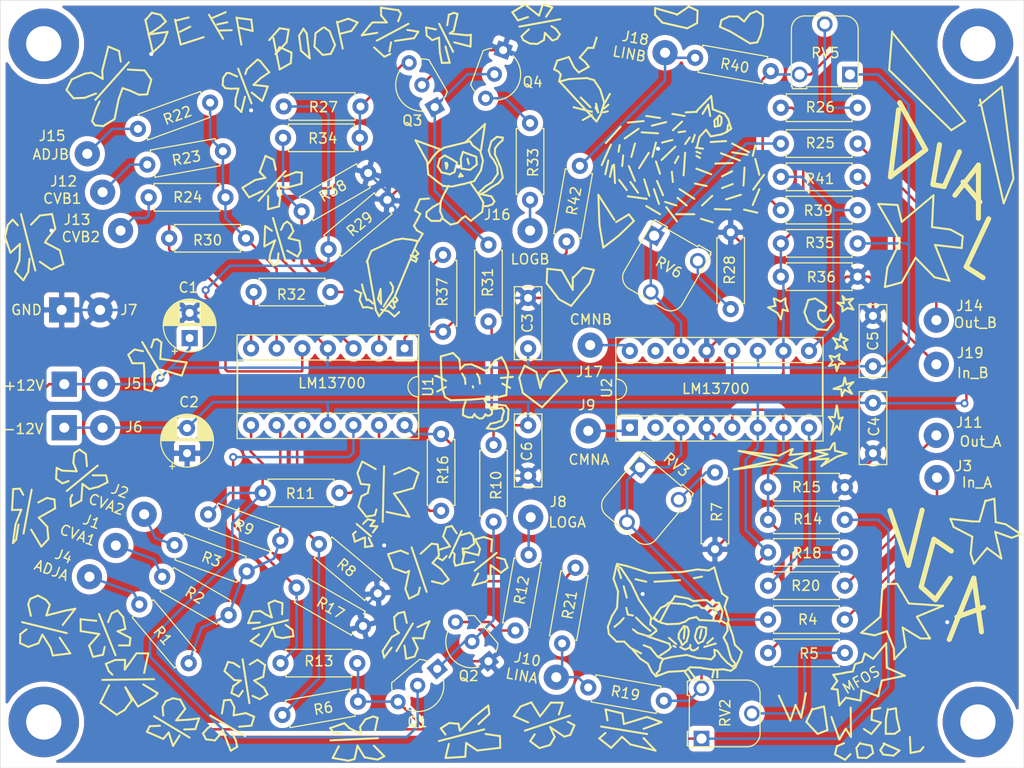
<source format=kicad_pcb>
(kicad_pcb (version 20171130) (host pcbnew "(5.1.2-1)-1")
  (layers (0 F.Cu signal) (31 B.Cu signal) (34 B.Paste user hide) (35 F.Paste user hide) (36 B.SilkS user hide) (37 F.SilkS user) (38 B.Mask user hide) (39 F.Mask user) (44 Edge.Cuts user))
  (net 0 "")
  (net 1 Earth)
  (net 2 +12V)
  (net 3 -12V)
  (net 4 "Net-(J1-Pad1)")
  (net 5 "Net-(J2-Pad1)")
  (net 6 "Net-(J3-Pad1)")
  (net 7 "Net-(J4-Pad1)")
  (net 8 "Net-(J8-Pad1)")
  (net 9 "Net-(J9-Pad1)")
  (net 10 "Net-(J10-Pad1)")
  (net 11 "Net-(J11-Pad1)")
  (net 12 "Net-(J12-Pad1)")
  (net 13 "Net-(J13-Pad1)")
  (net 14 "Net-(J14-Pad1)")
  (net 15 "Net-(J15-Pad1)")
  (net 16 "Net-(J16-Pad1)")
  (net 17 "Net-(Q1-Pad1)")
  (net 18 "Net-(Q1-Pad2)")
  (net 19 "Net-(Q3-Pad2)")
  (net 20 "Net-(Q3-Pad1)")
  (net 21 "Net-(R1-Pad1)")
  (net 22 "Net-(R4-Pad1)")
  (net 23 "Net-(R14-Pad1)")
  (net 24 "Net-(R5-Pad2)")
  (net 25 "Net-(R6-Pad1)")
  (net 26 "Net-(R7-Pad1)")
  (net 27 "Net-(R11-Pad1)")
  (net 28 "Net-(R13-Pad1)")
  (net 29 "Net-(R16-Pad1)")
  (net 30 "Net-(R18-Pad1)")
  (net 31 "Net-(R22-Pad1)")
  (net 32 "Net-(R25-Pad1)")
  (net 33 "Net-(R26-Pad2)")
  (net 34 "Net-(R26-Pad1)")
  (net 35 "Net-(R27-Pad1)")
  (net 36 "Net-(R28-Pad1)")
  (net 37 "Net-(R32-Pad1)")
  (net 38 "Net-(R34-Pad1)")
  (net 39 "Net-(R37-Pad1)")
  (net 40 "Net-(R39-Pad1)")
  (net 41 "Net-(U2-Pad2)")
  (net 42 "Net-(J17-Pad1)")
  (net 43 "Net-(J18-Pad1)")
  (net 44 "Net-(J19-Pad1)")
  (net 45 "Net-(U2-Pad15)")
  (net 46 "Net-(Q2-Pad3)")
  (net 47 "Net-(Q4-Pad3)")
  (module Connector_Wire:SolderWirePad_1x01_Drill1mm (layer F.Cu) (at 105.0925 43.942)
    (fp_text reference J14 (at 3.3147 -1.4224) (layer F.SilkS))
    (fp_text value Sig_In_B)
    (pad 1 thru_hole circle (at 0 0) (size 2.49936 2.49936) (drill 1.00076) (layers *.Cu *.Mask) (net 14 "Net-(J14-Pad1)"))
  )
  (module Connector_Wire:SolderWirePad_1x01_Drill1mm (layer F.Cu) (at 105.0925 48.3235)
    (fp_text reference J19 (at 3.3655 -1.1303) (layer F.SilkS))
    (fp_text value OUTB)
    (pad 1 thru_hole circle (at 0 0) (size 2.49936 2.49936) (drill 1.00076) (layers *.Cu *.Mask) (net 44 "Net-(J19-Pad1)"))
  )
  (module Capacitor_THT:C_Rect_L7.0mm_W2.5mm_P5.00mm (layer F.Cu) (at 64.5795 46.736 90)
    (fp_text reference C3 (at 2.5 -0.0635 90) (layer F.SilkS))
    (fp_text value 0.1uF)
    (pad 2 thru_hole circle (at 5 0 90) (size 1.6 1.6) (drill 0.8) (layers *.Cu *.Mask) (net 1 Earth))
    (pad 1 thru_hole circle (at 0 0 90) (size 1.6 1.6) (drill 0.8) (layers *.Cu *.Mask) (net 2 +12V))
  )
  (module MountingHole:MountingHole_3.5mm_Pad (layer F.Cu) (at 16.51 83.82)
    (fp_text reference REF** hide)
    (fp_text value MountingHole_3.5mm_Pad hide)
    (pad 1 thru_hole circle (at 0 0) (size 7 7) (drill 3.5) (layers *.Cu *.Mask))
  )
  (module MountingHole:MountingHole_3.5mm_Pad (layer F.Cu) (at 109.22 83.82)
    (fp_text reference REF** hide)
    (fp_text value MountingHole_3.5mm_Pad hide)
    (pad 1 thru_hole circle (at 0 0) (size 7 7) (drill 3.5) (layers *.Cu *.Mask))
  )
  (module MountingHole:MountingHole_3.5mm_Pad (layer F.Cu) (at 109.22 16.51)
    (fp_text reference REF** hide)
    (fp_text value MountingHole_3.5mm_Pad hide)
    (pad 1 thru_hole circle (at 0 0) (size 7 7) (drill 3.5) (layers *.Cu *.Mask))
  )
  (module MountingHole:MountingHole_3.5mm_Pad (layer F.Cu) (at 16.51 16.51)
    (fp_text reference REF** hide)
    (fp_text value MountingHole_3.5mm_Pad hide)
    (pad 1 thru_hole circle (at 0 0) (size 7 7) (drill 3.5) (layers *.Cu *.Mask))
  )
  (module Capacitor_THT:CP_Radial_D5.0mm_P2.50mm (layer F.Cu) (at 30.988 45.72 90)
    (fp_text reference C1 (at 5.0165 -0.127 180) (layer F.SilkS))
    (fp_text value 10uF)
    (pad 2 thru_hole circle (at 2.5 0 90) (size 1.6 1.6) (drill 0.8) (layers *.Cu *.Mask) (net 1 Earth))
    (pad 1 thru_hole rect (at 0 0 90) (size 1.6 1.6) (drill 0.8) (layers *.Cu *.Mask) (net 2 +12V))
  )
  (module Capacitor_THT:CP_Radial_D5.0mm_P2.50mm (layer F.Cu) (at 30.734 57.15 90)
    (fp_text reference C2 (at 5.08 0.1905 180) (layer F.SilkS))
    (fp_text value 10uF)
    (pad 1 thru_hole rect (at 0 0 90) (size 1.6 1.6) (drill 0.8) (layers *.Cu *.Mask) (net 1 Earth))
    (pad 2 thru_hole circle (at 2.5 0 90) (size 1.6 1.6) (drill 0.8) (layers *.Cu *.Mask) (net 3 -12V))
  )
  (module Connector_Wire:SolderWirePad_1x01_Drill1mm (layer F.Cu) (at 23.659499 66.301272 340)
    (fp_text reference J1 (at -3.049109 -1.39824 160) (layer F.SilkS))
    (fp_text value CVA1)
    (pad 1 thru_hole circle (at 0 0 340) (size 2.49936 2.49936) (drill 1.00076) (layers *.Cu *.Mask) (net 4 "Net-(J1-Pad1)"))
  )
  (module Connector_Wire:SolderWirePad_1x01_Drill1mm (layer F.Cu) (at 26.476076 63.20433 340)
    (fp_text reference J2 (at -3.053585 -1.344527 160) (layer F.SilkS))
    (fp_text value CVA2)
    (pad 1 thru_hole circle (at 0 0 340) (size 2.49936 2.49936) (drill 1.00076) (layers *.Cu *.Mask) (net 5 "Net-(J2-Pad1)"))
  )
  (module Connector_Wire:SolderWirePad_1x01_Drill1mm (layer F.Cu) (at 105.156 59.563)
    (fp_text reference J3 (at 2.6416 -1.143) (layer F.SilkS))
    (fp_text value Sig_In_A)
    (pad 1 thru_hole circle (at 0 0) (size 2.49936 2.49936) (drill 1.00076) (layers *.Cu *.Mask) (net 6 "Net-(J3-Pad1)"))
  )
  (module Connector_Wire:SolderWirePad_1x01_Drill1mm (layer F.Cu) (at 21.043652 69.403698 340)
    (fp_text reference J4 (at -3.104823 -1.030428 160) (layer F.SilkS))
    (fp_text value ADJA)
    (pad 1 thru_hole circle (at 0 0 340) (size 2.49936 2.49936) (drill 1.00076) (layers *.Cu *.Mask) (net 7 "Net-(J4-Pad1)"))
  )
  (module Connector_Wire:SolderWirePad_1x01_Drill1mm (layer F.Cu) (at 64.8335 63.5)
    (fp_text reference J8 (at 2.7305 -1.524) (layer F.SilkS))
    (fp_text value LOGA)
    (pad 1 thru_hole circle (at 0 0) (size 2.49936 2.49936) (drill 1.00076) (layers *.Cu *.Mask) (net 8 "Net-(J8-Pad1)"))
  )
  (module Connector_Wire:SolderWirePad_1x01_Drill1mm (layer F.Cu) (at 70.5485 54.9275)
    (fp_text reference J9 (at -0.1397 -2.5527) (layer F.SilkS))
    (fp_text value CMNA)
    (pad 1 thru_hole circle (at 0 0) (size 2.49936 2.49936) (drill 1.00076) (layers *.Cu *.Mask) (net 9 "Net-(J9-Pad1)"))
  )
  (module Connector_Wire:SolderWirePad_1x01_Drill1mm (layer F.Cu) (at 67.3735 79.375 350)
    (fp_text reference J10 (at -3.122835 -1.254789 170) (layer F.SilkS))
    (fp_text value LINA)
    (pad 1 thru_hole circle (at 0 0 350) (size 2.49936 2.49936) (drill 1.00076) (layers *.Cu *.Mask) (net 10 "Net-(J10-Pad1)"))
  )
  (module Connector_Wire:SolderWirePad_1x01_Drill1mm (layer F.Cu) (at 105.0925 55.372)
    (fp_text reference J11 (at 3.2639 -1.27) (layer F.SilkS))
    (fp_text value OUTA)
    (pad 1 thru_hole circle (at 0 0) (size 2.49936 2.49936) (drill 1.00076) (layers *.Cu *.Mask) (net 11 "Net-(J11-Pad1)"))
  )
  (module Connector_Wire:SolderWirePad_1x01_Drill1mm (layer F.Cu) (at 22.352 31.242)
    (fp_text reference J12 (at -3.8735 -1.0795) (layer F.SilkS))
    (fp_text value CVB1)
    (pad 1 thru_hole circle (at 0 0) (size 2.49936 2.49936) (drill 1.00076) (layers *.Cu *.Mask) (net 12 "Net-(J12-Pad1)"))
  )
  (module Connector_Wire:SolderWirePad_1x01_Drill1mm (layer F.Cu) (at 24.13 35.052)
    (fp_text reference J13 (at -4.318 -1.0795) (layer F.SilkS))
    (fp_text value CVB2)
    (pad 1 thru_hole circle (at 0 0) (size 2.49936 2.49936) (drill 1.00076) (layers *.Cu *.Mask) (net 13 "Net-(J13-Pad1)"))
  )
  (module Connector_Wire:SolderWirePad_1x01_Drill1mm (layer F.Cu) (at 20.828 27.432)
    (fp_text reference J15 (at -3.4925 -1.778) (layer F.SilkS))
    (fp_text value ADJB)
    (pad 1 thru_hole circle (at 0 0) (size 2.49936 2.49936) (drill 1.00076) (layers *.Cu *.Mask) (net 15 "Net-(J15-Pad1)"))
  )
  (module Connector_Wire:SolderWirePad_1x01_Drill1mm (layer F.Cu) (at 64.77 35.052)
    (fp_text reference J16 (at -3.2512 -1.5748) (layer F.SilkS))
    (fp_text value LOGB)
    (pad 1 thru_hole circle (at 0 0) (size 2.49936 2.49936) (drill 1.00076) (layers *.Cu *.Mask) (net 16 "Net-(J16-Pad1)"))
  )
  (module Connector_Wire:SolderWirePad_1x01_Drill1mm (layer F.Cu) (at 70.739 46.4185)
    (fp_text reference J17 (at -0.0762 2.6543) (layer F.SilkS))
    (fp_text value CMNB)
    (pad 1 thru_hole circle (at 0 0) (size 2.49936 2.49936) (drill 1.00076) (layers *.Cu *.Mask) (net 42 "Net-(J17-Pad1)"))
  )
  (module Connector_Wire:SolderWirePad_1x01_Drill1mm (layer F.Cu) (at 78.1685 17.399 350)
    (fp_text reference J18 (at -3.140538 -0.916373 170) (layer F.SilkS))
    (fp_text value LINB)
    (pad 1 thru_hole circle (at 0 0 350) (size 2.49936 2.49936) (drill 1.00076) (layers *.Cu *.Mask) (net 43 "Net-(J18-Pad1)"))
  )
  (module Package_TO_SOT_THT:TO-92_Inline_Wide (layer F.Cu) (at 55.5625 78.5495 220)
    (fp_text reference Q1 (at 4.895771 -2.77211) (layer F.SilkS))
    (fp_text value 2N3904)
    (pad 1 thru_hole rect (at 0 0 310) (size 1.5 1.5) (drill 0.8) (layers *.Cu *.Mask) (net 17 "Net-(Q1-Pad1)"))
    (pad 3 thru_hole circle (at 5.08 0 310) (size 1.5 1.5) (drill 0.8) (layers *.Cu *.Mask) (net 2 +12V))
    (pad 2 thru_hole circle (at 2.54 0 310) (size 1.5 1.5) (drill 0.8) (layers *.Cu *.Mask) (net 18 "Net-(Q1-Pad2)"))
  )
  (module Package_TO_SOT_THT:TO-92_Inline_Wide (layer F.Cu) (at 60.6425 77.7875 130)
    (fp_text reference Q2 (at 0.14652 -2.44675 180) (layer F.SilkS))
    (fp_text value 2N3906)
    (pad 2 thru_hole circle (at 2.54 0 220) (size 1.5 1.5) (drill 0.8) (layers *.Cu *.Mask) (net 17 "Net-(Q1-Pad1)"))
    (pad 3 thru_hole circle (at 5.08 0 220) (size 1.5 1.5) (drill 0.8) (layers *.Cu *.Mask) (net 46 "Net-(Q2-Pad3)"))
    (pad 1 thru_hole rect (at 0 0 220) (size 1.5 1.5) (drill 0.8) (layers *.Cu *.Mask) (net 1 Earth))
  )
  (module Package_TO_SOT_THT:TO-92_Inline_Wide (layer F.Cu) (at 55.3085 22.7965 120)
    (fp_text reference Q3 (at -0.043595 -2.591491 180) (layer F.SilkS))
    (fp_text value 2N3904)
    (pad 2 thru_hole circle (at 2.54 0 210) (size 1.5 1.5) (drill 0.8) (layers *.Cu *.Mask) (net 19 "Net-(Q3-Pad2)"))
    (pad 3 thru_hole circle (at 5.08 0 210) (size 1.5 1.5) (drill 0.8) (layers *.Cu *.Mask) (net 2 +12V))
    (pad 1 thru_hole rect (at 0 0 210) (size 1.5 1.5) (drill 0.8) (layers *.Cu *.Mask) (net 20 "Net-(Q3-Pad1)"))
  )
  (module Package_TO_SOT_THT:TO-92_Inline_Wide (layer F.Cu) (at 62.103 17.145 250)
    (fp_text reference Q4 (at 1.984483 -3.830756 180) (layer F.SilkS))
    (fp_text value 2N3906)
    (pad 1 thru_hole rect (at 0 0 340) (size 1.5 1.5) (drill 0.8) (layers *.Cu *.Mask) (net 1 Earth))
    (pad 3 thru_hole circle (at 5.08 0 340) (size 1.5 1.5) (drill 0.8) (layers *.Cu *.Mask) (net 47 "Net-(Q4-Pad3)"))
    (pad 2 thru_hole circle (at 2.54 0 340) (size 1.5 1.5) (drill 0.8) (layers *.Cu *.Mask) (net 20 "Net-(Q3-Pad1)"))
  )
  (module Resistor_THT:R_Axial_DIN0207_L6.3mm_D2.5mm_P7.62mm_Horizontal (layer F.Cu) (at 30.893231 77.989223 130)
    (fp_text reference R1 (at 3.75368 -0.208098 130) (layer F.SilkS))
    (fp_text value 100K)
    (pad 1 thru_hole circle (at 0 0 130) (size 1.6 1.6) (drill 0.8) (layers *.Cu *.Mask) (net 21 "Net-(R1-Pad1)"))
    (pad 2 thru_hole oval (at 7.62 0 130) (size 1.6 1.6) (drill 0.8) (layers *.Cu *.Mask) (net 7 "Net-(J4-Pad1)"))
  )
  (module Resistor_THT:R_Axial_DIN0207_L6.3mm_D2.5mm_P7.62mm_Horizontal (layer F.Cu) (at 34.860439 73.216243 150)
    (fp_text reference R2 (at 3.898311 0.023195 150) (layer F.SilkS))
    (fp_text value 100K)
    (pad 1 thru_hole circle (at 0 0 150) (size 1.6 1.6) (drill 0.8) (layers *.Cu *.Mask) (net 21 "Net-(R1-Pad1)"))
    (pad 2 thru_hole oval (at 7.62 0 150) (size 1.6 1.6) (drill 0.8) (layers *.Cu *.Mask) (net 4 "Net-(J1-Pad1)"))
  )
  (module Resistor_THT:R_Axial_DIN0207_L6.3mm_D2.5mm_P7.62mm_Horizontal (layer F.Cu) (at 36.646603 68.865783 160)
    (fp_text reference R3 (at 3.690351 -0.093 160) (layer F.SilkS))
    (fp_text value 100K)
    (pad 2 thru_hole oval (at 7.62 0 160) (size 1.6 1.6) (drill 0.8) (layers *.Cu *.Mask) (net 5 "Net-(J2-Pad1)"))
    (pad 1 thru_hole circle (at 0 0 160) (size 1.6 1.6) (drill 0.8) (layers *.Cu *.Mask) (net 21 "Net-(R1-Pad1)"))
  )
  (module Resistor_THT:R_Axial_DIN0207_L6.3mm_D2.5mm_P7.62mm_Horizontal (layer F.Cu) (at 88.392 73.66)
    (fp_text reference R4 (at 3.937 0) (layer F.SilkS))
    (fp_text value 100K)
    (pad 1 thru_hole circle (at 0 0) (size 1.6 1.6) (drill 0.8) (layers *.Cu *.Mask) (net 22 "Net-(R4-Pad1)"))
    (pad 2 thru_hole oval (at 7.62 0) (size 1.6 1.6) (drill 0.8) (layers *.Cu *.Mask) (net 6 "Net-(J3-Pad1)"))
  )
  (module Resistor_THT:R_Axial_DIN0207_L6.3mm_D2.5mm_P7.62mm_Horizontal (layer F.Cu) (at 88.392 76.962)
    (fp_text reference R5 (at 4.064 0.0635) (layer F.SilkS))
    (fp_text value 2M)
    (pad 1 thru_hole circle (at 0 0) (size 1.6 1.6) (drill 0.8) (layers *.Cu *.Mask) (net 23 "Net-(R14-Pad1)"))
    (pad 2 thru_hole oval (at 7.62 0) (size 1.6 1.6) (drill 0.8) (layers *.Cu *.Mask) (net 24 "Net-(R5-Pad2)"))
  )
  (module Resistor_THT:R_Axial_DIN0207_L6.3mm_D2.5mm_P7.62mm_Horizontal (layer F.Cu) (at 40.1955 83.1215 10)
    (fp_text reference R6 (at 4.112525 0.080353 10) (layer F.SilkS))
    (fp_text value 100K)
    (pad 1 thru_hole circle (at 0 0 10) (size 1.6 1.6) (drill 0.8) (layers *.Cu *.Mask) (net 25 "Net-(R6-Pad1)"))
    (pad 2 thru_hole oval (at 7.62 0 10) (size 1.6 1.6) (drill 0.8) (layers *.Cu *.Mask) (net 2 +12V))
  )
  (module Resistor_THT:R_Axial_DIN0207_L6.3mm_D2.5mm_P7.62mm_Horizontal (layer F.Cu) (at 83.1215 59.055 270)
    (fp_text reference R7 (at 3.937 -0.1905 90) (layer F.SilkS))
    (fp_text value 150)
    (pad 1 thru_hole circle (at 0 0 270) (size 1.6 1.6) (drill 0.8) (layers *.Cu *.Mask) (net 26 "Net-(R7-Pad1)"))
    (pad 2 thru_hole oval (at 7.62 0 270) (size 1.6 1.6) (drill 0.8) (layers *.Cu *.Mask) (net 1 Earth))
  )
  (module Resistor_THT:R_Axial_DIN0207_L6.3mm_D2.5mm_P7.62mm_Horizontal (layer F.Cu) (at 49.657 71.0565 140)
    (fp_text reference R8 (at 4.016228 -0.054281 140) (layer F.SilkS))
    (fp_text value 2K)
    (pad 2 thru_hole oval (at 7.62 0 140) (size 1.6 1.6) (drill 0.8) (layers *.Cu *.Mask) (net 25 "Net-(R6-Pad1)"))
    (pad 1 thru_hole circle (at 0 0 140) (size 1.6 1.6) (drill 0.8) (layers *.Cu *.Mask) (net 1 Earth))
  )
  (module Resistor_THT:R_Axial_DIN0207_L6.3mm_D2.5mm_P7.62mm_Horizontal (layer F.Cu) (at 32.823523 63.217052 340)
    (fp_text reference R9 (at 3.79143 0.002344 160) (layer F.SilkS))
    (fp_text value 2K)
    (pad 2 thru_hole oval (at 7.62 0 340) (size 1.6 1.6) (drill 0.8) (layers *.Cu *.Mask) (net 21 "Net-(R1-Pad1)"))
    (pad 1 thru_hole circle (at 0 0 340) (size 1.6 1.6) (drill 0.8) (layers *.Cu *.Mask) (net 18 "Net-(Q1-Pad2)"))
  )
  (module Resistor_THT:R_Axial_DIN0207_L6.3mm_D2.5mm_P7.62mm_Horizontal (layer F.Cu) (at 61.1505 63.9445 90)
    (fp_text reference R10 (at 3.6195 0.254 90) (layer F.SilkS))
    (fp_text value 120K)
    (pad 1 thru_hole circle (at 0 0 90) (size 1.6 1.6) (drill 0.8) (layers *.Cu *.Mask) (net 17 "Net-(Q1-Pad1)"))
    (pad 2 thru_hole oval (at 7.62 0 90) (size 1.6 1.6) (drill 0.8) (layers *.Cu *.Mask) (net 3 -12V))
  )
  (module Resistor_THT:R_Axial_DIN0207_L6.3mm_D2.5mm_P7.62mm_Horizontal (layer F.Cu) (at 45.847 61.087 180)
    (fp_text reference R11 (at 3.8735 -0.0635) (layer F.SilkS))
    (fp_text value 2K)
    (pad 2 thru_hole oval (at 7.62 0 180) (size 1.6 1.6) (drill 0.8) (layers *.Cu *.Mask) (net 18 "Net-(Q1-Pad2)"))
    (pad 1 thru_hole circle (at 0 0 180) (size 1.6 1.6) (drill 0.8) (layers *.Cu *.Mask) (net 27 "Net-(R11-Pad1)"))
  )
  (module Resistor_THT:R_Axial_DIN0207_L6.3mm_D2.5mm_P7.62mm_Horizontal (layer F.Cu) (at 63.3095 74.7395 80)
    (fp_text reference R12 (at 4.04999 -0.069327 80) (layer F.SilkS))
    (fp_text value 20K)
    (pad 2 thru_hole oval (at 7.62 0 80) (size 1.6 1.6) (drill 0.8) (layers *.Cu *.Mask) (net 8 "Net-(J8-Pad1)"))
    (pad 1 thru_hole circle (at 0 0 80) (size 1.6 1.6) (drill 0.8) (layers *.Cu *.Mask) (net 46 "Net-(Q2-Pad3)"))
  )
  (module Resistor_THT:R_Axial_DIN0207_L6.3mm_D2.5mm_P7.62mm_Horizontal (layer F.Cu) (at 40.005 77.978)
    (fp_text reference R13 (at 3.81 -0.1905) (layer F.SilkS))
    (fp_text value 100K)
    (pad 1 thru_hole circle (at 0 0) (size 1.6 1.6) (drill 0.8) (layers *.Cu *.Mask) (net 28 "Net-(R13-Pad1)"))
    (pad 2 thru_hole oval (at 7.62 0) (size 1.6 1.6) (drill 0.8) (layers *.Cu *.Mask) (net 2 +12V))
  )
  (module Resistor_THT:R_Axial_DIN0207_L6.3mm_D2.5mm_P7.62mm_Horizontal (layer F.Cu) (at 88.392 63.754)
    (fp_text reference R14 (at 3.937 -0.0635) (layer F.SilkS))
    (fp_text value 470K)
    (pad 1 thru_hole circle (at 0 0) (size 1.6 1.6) (drill 0.8) (layers *.Cu *.Mask) (net 23 "Net-(R14-Pad1)"))
    (pad 2 thru_hole oval (at 7.62 0) (size 1.6 1.6) (drill 0.8) (layers *.Cu *.Mask) (net 2 +12V))
  )
  (module Resistor_THT:R_Axial_DIN0207_L6.3mm_D2.5mm_P7.62mm_Horizontal (layer F.Cu) (at 96.012 60.5155 180)
    (fp_text reference R15 (at 3.81 0) (layer F.SilkS))
    (fp_text value 47K)
    (pad 2 thru_hole oval (at 7.62 0 180) (size 1.6 1.6) (drill 0.8) (layers *.Cu *.Mask) (net 23 "Net-(R14-Pad1)"))
    (pad 1 thru_hole circle (at 0 0 180) (size 1.6 1.6) (drill 0.8) (layers *.Cu *.Mask) (net 1 Earth))
  )
  (module Resistor_THT:R_Axial_DIN0207_L6.3mm_D2.5mm_P7.62mm_Horizontal (layer F.Cu) (at 55.9435 55.245 270)
    (fp_text reference R16 (at 3.556 -0.1905 90) (layer F.SilkS))
    (fp_text value 100K)
    (pad 1 thru_hole circle (at 0 0 270) (size 1.6 1.6) (drill 0.8) (layers *.Cu *.Mask) (net 29 "Net-(R16-Pad1)"))
    (pad 2 thru_hole oval (at 7.62 0 270) (size 1.6 1.6) (drill 0.8) (layers *.Cu *.Mask) (net 27 "Net-(R11-Pad1)"))
  )
  (module Resistor_THT:R_Axial_DIN0207_L6.3mm_D2.5mm_P7.62mm_Horizontal (layer F.Cu) (at 48.1965 74.295 150)
    (fp_text reference R17 (at 3.693623 -0.079457 150) (layer F.SilkS))
    (fp_text value 470)
    (pad 2 thru_hole oval (at 7.62 0 150) (size 1.6 1.6) (drill 0.8) (layers *.Cu *.Mask) (net 28 "Net-(R13-Pad1)"))
    (pad 1 thru_hole circle (at 0 0 150) (size 1.6 1.6) (drill 0.8) (layers *.Cu *.Mask) (net 1 Earth))
  )
  (module Resistor_THT:R_Axial_DIN0207_L6.3mm_D2.5mm_P7.62mm_Horizontal (layer F.Cu) (at 96.012 66.9925 180)
    (fp_text reference R18 (at 3.7465 -0.0635) (layer F.SilkS))
    (fp_text value 4.7K)
    (pad 1 thru_hole circle (at 0 0 180) (size 1.6 1.6) (drill 0.8) (layers *.Cu *.Mask) (net 30 "Net-(R18-Pad1)"))
    (pad 2 thru_hole oval (at 7.62 0 180) (size 1.6 1.6) (drill 0.8) (layers *.Cu *.Mask) (net 3 -12V))
  )
  (module Resistor_THT:R_Axial_DIN0207_L6.3mm_D2.5mm_P7.62mm_Horizontal (layer F.Cu) (at 70.5485 80.391 350)
    (fp_text reference R19 (at 3.726287 -0.076729 170) (layer F.SilkS))
    (fp_text value 20K)
    (pad 1 thru_hole circle (at 0 0 350) (size 1.6 1.6) (drill 0.8) (layers *.Cu *.Mask) (net 10 "Net-(J10-Pad1)"))
    (pad 2 thru_hole oval (at 7.62 0 350) (size 1.6 1.6) (drill 0.8) (layers *.Cu *.Mask) (net 3 -12V))
  )
  (module Resistor_THT:R_Axial_DIN0207_L6.3mm_D2.5mm_P7.62mm_Horizontal (layer F.Cu) (at 96.012 70.2945 180)
    (fp_text reference R20 (at 3.8735 0) (layer F.SilkS))
    (fp_text value 1K)
    (pad 2 thru_hole oval (at 7.62 0 180) (size 1.6 1.6) (drill 0.8) (layers *.Cu *.Mask) (net 30 "Net-(R18-Pad1)"))
    (pad 1 thru_hole circle (at 0 0 180) (size 1.6 1.6) (drill 0.8) (layers *.Cu *.Mask) (net 11 "Net-(J11-Pad1)"))
  )
  (module Resistor_THT:R_Axial_DIN0207_L6.3mm_D2.5mm_P7.62mm_Horizontal (layer F.Cu) (at 69.2785 68.5165 260)
    (fp_text reference R21 (at 3.726287 -0.076729 80) (layer F.SilkS))
    (fp_text value 30K)
    (pad 2 thru_hole oval (at 7.62 0 260) (size 1.6 1.6) (drill 0.8) (layers *.Cu *.Mask) (net 10 "Net-(J10-Pad1)"))
    (pad 1 thru_hole circle (at 0 0 260) (size 1.6 1.6) (drill 0.8) (layers *.Cu *.Mask) (net 29 "Net-(R16-Pad1)"))
  )
  (module Resistor_THT:R_Axial_DIN0207_L6.3mm_D2.5mm_P7.62mm_Horizontal (layer F.Cu) (at 33.02 22.352 200)
    (fp_text reference R22 (at 3.47756 -0.085777 20) (layer F.SilkS))
    (fp_text value 100K)
    (pad 2 thru_hole oval (at 7.62 0 200) (size 1.6 1.6) (drill 0.8) (layers *.Cu *.Mask) (net 15 "Net-(J15-Pad1)"))
    (pad 1 thru_hole circle (at 0 0 200) (size 1.6 1.6) (drill 0.8) (layers *.Cu *.Mask) (net 31 "Net-(R22-Pad1)"))
  )
  (module Resistor_THT:R_Axial_DIN0207_L6.3mm_D2.5mm_P7.62mm_Horizontal (layer F.Cu) (at 34.29 27.178 190)
    (fp_text reference R23 (at 3.685805 -0.059369 10) (layer F.SilkS))
    (fp_text value 100K)
    (pad 2 thru_hole oval (at 7.62 0 190) (size 1.6 1.6) (drill 0.8) (layers *.Cu *.Mask) (net 12 "Net-(J12-Pad1)"))
    (pad 1 thru_hole circle (at 0 0 190) (size 1.6 1.6) (drill 0.8) (layers *.Cu *.Mask) (net 31 "Net-(R22-Pad1)"))
  )
  (module Resistor_THT:R_Axial_DIN0207_L6.3mm_D2.5mm_P7.62mm_Horizontal (layer F.Cu) (at 34.544 31.75 180)
    (fp_text reference R24 (at 3.7465 0) (layer F.SilkS))
    (fp_text value 100K)
    (pad 2 thru_hole oval (at 7.62 0 180) (size 1.6 1.6) (drill 0.8) (layers *.Cu *.Mask) (net 13 "Net-(J13-Pad1)"))
    (pad 1 thru_hole circle (at 0 0 180) (size 1.6 1.6) (drill 0.8) (layers *.Cu *.Mask) (net 31 "Net-(R22-Pad1)"))
  )
  (module Resistor_THT:R_Axial_DIN0207_L6.3mm_D2.5mm_P7.62mm_Horizontal (layer F.Cu) (at 89.662 26.416)
    (fp_text reference R25 (at 3.9116 -0.0508) (layer F.SilkS))
    (fp_text value 100K)
    (pad 1 thru_hole circle (at 0 0) (size 1.6 1.6) (drill 0.8) (layers *.Cu *.Mask) (net 32 "Net-(R25-Pad1)"))
    (pad 2 thru_hole oval (at 7.62 0) (size 1.6 1.6) (drill 0.8) (layers *.Cu *.Mask) (net 14 "Net-(J14-Pad1)"))
  )
  (module Resistor_THT:R_Axial_DIN0207_L6.3mm_D2.5mm_P7.62mm_Horizontal (layer F.Cu) (at 89.662 22.86)
    (fp_text reference R26 (at 3.9116 -0.0508) (layer F.SilkS))
    (fp_text value 2M)
    (pad 2 thru_hole oval (at 7.62 0) (size 1.6 1.6) (drill 0.8) (layers *.Cu *.Mask) (net 33 "Net-(R26-Pad2)"))
    (pad 1 thru_hole circle (at 0 0) (size 1.6 1.6) (drill 0.8) (layers *.Cu *.Mask) (net 34 "Net-(R26-Pad1)"))
  )
  (module Resistor_THT:R_Axial_DIN0207_L6.3mm_D2.5mm_P7.62mm_Horizontal (layer F.Cu) (at 40.3225 22.733)
    (fp_text reference R27 (at 3.937 0.0635) (layer F.SilkS))
    (fp_text value 100K)
    (pad 1 thru_hole circle (at 0 0) (size 1.6 1.6) (drill 0.8) (layers *.Cu *.Mask) (net 35 "Net-(R27-Pad1)"))
    (pad 2 thru_hole oval (at 7.62 0) (size 1.6 1.6) (drill 0.8) (layers *.Cu *.Mask) (net 2 +12V))
  )
  (module Resistor_THT:R_Axial_DIN0207_L6.3mm_D2.5mm_P7.62mm_Horizontal (layer F.Cu) (at 84.683601 42.839153 90)
    (fp_text reference R28 (at 3.875553 -0.101601 90) (layer F.SilkS))
    (fp_text value 150)
    (pad 2 thru_hole oval (at 7.62 0 90) (size 1.6 1.6) (drill 0.8) (layers *.Cu *.Mask) (net 1 Earth))
    (pad 1 thru_hole circle (at 0 0 90) (size 1.6 1.6) (drill 0.8) (layers *.Cu *.Mask) (net 36 "Net-(R28-Pad1)"))
  )
  (module Resistor_THT:R_Axial_DIN0207_L6.3mm_D2.5mm_P7.62mm_Horizontal (layer F.Cu) (at 50.6095 32.004 220)
    (fp_text reference R29 (at 3.642731 -0.093334 40) (layer F.SilkS))
    (fp_text value 2K)
    (pad 1 thru_hole circle (at 0 0 220) (size 1.6 1.6) (drill 0.8) (layers *.Cu *.Mask) (net 1 Earth))
    (pad 2 thru_hole oval (at 7.62 0 220) (size 1.6 1.6) (drill 0.8) (layers *.Cu *.Mask) (net 35 "Net-(R27-Pad1)"))
  )
  (module Resistor_THT:R_Axial_DIN0207_L6.3mm_D2.5mm_P7.62mm_Horizontal (layer F.Cu) (at 28.956 35.814)
    (fp_text reference R30 (at 3.81 0.1905) (layer F.SilkS))
    (fp_text value 2K)
    (pad 2 thru_hole oval (at 7.62 0) (size 1.6 1.6) (drill 0.8) (layers *.Cu *.Mask) (net 31 "Net-(R22-Pad1)"))
    (pad 1 thru_hole circle (at 0 0) (size 1.6 1.6) (drill 0.8) (layers *.Cu *.Mask) (net 19 "Net-(Q3-Pad2)"))
  )
  (module Resistor_THT:R_Axial_DIN0207_L6.3mm_D2.5mm_P7.62mm_Horizontal (layer F.Cu) (at 60.6425 36.449 270)
    (fp_text reference R31 (at 3.7465 0.0635 90) (layer F.SilkS))
    (fp_text value 120K)
    (pad 1 thru_hole circle (at 0 0 270) (size 1.6 1.6) (drill 0.8) (layers *.Cu *.Mask) (net 20 "Net-(Q3-Pad1)"))
    (pad 2 thru_hole oval (at 7.62 0 270) (size 1.6 1.6) (drill 0.8) (layers *.Cu *.Mask) (net 3 -12V))
  )
  (module Resistor_THT:R_Axial_DIN0207_L6.3mm_D2.5mm_P7.62mm_Horizontal (layer F.Cu) (at 44.958 41.148 180)
    (fp_text reference R32 (at 3.8735 -0.254) (layer F.SilkS))
    (fp_text value 2K)
    (pad 2 thru_hole oval (at 7.62 0 180) (size 1.6 1.6) (drill 0.8) (layers *.Cu *.Mask) (net 19 "Net-(Q3-Pad2)"))
    (pad 1 thru_hole circle (at 0 0 180) (size 1.6 1.6) (drill 0.8) (layers *.Cu *.Mask) (net 37 "Net-(R32-Pad1)"))
  )
  (module Resistor_THT:R_Axial_DIN0207_L6.3mm_D2.5mm_P7.62mm_Horizontal (layer F.Cu) (at 64.77 24.384 270)
    (fp_text reference R33 (at 3.9116 -0.3048 90) (layer F.SilkS))
    (fp_text value 20K)
    (pad 1 thru_hole circle (at 0 0 270) (size 1.6 1.6) (drill 0.8) (layers *.Cu *.Mask) (net 47 "Net-(Q4-Pad3)"))
    (pad 2 thru_hole oval (at 7.62 0 270) (size 1.6 1.6) (drill 0.8) (layers *.Cu *.Mask) (net 16 "Net-(J16-Pad1)"))
  )
  (module Resistor_THT:R_Axial_DIN0207_L6.3mm_D2.5mm_P7.62mm_Horizontal (layer F.Cu) (at 40.259 25.8445)
    (fp_text reference R34 (at 3.937 0.0635) (layer F.SilkS))
    (fp_text value 100K)
    (pad 1 thru_hole circle (at 0 0) (size 1.6 1.6) (drill 0.8) (layers *.Cu *.Mask) (net 38 "Net-(R34-Pad1)"))
    (pad 2 thru_hole oval (at 7.62 0) (size 1.6 1.6) (drill 0.8) (layers *.Cu *.Mask) (net 2 +12V))
  )
  (module Resistor_THT:R_Axial_DIN0207_L6.3mm_D2.5mm_P7.62mm_Horizontal (layer F.Cu) (at 89.662 36.322)
    (fp_text reference R35 (at 3.8608 -0.0508) (layer F.SilkS))
    (fp_text value 470K)
    (pad 1 thru_hole circle (at 0 0) (size 1.6 1.6) (drill 0.8) (layers *.Cu *.Mask) (net 34 "Net-(R26-Pad1)"))
    (pad 2 thru_hole oval (at 7.62 0) (size 1.6 1.6) (drill 0.8) (layers *.Cu *.Mask) (net 2 +12V))
  )
  (module Resistor_THT:R_Axial_DIN0207_L6.3mm_D2.5mm_P7.62mm_Horizontal (layer F.Cu) (at 97.282 39.624 180)
    (fp_text reference R36 (at 3.6068 -0.0508) (layer F.SilkS))
    (fp_text value 47K)
    (pad 2 thru_hole oval (at 7.62 0 180) (size 1.6 1.6) (drill 0.8) (layers *.Cu *.Mask) (net 34 "Net-(R26-Pad1)"))
    (pad 1 thru_hole circle (at 0 0 180) (size 1.6 1.6) (drill 0.8) (layers *.Cu *.Mask) (net 1 Earth))
  )
  (module Resistor_THT:R_Axial_DIN0207_L6.3mm_D2.5mm_P7.62mm_Horizontal (layer F.Cu) (at 56.134 45.085 90)
    (fp_text reference R37 (at 3.937 -0.0635 90) (layer F.SilkS))
    (fp_text value 100K)
    (pad 2 thru_hole oval (at 7.62 0 90) (size 1.6 1.6) (drill 0.8) (layers *.Cu *.Mask) (net 37 "Net-(R32-Pad1)"))
    (pad 1 thru_hole circle (at 0 0 90) (size 1.6 1.6) (drill 0.8) (layers *.Cu *.Mask) (net 39 "Net-(R37-Pad1)"))
  )
  (module Resistor_THT:R_Axial_DIN0207_L6.3mm_D2.5mm_P7.62mm_Horizontal (layer F.Cu) (at 48.7045 29.337 210)
    (fp_text reference R38 (at 3.913594 0.206457 30) (layer F.SilkS))
    (fp_text value 470)
    (pad 2 thru_hole oval (at 7.62 0 210) (size 1.6 1.6) (drill 0.8) (layers *.Cu *.Mask) (net 38 "Net-(R34-Pad1)"))
    (pad 1 thru_hole circle (at 0 0 210) (size 1.6 1.6) (drill 0.8) (layers *.Cu *.Mask) (net 1 Earth))
  )
  (module Resistor_THT:R_Axial_DIN0207_L6.3mm_D2.5mm_P7.62mm_Horizontal (layer F.Cu) (at 97.282 33.02 180)
    (fp_text reference R39 (at 3.9116 -0.0508) (layer F.SilkS))
    (fp_text value 4.7K)
    (pad 1 thru_hole circle (at 0 0 180) (size 1.6 1.6) (drill 0.8) (layers *.Cu *.Mask) (net 40 "Net-(R39-Pad1)"))
    (pad 2 thru_hole oval (at 7.62 0 180) (size 1.6 1.6) (drill 0.8) (layers *.Cu *.Mask) (net 3 -12V))
  )
  (module Resistor_THT:R_Axial_DIN0207_L6.3mm_D2.5mm_P7.62mm_Horizontal (layer F.Cu) (at 81.153 17.907 350)
    (fp_text reference R40 (at 4.013919 0.091785 170) (layer F.SilkS))
    (fp_text value 20K)
    (pad 1 thru_hole circle (at 0 0 350) (size 1.6 1.6) (drill 0.8) (layers *.Cu *.Mask) (net 43 "Net-(J18-Pad1)"))
    (pad 2 thru_hole oval (at 7.62 0 350) (size 1.6 1.6) (drill 0.8) (layers *.Cu *.Mask) (net 3 -12V))
  )
  (module Resistor_THT:R_Axial_DIN0207_L6.3mm_D2.5mm_P7.62mm_Horizontal (layer F.Cu) (at 97.282 29.718 180)
    (fp_text reference R41 (at 3.7592 -0.2032) (layer F.SilkS))
    (fp_text value 1K)
    (pad 2 thru_hole oval (at 7.62 0 180) (size 1.6 1.6) (drill 0.8) (layers *.Cu *.Mask) (net 40 "Net-(R39-Pad1)"))
    (pad 1 thru_hole circle (at 0 0 180) (size 1.6 1.6) (drill 0.8) (layers *.Cu *.Mask) (net 44 "Net-(J19-Pad1)"))
  )
  (module Resistor_THT:R_Axial_DIN0207_L6.3mm_D2.5mm_P7.62mm_Horizontal (layer F.Cu) (at 68.3895 36.1315 80)
    (fp_text reference R42 (at 4.094852 0.038826 80) (layer F.SilkS))
    (fp_text value 30K)
    (pad 2 thru_hole oval (at 7.62 0 80) (size 1.6 1.6) (drill 0.8) (layers *.Cu *.Mask) (net 43 "Net-(J18-Pad1)"))
    (pad 1 thru_hole circle (at 0 0 80) (size 1.6 1.6) (drill 0.8) (layers *.Cu *.Mask) (net 39 "Net-(R37-Pad1)"))
  )
  (module Potentiometer_THT:Potentiometer_Runtron_RM-065_Vertical (layer F.Cu) (at 81.788 85.471 90)
    (fp_text reference RV2 (at 2.54 2.3495 90) (layer F.SilkS))
    (fp_text value 100K)
    (pad 3 thru_hole circle (at 5 0 90) (size 1.55 1.55) (drill 1) (layers *.Cu *.Mask) (net 3 -12V))
    (pad 1 thru_hole rect (at 0 0 90) (size 1.55 1.55) (drill 1) (layers *.Cu *.Mask) (net 2 +12V))
    (pad 2 thru_hole circle (at 2.5 5 90) (size 1.55 1.55) (drill 1) (layers *.Cu *.Mask) (net 24 "Net-(R5-Pad2)"))
  )
  (module Potentiometer_THT:Potentiometer_Runtron_RM-065_Vertical (layer F.Cu) (at 75.692 58.547 320)
    (fp_text reference RV3 (at 2.6 -2.5 140) (layer F.SilkS))
    (fp_text value 2K)
    (pad 2 thru_hole circle (at 2.5 5 320) (size 1.55 1.55) (drill 1) (layers *.Cu *.Mask) (net 22 "Net-(R4-Pad1)"))
    (pad 1 thru_hole rect (at 0 0 320) (size 1.55 1.55) (drill 1) (layers *.Cu *.Mask) (net 22 "Net-(R4-Pad1)"))
    (pad 3 thru_hole circle (at 5 0 320) (size 1.55 1.55) (drill 1) (layers *.Cu *.Mask) (net 26 "Net-(R7-Pad1)"))
  )
  (module Potentiometer_THT:Potentiometer_Runtron_RM-065_Vertical (layer F.Cu) (at 96.52 19.558 180)
    (fp_text reference RV5 (at 2.4384 2.1336) (layer F.SilkS))
    (fp_text value 100K)
    (pad 3 thru_hole circle (at 5 0 180) (size 1.55 1.55) (drill 1) (layers *.Cu *.Mask) (net 3 -12V))
    (pad 1 thru_hole rect (at 0 0 180) (size 1.55 1.55) (drill 1) (layers *.Cu *.Mask) (net 2 +12V))
    (pad 2 thru_hole circle (at 2.5 5 180) (size 1.55 1.55) (drill 1) (layers *.Cu *.Mask) (net 33 "Net-(R26-Pad2)"))
  )
  (module Potentiometer_THT:Potentiometer_Runtron_RM-065_Vertical (layer F.Cu) (at 77.089 35.56 330)
    (fp_text reference RV6 (at 2.828632 2.003734 150) (layer F.SilkS))
    (fp_text value 2K)
    (pad 2 thru_hole circle (at 2.5 5 330) (size 1.55 1.55) (drill 1) (layers *.Cu *.Mask) (net 32 "Net-(R25-Pad1)"))
    (pad 1 thru_hole rect (at 0 0 330) (size 1.55 1.55) (drill 1) (layers *.Cu *.Mask) (net 32 "Net-(R25-Pad1)"))
    (pad 3 thru_hole circle (at 5 0 330) (size 1.55 1.55) (drill 1) (layers *.Cu *.Mask) (net 36 "Net-(R28-Pad1)"))
  )
  (module Package_DIP:DIP-14_W7.62mm_Socket (layer F.Cu) (at 52.324 46.736 270)
    (fp_text reference U1 (at 3.81 -2.33 90) (layer F.SilkS))
    (fp_text value TL084)
    (pad 1 thru_hole rect (at 0 0 270) (size 1.6 1.6) (drill 0.8) (layers *.Cu *.Mask) (net 39 "Net-(R37-Pad1)"))
    (pad 8 thru_hole oval (at 7.62 15.24 270) (size 1.6 1.6) (drill 0.8) (layers *.Cu *.Mask) (net 18 "Net-(Q1-Pad2)"))
    (pad 2 thru_hole oval (at 0 2.54 270) (size 1.6 1.6) (drill 0.8) (layers *.Cu *.Mask) (net 37 "Net-(R32-Pad1)"))
    (pad 9 thru_hole oval (at 7.62 12.7 270) (size 1.6 1.6) (drill 0.8) (layers *.Cu *.Mask) (net 21 "Net-(R1-Pad1)"))
    (pad 3 thru_hole oval (at 0 5.08 270) (size 1.6 1.6) (drill 0.8) (layers *.Cu *.Mask) (net 38 "Net-(R34-Pad1)"))
    (pad 10 thru_hole oval (at 7.62 10.16 270) (size 1.6 1.6) (drill 0.8) (layers *.Cu *.Mask) (net 25 "Net-(R6-Pad1)"))
    (pad 4 thru_hole oval (at 0 7.62 270) (size 1.6 1.6) (drill 0.8) (layers *.Cu *.Mask) (net 2 +12V))
    (pad 11 thru_hole oval (at 7.62 7.62 270) (size 1.6 1.6) (drill 0.8) (layers *.Cu *.Mask) (net 3 -12V))
    (pad 5 thru_hole oval (at 0 10.16 270) (size 1.6 1.6) (drill 0.8) (layers *.Cu *.Mask) (net 35 "Net-(R27-Pad1)"))
    (pad 12 thru_hole oval (at 7.62 5.08 270) (size 1.6 1.6) (drill 0.8) (layers *.Cu *.Mask) (net 28 "Net-(R13-Pad1)"))
    (pad 6 thru_hole oval (at 0 12.7 270) (size 1.6 1.6) (drill 0.8) (layers *.Cu *.Mask) (net 31 "Net-(R22-Pad1)"))
    (pad 13 thru_hole oval (at 7.62 2.54 270) (size 1.6 1.6) (drill 0.8) (layers *.Cu *.Mask) (net 27 "Net-(R11-Pad1)"))
    (pad 7 thru_hole oval (at 0 15.24 270) (size 1.6 1.6) (drill 0.8) (layers *.Cu *.Mask) (net 19 "Net-(Q3-Pad2)"))
    (pad 14 thru_hole oval (at 7.62 0 270) (size 1.6 1.6) (drill 0.8) (layers *.Cu *.Mask) (net 29 "Net-(R16-Pad1)"))
  )
  (module Package_DIP:DIP-16_W7.62mm_Socket (layer F.Cu) (at 74.676 54.61 90)
    (fp_text reference U2 (at 3.937 -2.286 90) (layer F.SilkS))
    (fp_text value LM13700)
    (pad 1 thru_hole rect (at 0 0 90) (size 1.6 1.6) (drill 0.8) (layers *.Cu *.Mask) (net 9 "Net-(J9-Pad1)"))
    (pad 9 thru_hole oval (at 7.62 17.78 90) (size 1.6 1.6) (drill 0.8) (layers *.Cu *.Mask) (net 40 "Net-(R39-Pad1)"))
    (pad 2 thru_hole oval (at 0 2.54 90) (size 1.6 1.6) (drill 0.8) (layers *.Cu *.Mask) (net 41 "Net-(U2-Pad2)"))
    (pad 10 thru_hole oval (at 7.62 15.24 90) (size 1.6 1.6) (drill 0.8) (layers *.Cu *.Mask) (net 34 "Net-(R26-Pad1)"))
    (pad 3 thru_hole oval (at 0 5.08 90) (size 1.6 1.6) (drill 0.8) (layers *.Cu *.Mask) (net 22 "Net-(R4-Pad1)"))
    (pad 11 thru_hole oval (at 7.62 12.7 90) (size 1.6 1.6) (drill 0.8) (layers *.Cu *.Mask) (net 2 +12V))
    (pad 4 thru_hole oval (at 0 7.62 90) (size 1.6 1.6) (drill 0.8) (layers *.Cu *.Mask) (net 1 Earth))
    (pad 12 thru_hole oval (at 7.62 10.16 90) (size 1.6 1.6) (drill 0.8) (layers *.Cu *.Mask) (net 34 "Net-(R26-Pad1)"))
    (pad 5 thru_hole oval (at 0 10.16 90) (size 1.6 1.6) (drill 0.8) (layers *.Cu *.Mask) (net 23 "Net-(R14-Pad1)"))
    (pad 13 thru_hole oval (at 7.62 7.62 90) (size 1.6 1.6) (drill 0.8) (layers *.Cu *.Mask) (net 1 Earth))
    (pad 6 thru_hole oval (at 0 12.7 90) (size 1.6 1.6) (drill 0.8) (layers *.Cu *.Mask) (net 3 -12V))
    (pad 14 thru_hole oval (at 7.62 5.08 90) (size 1.6 1.6) (drill 0.8) (layers *.Cu *.Mask) (net 32 "Net-(R25-Pad1)"))
    (pad 7 thru_hole oval (at 0 15.24 90) (size 1.6 1.6) (drill 0.8) (layers *.Cu *.Mask) (net 23 "Net-(R14-Pad1)"))
    (pad 15 thru_hole oval (at 7.62 2.54 90) (size 1.6 1.6) (drill 0.8) (layers *.Cu *.Mask) (net 45 "Net-(U2-Pad15)"))
    (pad 8 thru_hole oval (at 0 17.78 90) (size 1.6 1.6) (drill 0.8) (layers *.Cu *.Mask) (net 30 "Net-(R18-Pad1)"))
    (pad 16 thru_hole oval (at 7.62 0 90) (size 1.6 1.6) (drill 0.8) (layers *.Cu *.Mask) (net 42 "Net-(J17-Pad1)"))
  )
  (module Capacitor_THT:C_Rect_L7.0mm_W2.5mm_P5.00mm (layer F.Cu) (at 98.806 57.15 90)
    (fp_text reference C4 (at 2.6416 0.1016 90) (layer F.SilkS))
    (fp_text value 0.1uF)
    (pad 2 thru_hole circle (at 5 0 90) (size 1.6 1.6) (drill 0.8) (layers *.Cu *.Mask) (net 3 -12V))
    (pad 1 thru_hole circle (at 0 0 90) (size 1.6 1.6) (drill 0.8) (layers *.Cu *.Mask) (net 1 Earth))
  )
  (module Capacitor_THT:C_Rect_L7.0mm_W2.5mm_P5.00mm (layer F.Cu) (at 98.806 48.514 90)
    (fp_text reference C5 (at 2.5 0 90) (layer F.SilkS))
    (fp_text value 0.1uF)
    (pad 1 thru_hole circle (at 0 0 90) (size 1.6 1.6) (drill 0.8) (layers *.Cu *.Mask) (net 2 +12V))
    (pad 2 thru_hole circle (at 5 0 90) (size 1.6 1.6) (drill 0.8) (layers *.Cu *.Mask) (net 1 Earth))
  )
  (module Capacitor_THT:C_Rect_L7.0mm_W2.5mm_P5.00mm (layer F.Cu) (at 64.5795 59.3725 90)
    (fp_text reference C6 (at 2.413 -0.127 90) (layer F.SilkS))
    (fp_text value 0.1uF)
    (pad 2 thru_hole circle (at 5 0 90) (size 1.6 1.6) (drill 0.8) (layers *.Cu *.Mask) (net 3 -12V))
    (pad 1 thru_hole circle (at 0 0 90) (size 1.6 1.6) (drill 0.8) (layers *.Cu *.Mask) (net 1 Earth))
  )
  (module Connector_Wire:SolderWirePad_1x02_P3.81mm_Drill1mm (layer F.Cu) (at 18.542 50.292)
    (fp_text reference J5 (at 6.7945 -0.0635) (layer F.SilkS))
    (fp_text value +12V_Conn)
    (pad 2 thru_hole circle (at 3.81 0) (size 2.49936 2.49936) (drill 1.00076) (layers *.Cu *.Mask) (net 2 +12V))
    (pad 1 thru_hole rect (at 0 0) (size 2.49936 2.49936) (drill 1.00076) (layers *.Cu *.Mask) (net 2 +12V))
  )
  (module Connector_Wire:SolderWirePad_1x02_P3.81mm_Drill1mm (layer F.Cu) (at 18.542 54.61)
    (fp_text reference J6 (at 6.9215 -0.0635) (layer F.SilkS))
    (fp_text value -12V_Conn)
    (pad 1 thru_hole rect (at 0 0) (size 2.49936 2.49936) (drill 1.00076) (layers *.Cu *.Mask) (net 3 -12V))
    (pad 2 thru_hole circle (at 3.81 0) (size 2.49936 2.49936) (drill 1.00076) (layers *.Cu *.Mask) (net 3 -12V))
  )
  (module Connector_Wire:SolderWirePad_1x02_P3.81mm_Drill1mm (layer F.Cu) (at 18.288 42.926)
    (fp_text reference J7 (at 6.6675 0) (layer F.SilkS))
    (fp_text value GND_Conn)
    (pad 1 thru_hole rect (at 0 0) (size 2.49936 2.49936) (drill 1.00076) (layers *.Cu *.Mask) (net 1 Earth))
    (pad 2 thru_hole circle (at 3.81 0) (size 2.49936 2.49936) (drill 1.00076) (layers *.Cu *.Mask) (net 1 Earth))
  )
  (gr_line (start 71.55 31.51) (end 73.15 33.99) (layer F.SilkS) (width 0.2))
  (gr_line (start 71.66 34.48) (end 71.55 31.51) (layer F.SilkS) (width 0.2))
  (gr_line (start 72.04 36.74) (end 71.66 34.48) (layer F.SilkS) (width 0.2))
  (gr_line (start 73.53 35.59) (end 72.04 36.74) (layer F.SilkS) (width 0.2))
  (gr_line (start 75.08 34.1) (end 73.53 35.59) (layer F.SilkS) (width 0.2))
  (gr_line (start 74.58 33.44) (end 75.08 34.1) (layer F.SilkS) (width 0.2))
  (gr_line (start 73.31 34.21) (end 74.58 33.44) (layer F.SilkS) (width 0.2))
  (gr_line (start 69.01 40.93) (end 69.01 39.66) (layer F.SilkS) (width 0.2))
  (gr_line (start 67.91 39) (end 69.01 40.93) (layer F.SilkS) (width 0.2))
  (gr_line (start 66.48 38.84) (end 67.91 39) (layer F.SilkS) (width 0.2))
  (gr_line (start 66.42 40.27) (end 66.48 38.84) (layer F.SilkS) (width 0.2))
  (gr_line (start 67.64 41.87) (end 66.42 40.27) (layer F.SilkS) (width 0.2))
  (gr_line (start 68.85 42.53) (end 67.64 41.87) (layer F.SilkS) (width 0.2))
  (gr_line (start 70.67 40.27) (end 68.85 42.53) (layer F.SilkS) (width 0.2))
  (gr_line (start 71.11 38.95) (end 70.67 40.27) (layer F.SilkS) (width 0.2))
  (gr_line (start 70.01 38.73) (end 71.11 38.95) (layer F.SilkS) (width 0.2))
  (gr_line (start 69.07 39.72) (end 70.01 38.73) (layer F.SilkS) (width 0.2))
  (gr_line (start 65.79 50.68) (end 66.01 49.75) (layer F.SilkS) (width 0.2))
  (gr_line (start 65.39 49.08) (end 65.79 50.68) (layer F.SilkS) (width 0.2))
  (gr_line (start 64.23 48.46) (end 65.39 49.08) (layer F.SilkS) (width 0.2))
  (gr_line (start 63.7 49.66) (end 64.23 48.46) (layer F.SilkS) (width 0.2))
  (gr_line (start 64.06 51.17) (end 63.7 49.66) (layer F.SilkS) (width 0.2))
  (gr_line (start 65.96 52.59) (end 64.06 51.17) (layer F.SilkS) (width 0.2))
  (gr_line (start 68.45 50.01) (end 65.96 52.59) (layer F.SilkS) (width 0.2))
  (gr_line (start 67.74 48.86) (end 68.45 50.01) (layer F.SilkS) (width 0.2))
  (gr_line (start 66.67 49.04) (end 67.74 48.86) (layer F.SilkS) (width 0.2))
  (gr_line (start 65.87 50.06) (end 66.67 49.04) (layer F.SilkS) (width 0.2))
  (gr_line (start 90.54 57.31) (end 90.85 56.73) (layer F.SilkS) (width 0.2))
  (gr_line (start 92.58 57.12) (end 90.54 57.31) (layer F.SilkS) (width 0.2))
  (gr_line (start 90.43 58.09) (end 92.58 57.12) (layer F.SilkS) (width 0.2))
  (gr_line (start 91.27 58.6) (end 90.43 58.09) (layer F.SilkS) (width 0.2))
  (gr_line (start 89.19 58.21) (end 91.27 58.6) (layer F.SilkS) (width 0.2))
  (gr_line (start 85.01 58.76) (end 89.19 58.21) (layer F.SilkS) (width 0.2))
  (gr_line (start 89.23 57.81) (end 85.01 58.76) (layer F.SilkS) (width 0.2))
  (gr_line (start 85.48 56.92) (end 89.23 57.81) (layer F.SilkS) (width 0.2))
  (gr_line (start 89.46 57.39) (end 85.48 56.92) (layer F.SilkS) (width 0.2))
  (gr_line (start 90.75 56.74) (end 89.46 57.39) (layer F.SilkS) (width 0.2))
  (gr_line (start 95.04 56.9) (end 95 56.13) (layer F.SilkS) (width 0.2))
  (gr_line (start 96.18 57.18) (end 95.04 56.9) (layer F.SilkS) (width 0.2))
  (gr_line (start 95.18 57.51) (end 96.18 57.18) (layer F.SilkS) (width 0.2))
  (gr_line (start 93.68 58.42) (end 95.18 57.51) (layer F.SilkS) (width 0.2))
  (gr_line (start 94.39 57.69) (end 93.68 58.42) (layer F.SilkS) (width 0.2))
  (gr_line (start 92.53 57.79) (end 94.39 57.69) (layer F.SilkS) (width 0.2))
  (gr_line (start 94.29 57.24) (end 92.53 57.79) (layer F.SilkS) (width 0.2))
  (gr_line (start 93.06 56.92) (end 94.29 57.24) (layer F.SilkS) (width 0.2))
  (gr_line (start 94.52 56.76) (end 93.06 56.92) (layer F.SilkS) (width 0.2))
  (gr_line (start 94.86 56.17) (end 94.52 56.76) (layer F.SilkS) (width 0.2))
  (gr_line (start 95.42 53.72) (end 95.25 52.5) (layer F.SilkS) (width 0.2))
  (gr_line (start 95.8 53.59) (end 95.42 53.72) (layer F.SilkS) (width 0.2))
  (gr_line (start 95.56 54.19) (end 95.8 53.59) (layer F.SilkS) (width 0.2))
  (gr_line (start 95.51 54.84) (end 95.56 54.19) (layer F.SilkS) (width 0.2))
  (gr_line (start 95.21 54.43) (end 95.51 54.84) (layer F.SilkS) (width 0.2))
  (gr_line (start 94.66 55.3) (end 95.21 54.43) (layer F.SilkS) (width 0.2))
  (gr_line (start 94.9 54.19) (end 94.66 55.3) (layer F.SilkS) (width 0.2))
  (gr_line (start 94.42 53.54) (end 94.9 54.19) (layer F.SilkS) (width 0.2))
  (gr_line (start 95.01 53.57) (end 94.42 53.54) (layer F.SilkS) (width 0.2))
  (gr_line (start 95.2 52.4) (end 95.01 53.57) (layer F.SilkS) (width 0.2))
  (gr_line (start 94.9 50.76) (end 95.82 50.41) (layer F.SilkS) (width 0.2))
  (gr_line (start 95.65 50.8) (end 94.9 50.76) (layer F.SilkS) (width 0.2))
  (gr_line (start 95.72 51.47) (end 95.65 50.8) (layer F.SilkS) (width 0.2))
  (gr_line (start 95.98 50.85) (end 95.72 51.47) (layer F.SilkS) (width 0.2))
  (gr_line (start 96.72 51.24) (end 95.98 50.85) (layer F.SilkS) (width 0.2))
  (gr_line (start 96.34 50.63) (end 96.72 51.24) (layer F.SilkS) (width 0.2))
  (gr_line (start 96.85 50.09) (end 96.34 50.63) (layer F.SilkS) (width 0.2))
  (gr_line (start 96.17 50.31) (end 96.85 50.09) (layer F.SilkS) (width 0.2))
  (gr_line (start 96 49.64) (end 96.17 50.31) (layer F.SilkS) (width 0.2))
  (gr_line (start 95.82 50.41) (end 96 49.64) (layer F.SilkS) (width 0.2))
  (gr_line (start 95.03 47.62) (end 94.54 47.47) (layer F.SilkS) (width 0.2))
  (gr_line (start 95.49 47.33) (end 95.03 47.62) (layer F.SilkS) (width 0.2))
  (gr_line (start 95.4 47.83) (end 95.49 47.33) (layer F.SilkS) (width 0.2))
  (gr_line (start 96 48.27) (end 95.4 47.83) (layer F.SilkS) (width 0.2))
  (gr_line (start 95.46 48.26) (end 96 48.27) (layer F.SilkS) (width 0.2))
  (gr_line (start 95.2 48.98) (end 95.46 48.26) (layer F.SilkS) (width 0.2))
  (gr_line (start 95.08 48.33) (end 95.2 48.98) (layer F.SilkS) (width 0.2))
  (gr_line (start 94.45 48.48) (end 95.08 48.33) (layer F.SilkS) (width 0.2))
  (gr_line (start 94.8 48.01) (end 94.45 48.48) (layer F.SilkS) (width 0.2))
  (gr_line (start 94.49 47.49) (end 94.8 48.01) (layer F.SilkS) (width 0.2))
  (gr_line (start 95.69 45.63) (end 95.63 45.28) (layer F.SilkS) (width 0.2))
  (gr_line (start 96.29 45.87) (end 95.69 45.63) (layer F.SilkS) (width 0.2))
  (gr_line (start 95.87 46.13) (end 96.29 45.87) (layer F.SilkS) (width 0.2))
  (gr_line (start 96.2 46.89) (end 95.87 46.13) (layer F.SilkS) (width 0.2))
  (gr_line (start 95.55 46.49) (end 96.2 46.89) (layer F.SilkS) (width 0.2))
  (gr_line (start 95.08 46.77) (end 95.55 46.49) (layer F.SilkS) (width 0.2))
  (gr_line (start 95.29 46.35) (end 95.08 46.77) (layer F.SilkS) (width 0.2))
  (gr_line (start 94.85 45.72) (end 95.29 46.35) (layer F.SilkS) (width 0.2))
  (gr_line (start 95.49 45.92) (end 94.85 45.72) (layer F.SilkS) (width 0.2))
  (gr_line (start 95.6 45.32) (end 95.49 45.92) (layer F.SilkS) (width 0.2))
  (gr_line (start 96.12 41.92) (end 95.78 41.55) (layer F.SilkS) (width 0.2))
  (gr_line (start 96.82 41.81) (end 96.12 41.92) (layer F.SilkS) (width 0.2))
  (gr_line (start 96.41 42.2) (end 96.82 41.81) (layer F.SilkS) (width 0.2))
  (gr_line (start 96.86 42.89) (end 96.41 42.2) (layer F.SilkS) (width 0.2))
  (gr_line (start 96.27 42.74) (end 96.86 42.89) (layer F.SilkS) (width 0.2))
  (gr_line (start 95.77 43.07) (end 96.27 42.74) (layer F.SilkS) (width 0.2))
  (gr_line (start 95.78 42.61) (end 95.77 43.07) (layer F.SilkS) (width 0.2))
  (gr_line (start 95.27 42.2) (end 95.78 42.61) (layer F.SilkS) (width 0.2))
  (gr_line (start 95.93 42.26) (end 95.27 42.2) (layer F.SilkS) (width 0.2))
  (gr_line (start 95.8 41.63) (end 95.93 42.26) (layer F.SilkS) (width 0.2))
  (gr_line (start 89.62 42.09) (end 89.01 41.78) (layer F.SilkS) (width 0.2))
  (gr_line (start 90.12 41.78) (end 89.62 42.09) (layer F.SilkS) (width 0.2))
  (gr_line (start 90.12 42.31) (end 90.12 41.78) (layer F.SilkS) (width 0.2))
  (gr_line (start 90.36 43.04) (end 90.12 42.31) (layer F.SilkS) (width 0.2))
  (gr_line (start 89.84 42.89) (end 90.36 43.04) (layer F.SilkS) (width 0.2))
  (gr_line (start 89.66 43.85) (end 89.84 42.89) (layer F.SilkS) (width 0.2))
  (gr_line (start 89.34 43.24) (end 89.66 43.85) (layer F.SilkS) (width 0.2))
  (gr_line (start 88.4 42.68) (end 89.34 43.24) (layer F.SilkS) (width 0.2))
  (gr_line (start 89.12 42.52) (end 88.4 42.68) (layer F.SilkS) (width 0.2))
  (gr_line (start 88.95 41.81) (end 89.12 42.52) (layer F.SilkS) (width 0.2))
  (gr_line (start 94.19 42.61) (end 93.67 42.13) (layer F.SilkS) (width 0.2))
  (gr_line (start 94.03 43.02) (end 94.19 42.61) (layer F.SilkS) (width 0.2))
  (gr_line (start 93.53 42.96) (end 94.03 43.02) (layer F.SilkS) (width 0.2))
  (gr_line (start 93.34 43.16) (end 93.53 42.96) (layer F.SilkS) (width 0.2))
  (gr_line (start 93.38 43.57) (end 93.34 43.16) (layer F.SilkS) (width 0.2))
  (gr_line (start 93.47 43.78) (end 93.38 43.57) (layer F.SilkS) (width 0.2))
  (gr_line (start 93.84 44.13) (end 93.47 43.78) (layer F.SilkS) (width 0.2))
  (gr_line (start 94.32 43.92) (end 93.84 44.13) (layer F.SilkS) (width 0.2))
  (gr_line (start 94.58 43.39) (end 94.32 43.92) (layer F.SilkS) (width 0.2))
  (gr_line (start 94.91 44.07) (end 94.58 43.39) (layer F.SilkS) (width 0.2))
  (gr_line (start 94.25 44.92) (end 94.91 44.07) (layer F.SilkS) (width 0.2))
  (gr_line (start 93.27 44.83) (end 94.25 44.92) (layer F.SilkS) (width 0.2))
  (gr_line (start 92.38 44.15) (end 93.27 44.83) (layer F.SilkS) (width 0.2))
  (gr_line (start 91.99 43.15) (end 92.38 44.15) (layer F.SilkS) (width 0.2))
  (gr_line (start 92.38 41.94) (end 91.99 43.15) (layer F.SilkS) (width 0.2))
  (gr_line (start 93.08 41.79) (end 92.38 41.94) (layer F.SilkS) (width 0.2))
  (gr_line (start 93.77 42.24) (end 93.08 41.79) (layer F.SilkS) (width 0.2))
  (gr_line (start 111.58 20.78) (end 109.33 22.64) (layer F.SilkS) (width 0.2))
  (gr_line (start 112.75 29.89) (end 111.58 20.78) (layer F.SilkS) (width 0.2))
  (gr_line (start 111.78 32.34) (end 112.75 29.89) (layer F.SilkS) (width 0.2))
  (gr_line (start 109.42 22.05) (end 111.78 32.34) (layer F.SilkS) (width 0.2))
  (gr_line (start 107.95 24.21) (end 100.71 15.39) (layer F.SilkS) (width 0.2))
  (gr_line (start 106.58 25.09) (end 107.95 24.21) (layer F.SilkS) (width 0.2))
  (gr_line (start 100.41 19.12) (end 106.58 25.09) (layer F.SilkS) (width 0.2))
  (gr_line (start 100.71 15.29) (end 100.41 19.12) (layer F.SilkS) (width 0.2))
  (gr_line (start 77.18 12.97) (end 79.34 13.59) (layer F.SilkS) (width 0.2))
  (gr_line (start 77.18 13.64) (end 77.18 12.97) (layer F.SilkS) (width 0.2))
  (gr_line (start 77.9 14.41) (end 77.18 13.64) (layer F.SilkS) (width 0.2))
  (gr_line (start 80.37 14.98) (end 77.9 14.41) (layer F.SilkS) (width 0.2))
  (gr_line (start 81.35 14.46) (end 80.37 14.98) (layer F.SilkS) (width 0.2))
  (gr_line (start 81.4 13.23) (end 81.35 14.46) (layer F.SilkS) (width 0.2))
  (gr_line (start 80.53 12.82) (end 81.4 13.23) (layer F.SilkS) (width 0.2))
  (gr_line (start 79.34 13.64) (end 80.53 12.82) (layer F.SilkS) (width 0.2))
  (gr_line (start 85.41 13.8) (end 86.03 14.31) (layer F.SilkS) (width 0.2))
  (gr_line (start 84.54 13.8) (end 85.41 13.8) (layer F.SilkS) (width 0.2))
  (gr_line (start 83.77 14.16) (end 84.54 13.8) (layer F.SilkS) (width 0.2))
  (gr_line (start 83.61 14.83) (end 83.77 14.16) (layer F.SilkS) (width 0.2))
  (gr_line (start 84.64 15.29) (end 83.61 14.83) (layer F.SilkS) (width 0.2))
  (gr_line (start 86.6 16.47) (end 84.64 15.29) (layer F.SilkS) (width 0.2))
  (gr_line (start 87.32 16.37) (end 86.6 16.47) (layer F.SilkS) (width 0.2))
  (gr_line (start 87.63 15.7) (end 87.32 16.37) (layer F.SilkS) (width 0.2))
  (gr_line (start 87.88 14.67) (end 87.63 15.7) (layer F.SilkS) (width 0.2))
  (gr_line (start 87.88 13.69) (end 87.88 14.67) (layer F.SilkS) (width 0.2))
  (gr_line (start 87.27 13.28) (end 87.88 13.69) (layer F.SilkS) (width 0.2))
  (gr_line (start 86.6 13.54) (end 87.27 13.28) (layer F.SilkS) (width 0.2))
  (gr_line (start 86.08 14.21) (end 86.6 13.54) (layer F.SilkS) (width 0.2))
  (gr_line (start 64.43 15.28) (end 64.65 15.08) (layer F.SilkS) (width 0.2))
  (gr_line (start 63.92 15.77) (end 64.43 15.28) (layer F.SilkS) (width 0.2))
  (gr_line (start 64.09 16.14) (end 63.92 15.77) (layer F.SilkS) (width 0.2))
  (gr_line (start 64.75 16.49) (end 64.09 16.14) (layer F.SilkS) (width 0.2))
  (gr_line (start 65.49 16.53) (end 64.75 16.49) (layer F.SilkS) (width 0.2))
  (gr_line (start 66.15 16.14) (end 65.49 16.53) (layer F.SilkS) (width 0.2))
  (gr_line (start 66.25 15.43) (end 66.15 16.14) (layer F.SilkS) (width 0.2))
  (gr_line (start 66.99 16.19) (end 66.25 15.43) (layer F.SilkS) (width 0.2))
  (gr_line (start 67.46 16.02) (end 66.99 16.19) (layer F.SilkS) (width 0.2))
  (gr_line (start 67.73 15.58) (end 67.46 16.02) (layer F.SilkS) (width 0.2))
  (gr_line (start 67.31 15.03) (end 67.73 15.58) (layer F.SilkS) (width 0.2))
  (gr_line (start 66.89 14.76) (end 67.31 15.03) (layer F.SilkS) (width 0.2))
  (gr_line (start 63.57 14.19) (end 64.57 13.86) (layer F.SilkS) (width 0.2))
  (gr_line (start 63.01 13.38) (end 63.57 14.19) (layer F.SilkS) (width 0.2))
  (gr_line (start 64.27 12.62) (end 63.01 13.38) (layer F.SilkS) (width 0.2))
  (gr_line (start 65.66 13.72) (end 64.27 12.62) (layer F.SilkS) (width 0.2))
  (gr_line (start 66.03 12.62) (end 65.66 13.72) (layer F.SilkS) (width 0.2))
  (gr_line (start 66.98 12.9) (end 66.03 12.62) (layer F.SilkS) (width 0.2))
  (gr_line (start 66.36 13.83) (end 66.98 12.9) (layer F.SilkS) (width 0.2))
  (gr_line (start 56.8 18.39) (end 56.38 16.79) (layer F.SilkS) (width 0.2))
  (gr_line (start 56.02 18.41) (end 56.8 18.39) (layer F.SilkS) (width 0.2))
  (gr_line (start 55.82 17.38) (end 56.02 18.41) (layer F.SilkS) (width 0.2))
  (gr_line (start 55.74 15.9) (end 55.82 17.38) (layer F.SilkS) (width 0.2))
  (gr_line (start 55.06 16.15) (end 55.74 15.9) (layer F.SilkS) (width 0.2))
  (gr_line (start 54.51 15.7) (end 55.06 16.15) (layer F.SilkS) (width 0.2))
  (gr_line (start 54.45 14.89) (end 54.51 15.7) (layer F.SilkS) (width 0.2))
  (gr_line (start 55.43 15.09) (end 54.45 14.89) (layer F.SilkS) (width 0.2))
  (gr_line (start 58.87 16.79) (end 57.25 16.37) (layer F.SilkS) (width 0.2))
  (gr_line (start 58.9 15.62) (end 58.87 16.79) (layer F.SilkS) (width 0.2))
  (gr_line (start 58.53 15.67) (end 58.9 15.62) (layer F.SilkS) (width 0.2))
  (gr_line (start 56.8 15.48) (end 58.53 15.67) (layer F.SilkS) (width 0.2))
  (gr_line (start 57.19 15.23) (end 56.8 15.48) (layer F.SilkS) (width 0.2))
  (gr_line (start 57.58 13.55) (end 57.19 15.23) (layer F.SilkS) (width 0.2))
  (gr_line (start 57.22 13.44) (end 57.58 13.55) (layer F.SilkS) (width 0.2))
  (gr_line (start 56.71 13.63) (end 57.22 13.44) (layer F.SilkS) (width 0.2))
  (gr_line (start 56.55 14.67) (end 56.71 13.63) (layer F.SilkS) (width 0.2))
  (gr_line (start 50.81 17.27) (end 50.98 16.37) (layer F.SilkS) (width 0.2))
  (gr_line (start 50.31 17.8) (end 49.3 16.88) (layer F.SilkS) (width 0.2))
  (gr_line (start 50.9 17.52) (end 50.31 17.8) (layer F.SilkS) (width 0.2))
  (gr_line (start 53.27 15.95) (end 51.37 16.23) (layer F.SilkS) (width 0.2))
  (gr_line (start 53.69 15.31) (end 53.27 15.95) (layer F.SilkS) (width 0.2))
  (gr_line (start 52.6 15.14) (end 53.69 15.31) (layer F.SilkS) (width 0.2))
  (gr_line (start 48.07 15.67) (end 49.61 15.42) (layer F.SilkS) (width 0.2))
  (gr_line (start 48.86 14.69) (end 48.07 15.67) (layer F.SilkS) (width 0.2))
  (gr_line (start 49.14 14.39) (end 48.86 14.69) (layer F.SilkS) (width 0.2))
  (gr_line (start 50.56 14.39) (end 49.14 14.39) (layer F.SilkS) (width 0.2))
  (gr_line (start 50 13.72) (end 50.56 14.39) (layer F.SilkS) (width 0.2))
  (gr_line (start 49.97 12.93) (end 50 13.72) (layer F.SilkS) (width 0.2))
  (gr_line (start 51.71 13.18) (end 49.97 12.93) (layer F.SilkS) (width 0.2))
  (gr_line (start 51.96 13.52) (end 51.71 13.18) (layer F.SilkS) (width 0.2))
  (gr_line (start 51.68 14.28) (end 51.96 13.52) (layer F.SilkS) (width 0.2))
  (gr_line (start 63.7 14.81) (end 67.77 14.07) (layer F.SilkS) (width 0.2))
  (gr_line (start 57.14 17.31) (end 55.75 14.53) (layer F.SilkS) (width 0.2))
  (gr_line (start 49.56 16.2) (end 52.7 14.53) (layer F.SilkS) (width 0.2))
  (gr_line (start 21.7 22.97) (end 22.05 22.23) (layer F.SilkS) (width 0.2))
  (gr_line (start 21.3 24.2) (end 21.7 22.97) (layer F.SilkS) (width 0.2))
  (gr_line (start 21.61 24.6) (end 21.3 24.2) (layer F.SilkS) (width 0.2))
  (gr_line (start 22.4 24.68) (end 21.61 24.6) (layer F.SilkS) (width 0.2))
  (gr_line (start 23.54 23.98) (end 22.4 24.68) (layer F.SilkS) (width 0.2))
  (gr_line (start 23.71 23.11) (end 23.54 23.98) (layer F.SilkS) (width 0.2))
  (gr_line (start 23.93 22.05) (end 23.71 23.11) (layer F.SilkS) (width 0.2))
  (gr_line (start 24.33 20.91) (end 23.93 22.05) (layer F.SilkS) (width 0.2))
  (gr_line (start 25.12 21.18) (end 24.33 20.91) (layer F.SilkS) (width 0.2))
  (gr_line (start 25.95 21.57) (end 25.12 21.18) (layer F.SilkS) (width 0.2))
  (gr_line (start 26.78 21.53) (end 25.95 21.57) (layer F.SilkS) (width 0.2))
  (gr_line (start 27.18 20.08) (end 26.78 21.53) (layer F.SilkS) (width 0.2))
  (gr_line (start 26.52 19.16) (end 27.18 20.08) (layer F.SilkS) (width 0.2))
  (gr_line (start 24.85 19.07) (end 26.52 19.16) (layer F.SilkS) (width 0.2))
  (gr_line (start 20.56 21.88) (end 21.7 21.44) (layer F.SilkS) (width 0.2))
  (gr_line (start 19.46 21.92) (end 20.56 21.88) (layer F.SilkS) (width 0.2))
  (gr_line (start 18.76 21.09) (end 19.46 21.92) (layer F.SilkS) (width 0.2))
  (gr_line (start 19.29 20.04) (end 18.76 21.09) (layer F.SilkS) (width 0.2))
  (gr_line (start 20.6 19.47) (end 19.29 20.04) (layer F.SilkS) (width 0.2))
  (gr_line (start 21.26 19.38) (end 20.6 19.47) (layer F.SilkS) (width 0.2))
  (gr_line (start 22.36 19.99) (end 21.26 19.38) (layer F.SilkS) (width 0.2))
  (gr_line (start 22.31 19.21) (end 22.36 19.99) (layer F.SilkS) (width 0.2))
  (gr_line (start 22.92 16.79) (end 22.31 19.21) (layer F.SilkS) (width 0.2))
  (gr_line (start 23.98 17.23) (end 22.92 16.79) (layer F.SilkS) (width 0.2))
  (gr_line (start 24.15 18.28) (end 23.98 17.23) (layer F.SilkS) (width 0.2))
  (gr_line (start 36.12 23.28) (end 36.48 21.77) (layer F.SilkS) (width 0.2))
  (gr_line (start 35.52 22.69) (end 36.12 23.28) (layer F.SilkS) (width 0.2))
  (gr_line (start 35.55 21.98) (end 35.52 22.69) (layer F.SilkS) (width 0.2))
  (gr_line (start 35.83 20.95) (end 35.55 21.98) (layer F.SilkS) (width 0.2))
  (gr_line (start 35.12 20.98) (end 35.83 20.95) (layer F.SilkS) (width 0.2))
  (gr_line (start 34.53 20.91) (end 35.12 20.98) (layer F.SilkS) (width 0.2))
  (gr_line (start 34.26 20.61) (end 34.53 20.91) (layer F.SilkS) (width 0.2))
  (gr_line (start 34.32 19.88) (end 34.26 20.61) (layer F.SilkS) (width 0.2))
  (gr_line (start 34.66 19.42) (end 34.32 19.88) (layer F.SilkS) (width 0.2))
  (gr_line (start 34.92 19.41) (end 34.66 19.42) (layer F.SilkS) (width 0.2))
  (gr_line (start 35.7 19.76) (end 34.92 19.41) (layer F.SilkS) (width 0.2))
  (gr_line (start 38.19 22.19) (end 37.14 21.35) (layer F.SilkS) (width 0.2))
  (gr_line (start 38.48 21.46) (end 38.19 22.19) (layer F.SilkS) (width 0.2))
  (gr_line (start 38.74 20.75) (end 38.48 21.46) (layer F.SilkS) (width 0.2))
  (gr_line (start 37.32 20.59) (end 38.74 20.75) (layer F.SilkS) (width 0.2))
  (gr_line (start 38.01 19.94) (end 37.32 20.59) (layer F.SilkS) (width 0.2))
  (gr_line (start 38.89 19.34) (end 38.01 19.94) (layer F.SilkS) (width 0.2))
  (gr_line (start 37.98 18.21) (end 38.89 19.34) (layer F.SilkS) (width 0.2))
  (gr_line (start 37.72 18.08) (end 37.98 18.21) (layer F.SilkS) (width 0.2))
  (gr_line (start 36.67 19.04) (end 37.72 18.08) (layer F.SilkS) (width 0.2))
  (gr_line (start 36.52 19.51) (end 36.67 19.04) (layer F.SilkS) (width 0.2))
  (gr_line (start 21.63 22.08) (end 24.95 18.35) (layer F.SilkS) (width 0.2))
  (gr_line (start 35.8 18.98) (end 37.13 22.43) (layer F.SilkS) (width 0.2))
  (gr_line (start 38.76 32.93) (end 38.78 31.61) (layer F.SilkS) (width 0.2))
  (gr_line (start 39.86 32.65) (end 38.76 32.93) (layer F.SilkS) (width 0.2))
  (gr_line (start 39.96 31.81) (end 39.86 32.65) (layer F.SilkS) (width 0.2))
  (gr_line (start 39.83 30.61) (end 39.96 31.81) (layer F.SilkS) (width 0.2))
  (gr_line (start 40.52 30.82) (end 39.83 30.61) (layer F.SilkS) (width 0.2))
  (gr_line (start 42.08 30.4) (end 40.52 30.82) (layer F.SilkS) (width 0.2))
  (gr_line (start 42.12 29.3) (end 42.08 30.4) (layer F.SilkS) (width 0.2))
  (gr_line (start 41.55 29.25) (end 42.12 29.3) (layer F.SilkS) (width 0.2))
  (gr_line (start 40.39 29.69) (end 41.55 29.25) (layer F.SilkS) (width 0.2))
  (gr_line (start 36.88 31.75) (end 38.22 31.12) (layer F.SilkS) (width 0.2))
  (gr_line (start 36.22 30.8) (end 36.88 31.75) (layer F.SilkS) (width 0.2))
  (gr_line (start 37.49 30.03) (end 36.22 30.8) (layer F.SilkS) (width 0.2))
  (gr_line (start 38.51 29.82) (end 37.49 30.03) (layer F.SilkS) (width 0.2))
  (gr_line (start 37.94 29.24) (end 38.51 29.82) (layer F.SilkS) (width 0.2))
  (gr_line (start 38.52 27.64) (end 37.94 29.24) (layer F.SilkS) (width 0.2))
  (gr_line (start 39.31 28.01) (end 38.52 27.64) (layer F.SilkS) (width 0.2))
  (gr_line (start 39.54 29.03) (end 39.31 28.01) (layer F.SilkS) (width 0.2))
  (gr_line (start 39.7 38.39) (end 39.8 37.3) (layer F.SilkS) (width 0.2))
  (gr_line (start 39.29 38.48) (end 39.7 38.39) (layer F.SilkS) (width 0.2))
  (gr_line (start 38.88 38.02) (end 39.29 38.48) (layer F.SilkS) (width 0.2))
  (gr_line (start 39.01 37.31) (end 38.88 38.02) (layer F.SilkS) (width 0.2))
  (gr_line (start 39.47 36.02) (end 39.01 37.31) (layer F.SilkS) (width 0.2))
  (gr_line (start 38.4 36.62) (end 39.47 36.02) (layer F.SilkS) (width 0.2))
  (gr_line (start 38.48 34.6) (end 38.4 36.62) (layer F.SilkS) (width 0.2))
  (gr_line (start 39.15 35.07) (end 38.48 34.6) (layer F.SilkS) (width 0.2))
  (gr_line (start 41.71 37.64) (end 40.67 37.04) (layer F.SilkS) (width 0.2))
  (gr_line (start 42.02 37.04) (end 41.71 37.64) (layer F.SilkS) (width 0.2))
  (gr_line (start 41.88 36.07) (end 42.02 37.04) (layer F.SilkS) (width 0.2))
  (gr_line (start 40.81 35.81) (end 41.88 36.07) (layer F.SilkS) (width 0.2))
  (gr_line (start 41.28 35.12) (end 40.81 35.81) (layer F.SilkS) (width 0.2))
  (gr_line (start 41.04 34.47) (end 41.28 35.12) (layer F.SilkS) (width 0.2))
  (gr_line (start 40.66 34.15) (end 41.04 34.47) (layer F.SilkS) (width 0.2))
  (gr_line (start 40.32 34.41) (end 40.66 34.15) (layer F.SilkS) (width 0.2))
  (gr_line (start 40.06 34.98) (end 40.32 34.41) (layer F.SilkS) (width 0.2))
  (gr_line (start 14.97 39.15) (end 15.1 37.85) (layer F.SilkS) (width 0.2))
  (gr_line (start 14.48 39.98) (end 14.97 39.15) (layer F.SilkS) (width 0.2))
  (gr_line (start 13.66 39.13) (end 14.48 39.98) (layer F.SilkS) (width 0.2))
  (gr_line (start 14.1 38.02) (end 13.66 39.13) (layer F.SilkS) (width 0.2))
  (gr_line (start 14.15 36.38) (end 14.1 38.02) (layer F.SilkS) (width 0.2))
  (gr_line (start 13.2 37.25) (end 14.15 36.38) (layer F.SilkS) (width 0.2))
  (gr_line (start 12.66 35.69) (end 13.2 37.25) (layer F.SilkS) (width 0.2))
  (gr_line (start 12.94 34.48) (end 12.66 35.69) (layer F.SilkS) (width 0.2))
  (gr_line (start 13.43 33.97) (end 12.94 34.48) (layer F.SilkS) (width 0.2))
  (gr_line (start 13.94 34.53) (end 13.43 33.97) (layer F.SilkS) (width 0.2))
  (gr_line (start 17.25 38.92) (end 16.12 38.15) (layer F.SilkS) (width 0.2))
  (gr_line (start 18.46 38.38) (end 17.25 38.92) (layer F.SilkS) (width 0.2))
  (gr_line (start 18.1 37) (end 18.46 38.38) (layer F.SilkS) (width 0.2))
  (gr_line (start 16.64 36.23) (end 18.1 37) (layer F.SilkS) (width 0.2))
  (gr_line (start 16.82 35.92) (end 16.64 36.23) (layer F.SilkS) (width 0.2))
  (gr_line (start 17.66 34.87) (end 16.82 35.92) (layer F.SilkS) (width 0.2))
  (gr_line (start 17.33 33.41) (end 17.66 34.87) (layer F.SilkS) (width 0.2))
  (gr_line (start 16.12 33.56) (end 17.33 33.41) (layer F.SilkS) (width 0.2))
  (gr_line (start 15.25 34.46) (end 16.12 33.56) (layer F.SilkS) (width 0.2))
  (gr_line (start 27.48 50.5) (end 27.41 49.21) (layer F.SilkS) (width 0.2))
  (gr_line (start 27.21 50.99) (end 27.48 50.5) (layer F.SilkS) (width 0.2))
  (gr_line (start 26.51 50.79) (end 27.21 50.99) (layer F.SilkS) (width 0.2))
  (gr_line (start 26.49 49.11) (end 26.51 50.79) (layer F.SilkS) (width 0.2))
  (gr_line (start 26.44 48.21) (end 26.49 49.11) (layer F.SilkS) (width 0.2))
  (gr_line (start 25.3 48.22) (end 26.44 48.21) (layer F.SilkS) (width 0.2))
  (gr_line (start 24.9 47.37) (end 25.3 48.22) (layer F.SilkS) (width 0.2))
  (gr_line (start 25.51 46.85) (end 24.9 47.37) (layer F.SilkS) (width 0.2))
  (gr_line (start 26.36 47.02) (end 25.51 46.85) (layer F.SilkS) (width 0.2))
  (gr_line (start 30.2 49.45) (end 28.7 49) (layer F.SilkS) (width 0.2))
  (gr_line (start 30.69 48.14) (end 30.2 49.45) (layer F.SilkS) (width 0.2))
  (gr_line (start 28.07 47.78) (end 30.69 48.14) (layer F.SilkS) (width 0.2))
  (gr_line (start 28.18 46.15) (end 28.07 47.78) (layer F.SilkS) (width 0.2))
  (gr_line (start 27.79 45.83) (end 28.18 46.15) (layer F.SilkS) (width 0.2))
  (gr_line (start 27.43 45.89) (end 27.79 45.83) (layer F.SilkS) (width 0.2))
  (gr_line (start 27.19 46.64) (end 27.43 45.89) (layer F.SilkS) (width 0.2))
  (gr_line (start 39.26 33.8) (end 40.5 38.06) (layer F.SilkS) (width 0.2))
  (gr_line (start 37.84 32.09) (end 40.5 29.15) (layer F.SilkS) (width 0.2))
  (gr_line (start 14.25 33.42) (end 15.67 39.01) (layer F.SilkS) (width 0.2))
  (gr_line (start 26.28 46.11) (end 28.37 49.62) (layer F.SilkS) (width 0.2))
  (gr_line (start 19.15 61.67) (end 19.33 61.27) (layer F.SilkS) (width 0.2))
  (gr_line (start 19.21 62.41) (end 19.15 61.67) (layer F.SilkS) (width 0.2))
  (gr_line (start 20.24 61.84) (end 19.21 62.41) (layer F.SilkS) (width 0.2))
  (gr_line (start 20.35 60.19) (end 20.24 61.84) (layer F.SilkS) (width 0.2))
  (gr_line (start 21.03 60.7) (end 20.35 60.19) (layer F.SilkS) (width 0.2))
  (gr_line (start 21.94 60.48) (end 21.03 60.7) (layer F.SilkS) (width 0.2))
  (gr_line (start 22.85 60.02) (end 21.94 60.48) (layer F.SilkS) (width 0.2))
  (gr_line (start 22.68 59.34) (end 22.85 60.02) (layer F.SilkS) (width 0.2))
  (gr_line (start 21.37 59.34) (end 22.68 59.34) (layer F.SilkS) (width 0.2))
  (gr_line (start 18.36 60.14) (end 18.98 59.91) (layer F.SilkS) (width 0.2))
  (gr_line (start 17.73 59.68) (end 18.36 60.14) (layer F.SilkS) (width 0.2))
  (gr_line (start 17.79 58.6) (end 17.73 59.68) (layer F.SilkS) (width 0.2))
  (gr_line (start 18.36 58.88) (end 17.79 58.6) (layer F.SilkS) (width 0.2))
  (gr_line (start 19.78 58.94) (end 18.36 58.88) (layer F.SilkS) (width 0.2))
  (gr_line (start 19.44 58.09) (end 19.78 58.94) (layer F.SilkS) (width 0.2))
  (gr_line (start 19.55 57.12) (end 19.44 58.09) (layer F.SilkS) (width 0.2))
  (gr_line (start 20.06 56.78) (end 19.55 57.12) (layer F.SilkS) (width 0.2))
  (gr_line (start 20.69 57.23) (end 20.06 56.78) (layer F.SilkS) (width 0.2))
  (gr_line (start 20.8 58.43) (end 20.69 57.23) (layer F.SilkS) (width 0.2))
  (gr_line (start 13.77 65.71) (end 14 64.22) (layer F.SilkS) (width 0.2))
  (gr_line (start 13.45 66.07) (end 13.77 65.71) (layer F.SilkS) (width 0.2))
  (gr_line (start 13.71 64.2) (end 13.45 66.07) (layer F.SilkS) (width 0.2))
  (gr_line (start 14.28 62.76) (end 13.71 64.2) (layer F.SilkS) (width 0.2))
  (gr_line (start 13.36 62.78) (end 14.28 62.76) (layer F.SilkS) (width 0.2))
  (gr_line (start 13.48 60.7) (end 13.36 62.78) (layer F.SilkS) (width 0.2))
  (gr_line (start 14.14 60.66) (end 13.48 60.7) (layer F.SilkS) (width 0.2))
  (gr_line (start 14.48 61.27) (end 14.14 60.66) (layer F.SilkS) (width 0.2))
  (gr_line (start 16.27 66.42) (end 15.26 64.73) (layer F.SilkS) (width 0.2))
  (gr_line (start 16.97 65.66) (end 16.27 66.42) (layer F.SilkS) (width 0.2))
  (gr_line (start 16.86 64.45) (end 16.97 65.66) (layer F.SilkS) (width 0.2))
  (gr_line (start 16.01 63.54) (end 16.86 64.45) (layer F.SilkS) (width 0.2))
  (gr_line (start 17.64 62.62) (end 16.01 63.54) (layer F.SilkS) (width 0.2))
  (gr_line (start 17.57 61.73) (end 17.64 62.62) (layer F.SilkS) (width 0.2))
  (gr_line (start 16.81 61.59) (end 17.57 61.73) (layer F.SilkS) (width 0.2))
  (gr_line (start 15.97 62.03) (end 16.81 61.59) (layer F.SilkS) (width 0.2))
  (gr_line (start 19.14 77.01) (end 18.09 75.46) (layer F.SilkS) (width 0.2))
  (gr_line (start 17.41 77.22) (end 19.14 77.01) (layer F.SilkS) (width 0.2))
  (gr_line (start 17.19 76.44) (end 17.41 77.22) (layer F.SilkS) (width 0.2))
  (gr_line (start 16.37 75.15) (end 17.19 76.44) (layer F.SilkS) (width 0.2))
  (gr_line (start 15.99 76) (end 16.37 75.15) (layer F.SilkS) (width 0.2))
  (gr_line (start 14.97 76.37) (end 15.99 76) (layer F.SilkS) (width 0.2))
  (gr_line (start 14.16 76) (end 14.97 76.37) (layer F.SilkS) (width 0.2))
  (gr_line (start 14.18 75.11) (end 14.16 76) (layer F.SilkS) (width 0.2))
  (gr_line (start 14.79 74.63) (end 14.18 75.11) (layer F.SilkS) (width 0.2))
  (gr_line (start 19.64 72.58) (end 18.39 74.19) (layer F.SilkS) (width 0.2))
  (gr_line (start 18.63 72.77) (end 19.64 72.58) (layer F.SilkS) (width 0.2))
  (gr_line (start 16.76 73.25) (end 18.63 72.77) (layer F.SilkS) (width 0.2))
  (gr_line (start 17.11 72.18) (end 16.76 73.25) (layer F.SilkS) (width 0.2))
  (gr_line (start 16.71 71.68) (end 17.11 72.18) (layer F.SilkS) (width 0.2))
  (gr_line (start 15.93 71.27) (end 16.71 71.68) (layer F.SilkS) (width 0.2))
  (gr_line (start 15.17 71.6) (end 15.93 71.27) (layer F.SilkS) (width 0.2))
  (gr_line (start 14.97 72.14) (end 15.17 71.6) (layer F.SilkS) (width 0.2))
  (gr_line (start 15.23 73.28) (end 14.97 72.14) (layer F.SilkS) (width 0.2))
  (gr_line (start 22.39 77.14) (end 22.56 76.37) (layer F.SilkS) (width 0.2))
  (gr_line (start 21.4 77.36) (end 22.39 77.14) (layer F.SilkS) (width 0.2))
  (gr_line (start 21.01 76.24) (end 21.4 77.36) (layer F.SilkS) (width 0.2))
  (gr_line (start 22.02 75.09) (end 21.01 76.24) (layer F.SilkS) (width 0.2))
  (gr_line (start 20.18 74.8) (end 22.02 75.09) (layer F.SilkS) (width 0.2))
  (gr_line (start 20.16 73.62) (end 20.18 74.8) (layer F.SilkS) (width 0.2))
  (gr_line (start 21.73 73.78) (end 20.16 73.62) (layer F.SilkS) (width 0.2))
  (gr_line (start 25.03 76.22) (end 23.98 76.22) (layer F.SilkS) (width 0.2))
  (gr_line (start 25.11 75.48) (end 25.03 76.22) (layer F.SilkS) (width 0.2))
  (gr_line (start 23.83 74.82) (end 25.11 75.48) (layer F.SilkS) (width 0.2))
  (gr_line (start 24.61 74.58) (end 23.83 74.82) (layer F.SilkS) (width 0.2))
  (gr_line (start 24.39 73.41) (end 24.61 74.58) (layer F.SilkS) (width 0.2))
  (gr_line (start 23.83 72.75) (end 24.39 73.41) (layer F.SilkS) (width 0.2))
  (gr_line (start 23.24 73.04) (end 23.83 72.75) (layer F.SilkS) (width 0.2))
  (gr_line (start 22.89 73.91) (end 23.24 73.04) (layer F.SilkS) (width 0.2))
  (gr_line (start 27.81 80.96) (end 26.38 80.09) (layer F.SilkS) (width 0.2))
  (gr_line (start 27.58 81.26) (end 27.81 80.96) (layer F.SilkS) (width 0.2))
  (gr_line (start 25.86 82.29) (end 27.58 81.26) (layer F.SilkS) (width 0.2))
  (gr_line (start 24.61 80.38) (end 25.86 82.29) (layer F.SilkS) (width 0.2))
  (gr_line (start 25.25 81.67) (end 24.61 80.38) (layer F.SilkS) (width 0.2))
  (gr_line (start 24.53 82.62) (end 25.25 81.67) (layer F.SilkS) (width 0.2))
  (gr_line (start 23.74 83.1) (end 24.53 82.62) (layer F.SilkS) (width 0.2))
  (gr_line (start 22.13 81.92) (end 23.74 83.1) (layer F.SilkS) (width 0.2))
  (gr_line (start 23 80.16) (end 22.13 81.92) (layer F.SilkS) (width 0.2))
  (gr_line (start 26.89 77.01) (end 26.47 78.95) (layer F.SilkS) (width 0.2))
  (gr_line (start 25.71 77.01) (end 26.89 77.01) (layer F.SilkS) (width 0.2))
  (gr_line (start 24.55 78.62) (end 25.71 77.01) (layer F.SilkS) (width 0.2))
  (gr_line (start 24.58 77.65) (end 24.55 78.62) (layer F.SilkS) (width 0.2))
  (gr_line (start 23.58 77.67) (end 24.58 77.65) (layer F.SilkS) (width 0.2))
  (gr_line (start 22.67 78.05) (end 23.58 77.67) (layer F.SilkS) (width 0.2))
  (gr_line (start 22.95 78.76) (end 22.67 78.05) (layer F.SilkS) (width 0.2))
  (gr_line (start 23.32 79.12) (end 22.95 78.76) (layer F.SilkS) (width 0.2))
  (gr_line (start 29.34 86.19) (end 30 85.15) (layer F.SilkS) (width 0.2))
  (gr_line (start 28.91 84.86) (end 29.34 86.19) (layer F.SilkS) (width 0.2))
  (gr_line (start 28.37 85.5) (end 28.91 84.86) (layer F.SilkS) (width 0.2))
  (gr_line (start 26.74 84.79) (end 28.37 85.5) (layer F.SilkS) (width 0.2))
  (gr_line (start 27.03 84.24) (end 26.74 84.79) (layer F.SilkS) (width 0.2))
  (gr_line (start 28.04 84.19) (end 27.03 84.24) (layer F.SilkS) (width 0.2))
  (gr_line (start 31.55 84.53) (end 30.45 84.56) (layer F.SilkS) (width 0.2))
  (gr_line (start 31.92 83.46) (end 31.55 84.53) (layer F.SilkS) (width 0.2))
  (gr_line (start 30.9 83.59) (end 31.92 83.46) (layer F.SilkS) (width 0.2))
  (gr_line (start 29.65 83.66) (end 30.9 83.59) (layer F.SilkS) (width 0.2))
  (gr_line (start 30.55 82.51) (end 29.65 83.66) (layer F.SilkS) (width 0.2))
  (gr_line (start 30.05 81.61) (end 30.55 82.51) (layer F.SilkS) (width 0.2))
  (gr_line (start 29.33 81.46) (end 30.05 81.61) (layer F.SilkS) (width 0.2))
  (gr_line (start 28.62 81.76) (end 29.33 81.46) (layer F.SilkS) (width 0.2))
  (gr_line (start 28.3 82.32) (end 28.62 81.76) (layer F.SilkS) (width 0.2))
  (gr_line (start 28.37 83.18) (end 28.3 82.32) (layer F.SilkS) (width 0.2))
  (gr_line (start 37.04 75.78) (end 37.88 75.12) (layer F.SilkS) (width 0.2))
  (gr_line (start 38.07 76.33) (end 37.04 75.78) (layer F.SilkS) (width 0.2))
  (gr_line (start 38.72 75.38) (end 38.07 76.33) (layer F.SilkS) (width 0.2))
  (gr_line (start 39.22 74.42) (end 38.72 75.38) (layer F.SilkS) (width 0.2))
  (gr_line (start 39.5 75.33) (end 39.22 74.42) (layer F.SilkS) (width 0.2))
  (gr_line (start 40.2 75.49) (end 39.5 75.33) (layer F.SilkS) (width 0.2))
  (gr_line (start 41.29 75.31) (end 40.2 75.49) (layer F.SilkS) (width 0.2))
  (gr_line (start 41.2 74.69) (end 41.29 75.31) (layer F.SilkS) (width 0.2))
  (gr_line (start 40.52 74.19) (end 41.2 74.69) (layer F.SilkS) (width 0.2))
  (gr_line (start 36.8 74.01) (end 37.95 73.95) (layer F.SilkS) (width 0.2))
  (gr_line (start 37.27 72.86) (end 36.8 74.01) (layer F.SilkS) (width 0.2))
  (gr_line (start 38.02 72.81) (end 37.27 72.86) (layer F.SilkS) (width 0.2))
  (gr_line (start 38.5 73.13) (end 38.02 72.81) (layer F.SilkS) (width 0.2))
  (gr_line (start 39.15 73.45) (end 38.5 73.13) (layer F.SilkS) (width 0.2))
  (gr_line (start 38.97 72.81) (end 39.15 73.45) (layer F.SilkS) (width 0.2))
  (gr_line (start 38.81 72.04) (end 38.97 72.81) (layer F.SilkS) (width 0.2))
  (gr_line (start 39.43 71.77) (end 38.81 72.04) (layer F.SilkS) (width 0.2))
  (gr_line (start 40.2 72.04) (end 39.43 71.77) (layer F.SilkS) (width 0.2))
  (gr_line (start 40.16 73.13) (end 40.2 72.04) (layer F.SilkS) (width 0.2))
  (gr_line (start 35.87 81.29) (end 36.26 80.73) (layer F.SilkS) (width 0.2))
  (gr_line (start 35.13 80.95) (end 35.87 81.29) (layer F.SilkS) (width 0.2))
  (gr_line (start 35.32 80.26) (end 35.13 80.95) (layer F.SilkS) (width 0.2))
  (gr_line (start 36.07 79.71) (end 35.32 80.26) (layer F.SilkS) (width 0.2))
  (gr_line (start 35.43 79.66) (end 36.07 79.71) (layer F.SilkS) (width 0.2))
  (gr_line (start 34.44 78.77) (end 35.43 79.66) (layer F.SilkS) (width 0.2))
  (gr_line (start 34.8 77.86) (end 34.44 78.77) (layer F.SilkS) (width 0.2))
  (gr_line (start 35.35 77.97) (end 34.8 77.86) (layer F.SilkS) (width 0.2))
  (gr_line (start 35.93 78.36) (end 35.35 77.97) (layer F.SilkS) (width 0.2))
  (gr_line (start 37.95 81.56) (end 37.23 81.23) (layer F.SilkS) (width 0.2))
  (gr_line (start 38.72 81.09) (end 37.95 81.56) (layer F.SilkS) (width 0.2))
  (gr_line (start 38.36 80.43) (end 38.72 81.09) (layer F.SilkS) (width 0.2))
  (gr_line (start 37.39 79.71) (end 38.36 80.43) (layer F.SilkS) (width 0.2))
  (gr_line (start 38.3 79.32) (end 37.39 79.71) (layer F.SilkS) (width 0.2))
  (gr_line (start 38.47 78.17) (end 38.3 79.32) (layer F.SilkS) (width 0.2))
  (gr_line (start 37.72 77.64) (end 38.47 78.17) (layer F.SilkS) (width 0.2))
  (gr_line (start 36.95 78.11) (end 37.72 77.64) (layer F.SilkS) (width 0.2))
  (gr_line (start 35.57 85.65) (end 35.21 84.96) (layer F.SilkS) (width 0.2))
  (gr_line (start 35.71 86.28) (end 35.57 85.65) (layer F.SilkS) (width 0.2))
  (gr_line (start 35.07 86.67) (end 35.71 86.28) (layer F.SilkS) (width 0.2))
  (gr_line (start 34.8 86.01) (end 35.07 86.67) (layer F.SilkS) (width 0.2))
  (gr_line (start 34.27 84.63) (end 34.8 86.01) (layer F.SilkS) (width 0.2))
  (gr_line (start 34.11 84.93) (end 34.27 84.63) (layer F.SilkS) (width 0.2))
  (gr_line (start 33.5 85.65) (end 34.11 84.93) (layer F.SilkS) (width 0.2))
  (gr_line (start 32.62 85.54) (end 33.5 85.65) (layer F.SilkS) (width 0.2))
  (gr_line (start 32.31 84.96) (end 32.62 85.54) (layer F.SilkS) (width 0.2))
  (gr_line (start 32.78 84.43) (end 32.31 84.96) (layer F.SilkS) (width 0.2))
  (gr_line (start 33.33 84.05) (end 32.78 84.43) (layer F.SilkS) (width 0.2))
  (gr_line (start 37.12 84.18) (end 35.9 84.29) (layer F.SilkS) (width 0.2))
  (gr_line (start 37.39 83.3) (end 37.12 84.18) (layer F.SilkS) (width 0.2))
  (gr_line (start 36.56 82.94) (end 37.39 83.3) (layer F.SilkS) (width 0.2))
  (gr_line (start 35.35 83.16) (end 36.56 82.94) (layer F.SilkS) (width 0.2))
  (gr_line (start 35.43 82.36) (end 35.35 83.16) (layer F.SilkS) (width 0.2))
  (gr_line (start 35.05 81.62) (end 35.43 82.36) (layer F.SilkS) (width 0.2))
  (gr_line (start 34.41 81.67) (end 35.05 81.62) (layer F.SilkS) (width 0.2))
  (gr_line (start 34.19 82.97) (end 34.41 81.67) (layer F.SilkS) (width 0.2))
  (gr_line (start 45.26 84.85) (end 46.15 84.96) (layer F.SilkS) (width 0.2))
  (gr_line (start 44.93 84.43) (end 45.26 84.85) (layer F.SilkS) (width 0.2))
  (gr_line (start 46.34 83.94) (end 44.93 84.43) (layer F.SilkS) (width 0.2))
  (gr_line (start 46.84 84.43) (end 46.34 83.94) (layer F.SilkS) (width 0.2))
  (gr_line (start 48 85.01) (end 46.84 84.43) (layer F.SilkS) (width 0.2))
  (gr_line (start 47.91 84.29) (end 48 85.01) (layer F.SilkS) (width 0.2))
  (gr_line (start 48.44 83.55) (end 47.91 84.29) (layer F.SilkS) (width 0.2))
  (gr_line (start 49.21 83.27) (end 48.44 83.55) (layer F.SilkS) (width 0.2))
  (gr_line (start 49.65 83.41) (end 49.21 83.27) (layer F.SilkS) (width 0.2))
  (gr_line (start 49.38 84.68) (end 49.65 83.41) (layer F.SilkS) (width 0.2))
  (gr_line (start 50.31 87.22) (end 49.27 86.17) (layer F.SilkS) (width 0.2))
  (gr_line (start 49.65 87.55) (end 50.31 87.22) (layer F.SilkS) (width 0.2))
  (gr_line (start 48.35 87.33) (end 49.65 87.55) (layer F.SilkS) (width 0.2))
  (gr_line (start 47.64 86.17) (end 48.35 87.33) (layer F.SilkS) (width 0.2))
  (gr_line (start 47.36 87.5) (end 47.64 86.17) (layer F.SilkS) (width 0.2))
  (gr_line (start 46.75 87.66) (end 47.36 87.5) (layer F.SilkS) (width 0.2))
  (gr_line (start 45.18 87.39) (end 46.75 87.66) (layer F.SilkS) (width 0.2))
  (gr_line (start 45.79 86.23) (end 45.18 87.39) (layer F.SilkS) (width 0.2))
  (gr_line (start 49.15 66.35) (end 48.76 65.54) (layer F.SilkS) (width 0.2))
  (gr_line (start 48.39 66.46) (end 49.15 66.35) (layer F.SilkS) (width 0.2))
  (gr_line (start 48.39 65.51) (end 48.39 66.46) (layer F.SilkS) (width 0.2))
  (gr_line (start 48.2 65.57) (end 48.39 65.51) (layer F.SilkS) (width 0.2))
  (gr_line (start 47.39 65.93) (end 48.2 65.57) (layer F.SilkS) (width 0.2))
  (gr_line (start 47.2 65.18) (end 47.39 65.93) (layer F.SilkS) (width 0.2))
  (gr_line (start 47.48 64.93) (end 47.2 65.18) (layer F.SilkS) (width 0.2))
  (gr_line (start 49.62 64.4) (end 49.17 65.01) (layer F.SilkS) (width 0.2))
  (gr_line (start 48.92 64.37) (end 49.62 64.4) (layer F.SilkS) (width 0.2))
  (gr_line (start 49.34 63.84) (end 48.92 64.37) (layer F.SilkS) (width 0.2))
  (gr_line (start 48.67 63.7) (end 49.34 63.84) (layer F.SilkS) (width 0.2))
  (gr_line (start 48.2 64.15) (end 48.67 63.7) (layer F.SilkS) (width 0.2))
  (gr_line (start 49.37 63.29) (end 49.53 62.73) (layer F.SilkS) (width 0.2))
  (gr_line (start 48.53 63.45) (end 49.37 63.29) (layer F.SilkS) (width 0.2))
  (gr_line (start 47.73 62.45) (end 48.53 63.45) (layer F.SilkS) (width 0.2))
  (gr_line (start 48.03 61.42) (end 47.73 62.45) (layer F.SilkS) (width 0.2))
  (gr_line (start 48.67 61.09) (end 48.03 61.42) (layer F.SilkS) (width 0.2))
  (gr_line (start 48.84 60.28) (end 48.67 61.09) (layer F.SilkS) (width 0.2))
  (gr_line (start 47.98 60.2) (end 48.84 60.28) (layer F.SilkS) (width 0.2))
  (gr_line (start 47.64 59.11) (end 47.98 60.2) (layer F.SilkS) (width 0.2))
  (gr_line (start 48.12 57.97) (end 47.64 59.11) (layer F.SilkS) (width 0.2))
  (gr_line (start 49.45 58.72) (end 48.12 57.97) (layer F.SilkS) (width 0.2))
  (gr_line (start 52.79 63.45) (end 50.54 62.98) (layer F.SilkS) (width 0.2))
  (gr_line (start 52.37 62.7) (end 52.79 63.45) (layer F.SilkS) (width 0.2))
  (gr_line (start 51.26 61.14) (end 52.37 62.7) (layer F.SilkS) (width 0.2))
  (gr_line (start 51.9 60.98) (end 51.26 61.14) (layer F.SilkS) (width 0.2))
  (gr_line (start 53.18 60.62) (end 51.9 60.98) (layer F.SilkS) (width 0.2))
  (gr_line (start 53.71 59.09) (end 53.18 60.62) (layer F.SilkS) (width 0.2))
  (gr_line (start 52.79 58.58) (end 53.71 59.09) (layer F.SilkS) (width 0.2))
  (gr_line (start 51.29 59.22) (end 52.79 58.58) (layer F.SilkS) (width 0.2))
  (gr_line (start 57.29 67.2) (end 57.17 67.03) (layer F.SilkS) (width 0.2))
  (gr_line (start 57.23 67.89) (end 57.29 67.2) (layer F.SilkS) (width 0.2))
  (gr_line (start 57.37 68.32) (end 57.23 67.89) (layer F.SilkS) (width 0.2))
  (gr_line (start 57.94 68.15) (end 57.37 68.32) (layer F.SilkS) (width 0.2))
  (gr_line (start 58.09 66.6) (end 58.14 67.26) (layer F.SilkS) (width 0.2))
  (gr_line (start 58.6 66.6) (end 58.09 66.6) (layer F.SilkS) (width 0.2))
  (gr_line (start 59.23 66.12) (end 58.6 66.6) (layer F.SilkS) (width 0.2))
  (gr_line (start 59.12 65.34) (end 59.23 66.12) (layer F.SilkS) (width 0.2))
  (gr_line (start 58.8 65.03) (end 59.12 65.34) (layer F.SilkS) (width 0.2))
  (gr_line (start 57.86 65.29) (end 58.8 65.03) (layer F.SilkS) (width 0.2))
  (gr_line (start 56.09 67.77) (end 56.49 67.35) (layer F.SilkS) (width 0.2))
  (gr_line (start 55.66 67.55) (end 56.09 67.77) (layer F.SilkS) (width 0.2))
  (gr_line (start 55.97 66.66) (end 55.69 66.77) (layer F.SilkS) (width 0.2))
  (gr_line (start 56.83 66.4) (end 55.97 66.66) (layer F.SilkS) (width 0.2))
  (gr_line (start 56.63 66.09) (end 56.83 66.4) (layer F.SilkS) (width 0.2))
  (gr_line (start 56.14 65.4) (end 56.63 66.09) (layer F.SilkS) (width 0.2))
  (gr_line (start 56.46 64.49) (end 56.14 65.4) (layer F.SilkS) (width 0.2))
  (gr_line (start 57 64.37) (end 56.46 64.49) (layer F.SilkS) (width 0.2))
  (gr_line (start 57.49 65.09) (end 57 64.37) (layer F.SilkS) (width 0.2))
  (gr_line (start 59.06 70.26) (end 59.63 69.09) (layer F.SilkS) (width 0.2))
  (gr_line (start 60.37 69.89) (end 59.06 70.26) (layer F.SilkS) (width 0.2))
  (gr_line (start 60.83 69.46) (end 60.37 69.89) (layer F.SilkS) (width 0.2))
  (gr_line (start 60.86 68.26) (end 60.83 69.46) (layer F.SilkS) (width 0.2))
  (gr_line (start 61.89 69) (end 60.86 68.26) (layer F.SilkS) (width 0.2))
  (gr_line (start 62.55 68.49) (end 61.89 69) (layer F.SilkS) (width 0.2))
  (gr_line (start 62.26 67.69) (end 62.55 68.49) (layer F.SilkS) (width 0.2))
  (gr_line (start 61.49 67.49) (end 62.26 67.69) (layer F.SilkS) (width 0.2))
  (gr_line (start 58 68.15) (end 59.23 67.92) (layer F.SilkS) (width 0.2))
  (gr_line (start 58.29 66.92) (end 58 68.15) (layer F.SilkS) (width 0.2))
  (gr_line (start 59.66 67.26) (end 58.29 66.92) (layer F.SilkS) (width 0.2))
  (gr_line (start 59.8 66.63) (end 59.66 67.26) (layer F.SilkS) (width 0.2))
  (gr_line (start 59.32 65.69) (end 59.8 66.63) (layer F.SilkS) (width 0.2))
  (gr_line (start 60.17 65.46) (end 59.32 65.69) (layer F.SilkS) (width 0.2))
  (gr_line (start 61 65.72) (end 60.17 65.46) (layer F.SilkS) (width 0.2))
  (gr_line (start 60.92 66.89) (end 61 65.72) (layer F.SilkS) (width 0.2))
  (gr_line (start 52.48 77.55) (end 52.31 76.24) (layer F.SilkS) (width 0.2))
  (gr_line (start 53.31 77.32) (end 52.48 77.55) (layer F.SilkS) (width 0.2))
  (gr_line (start 53.63 76.52) (end 53.31 77.32) (layer F.SilkS) (width 0.2))
  (gr_line (start 53.14 75.49) (end 53.63 76.52) (layer F.SilkS) (width 0.2))
  (gr_line (start 54.2 75.52) (end 53.14 75.49) (layer F.SilkS) (width 0.2))
  (gr_line (start 54.34 74.84) (end 54.2 75.52) (layer F.SilkS) (width 0.2))
  (gr_line (start 54.8 73.83) (end 54.34 74.84) (layer F.SilkS) (width 0.2))
  (gr_line (start 53.6 74.41) (end 54.8 73.83) (layer F.SilkS) (width 0.2))
  (gr_line (start 50.28 77.44) (end 51.03 76.44) (layer F.SilkS) (width 0.2))
  (gr_line (start 50.14 76.78) (end 50.28 77.44) (layer F.SilkS) (width 0.2))
  (gr_line (start 51.05 75.38) (end 50.14 76.78) (layer F.SilkS) (width 0.2))
  (gr_line (start 51.77 74.98) (end 51.05 75.38) (layer F.SilkS) (width 0.2))
  (gr_line (start 51.4 74.61) (end 51.77 74.98) (layer F.SilkS) (width 0.2))
  (gr_line (start 51.28 73.43) (end 51.4 74.61) (layer F.SilkS) (width 0.2))
  (gr_line (start 51.68 73.03) (end 51.28 73.43) (layer F.SilkS) (width 0.2))
  (gr_line (start 52.28 72.89) (end 51.68 73.03) (layer F.SilkS) (width 0.2))
  (gr_line (start 52.54 73.98) (end 52.28 72.89) (layer F.SilkS) (width 0.2))
  (gr_line (start 53.68 71.12) (end 53.83 70.49) (layer F.SilkS) (width 0.2))
  (gr_line (start 52.77 71.58) (end 53.68 71.12) (layer F.SilkS) (width 0.2))
  (gr_line (start 52.4 70.63) (end 52.77 71.58) (layer F.SilkS) (width 0.2))
  (gr_line (start 52.77 68.83) (end 52.4 70.63) (layer F.SilkS) (width 0.2))
  (gr_line (start 52.43 69) (end 52.77 68.83) (layer F.SilkS) (width 0.2))
  (gr_line (start 51.2 68.55) (end 52.43 69) (layer F.SilkS) (width 0.2))
  (gr_line (start 50.68 67.17) (end 51.2 68.55) (layer F.SilkS) (width 0.2))
  (gr_line (start 51.91 66.8) (end 50.68 67.17) (layer F.SilkS) (width 0.2))
  (gr_line (start 52.66 67.12) (end 51.91 66.8) (layer F.SilkS) (width 0.2))
  (gr_line (start 55.06 69.86) (end 55.09 69.86) (layer F.SilkS) (width 0.2))
  (gr_line (start 56.09 70.12) (end 55.03 69.86) (layer F.SilkS) (width 0.2))
  (gr_line (start 56.71 69.69) (end 56.09 70.12) (layer F.SilkS) (width 0.2))
  (gr_line (start 55.94 68.66) (end 56.71 69.69) (layer F.SilkS) (width 0.2))
  (gr_line (start 55.09 68.03) (end 55.94 68.66) (layer F.SilkS) (width 0.2))
  (gr_line (start 55.74 67.29) (end 55.09 68.03) (layer F.SilkS) (width 0.2))
  (gr_line (start 55.6 66.2) (end 55.74 67.29) (layer F.SilkS) (width 0.2))
  (gr_line (start 55 66.12) (end 55.6 66.2) (layer F.SilkS) (width 0.2))
  (gr_line (start 53.91 67.12) (end 55 66.12) (layer F.SilkS) (width 0.2))
  (gr_line (start 61.79 85.22) (end 60.36 85.01) (layer F.SilkS) (width 0.2))
  (gr_line (start 61.81 86.38) (end 61.79 85.22) (layer F.SilkS) (width 0.2))
  (gr_line (start 59.53 86.65) (end 61.81 86.38) (layer F.SilkS) (width 0.2))
  (gr_line (start 58.43 85.9) (end 59.53 86.65) (layer F.SilkS) (width 0.2))
  (gr_line (start 58.34 87.27) (end 58.43 85.9) (layer F.SilkS) (width 0.2))
  (gr_line (start 56.38 87.39) (end 58.34 87.27) (layer F.SilkS) (width 0.2))
  (gr_line (start 56.71 85.99) (end 56.38 87.39) (layer F.SilkS) (width 0.2))
  (gr_line (start 60.72 83.03) (end 59.65 84.03) (layer F.SilkS) (width 0.2))
  (gr_line (start 60.63 82.19) (end 60.72 83.03) (layer F.SilkS) (width 0.2))
  (gr_line (start 59.05 83.44) (end 60.63 82.19) (layer F.SilkS) (width 0.2))
  (gr_line (start 57.81 84.69) (end 59.05 83.44) (layer F.SilkS) (width 0.2))
  (gr_line (start 57.66 84) (end 57.81 84.69) (layer F.SilkS) (width 0.2))
  (gr_line (start 56.74 83.92) (end 57.66 84) (layer F.SilkS) (width 0.2))
  (gr_line (start 55.91 84.45) (end 56.74 83.92) (layer F.SilkS) (width 0.2))
  (gr_line (start 56.38 85.07) (end 55.91 84.45) (layer F.SilkS) (width 0.2))
  (gr_line (start 69.18 84.15) (end 68.52 83.8) (layer F.SilkS) (width 0.2))
  (gr_line (start 68.76 85.1) (end 69.18 84.15) (layer F.SilkS) (width 0.2))
  (gr_line (start 68.17 85.28) (end 68.76 85.1) (layer F.SilkS) (width 0.2))
  (gr_line (start 66.77 84.33) (end 68.17 85.28) (layer F.SilkS) (width 0.2))
  (gr_line (start 67.22 85.31) (end 66.77 84.33) (layer F.SilkS) (width 0.2))
  (gr_line (start 66.74 86.11) (end 67.22 85.31) (layer F.SilkS) (width 0.2))
  (gr_line (start 65.7 86.41) (end 66.74 86.11) (layer F.SilkS) (width 0.2))
  (gr_line (start 64.78 85.73) (end 65.7 86.41) (layer F.SilkS) (width 0.2))
  (gr_line (start 65.23 85.04) (end 64.78 85.73) (layer F.SilkS) (width 0.2))
  (gr_line (start 68.02 81.9) (end 67.63 83.06) (layer F.SilkS) (width 0.2))
  (gr_line (start 66.83 81.9) (end 68.02 81.9) (layer F.SilkS) (width 0.2))
  (gr_line (start 65.76 83.26) (end 66.83 81.9) (layer F.SilkS) (width 0.2))
  (gr_line (start 64.9 81.87) (end 65.76 83.26) (layer F.SilkS) (width 0.2))
  (gr_line (start 63.83 82.28) (end 64.9 81.87) (layer F.SilkS) (width 0.2))
  (gr_line (start 63.15 83.23) (end 63.83 82.28) (layer F.SilkS) (width 0.2))
  (gr_line (start 64.58 83.86) (end 63.15 83.23) (layer F.SilkS) (width 0.2))
  (gr_line (start 76.04 85.43) (end 76.11 85.45) (layer F.SilkS) (width 0.2))
  (gr_line (start 77.23 86.66) (end 76.04 85.43) (layer F.SilkS) (width 0.2))
  (gr_line (start 74.74 86.05) (end 77.23 86.66) (layer F.SilkS) (width 0.2))
  (gr_line (start 73.9 85.29) (end 74.74 86.05) (layer F.SilkS) (width 0.2))
  (gr_line (start 72.82 86.39) (end 73.9 85.29) (layer F.SilkS) (width 0.2))
  (gr_line (start 71.64 85.45) (end 72.82 86.39) (layer F.SilkS) (width 0.2))
  (gr_line (start 72.25 84.91) (end 71.64 85.45) (layer F.SilkS) (width 0.2))
  (gr_line (start 77.82 83.84) (end 76.04 84.5) (layer F.SilkS) (width 0.2))
  (gr_line (start 76.37 83.32) (end 77.82 83.84) (layer F.SilkS) (width 0.2))
  (gr_line (start 74.08 84.02) (end 76.37 83.32) (layer F.SilkS) (width 0.2))
  (gr_line (start 73.94 82.97) (end 74.08 84.02) (layer F.SilkS) (width 0.2))
  (gr_line (start 72.26 82.57) (end 73.94 82.97) (layer F.SilkS) (width 0.2))
  (gr_line (start 72.46 83.67) (end 72.26 82.57) (layer F.SilkS) (width 0.2))
  (gr_line (start 18.79 60.89) (end 21.86 58.37) (layer F.SilkS) (width 0.2))
  (gr_line (start 14.5 65.12) (end 15.31 60.76) (layer F.SilkS) (width 0.2))
  (gr_line (start 18.79 75) (end 14.36 73.91) (layer F.SilkS) (width 0.2))
  (gr_line (start 23.63 77.19) (end 21.99 73.1) (layer F.SilkS) (width 0.2))
  (gr_line (start 27.45 79.57) (end 22.33 79.64) (layer F.SilkS) (width 0.2))
  (gr_line (start 30.99 85.37) (end 27.45 83.25) (layer F.SilkS) (width 0.2))
  (gr_line (start 36.51 85.23) (end 33.04 83.18) (layer F.SilkS) (width 0.2))
  (gr_line (start 37.26 74.6) (end 40.74 73.71) (layer F.SilkS) (width 0.2))
  (gr_line (start 36.92 81.96) (end 36.24 77.59) (layer F.SilkS) (width 0.2))
  (gr_line (start 49.67 85.43) (end 44.96 85.64) (layer F.SilkS) (width 0.2))
  (gr_line (start 60.23 84.55) (end 55.73 85.71) (layer F.SilkS) (width 0.2))
  (gr_line (start 68.75 83.18) (end 64.26 84.68) (layer F.SilkS) (width 0.2))
  (gr_line (start 76.39 85.02) (end 71.82 84.27) (layer F.SilkS) (width 0.2))
  (gr_line (start 50.28 58.44) (end 50.15 63.96) (layer F.SilkS) (width 0.2))
  (gr_line (start 48.99 65.39) (end 47.56 64.17) (layer F.SilkS) (width 0.2))
  (gr_line (start 59.28 68.8) (end 61.46 67.03) (layer F.SilkS) (width 0.2))
  (gr_line (start 56.76 67.51) (end 57.98 64.85) (layer F.SilkS) (width 0.2))
  (gr_line (start 54.51 70.91) (end 53.01 66.48) (layer F.SilkS) (width 0.2))
  (gr_line (start 51.51 76.78) (end 53.14 74.05) (layer F.SilkS) (width 0.2))
  (gr_line (start 48.02 41.26) (end 47.4 40.98) (layer F.SilkS) (width 0.2))
  (gr_line (start 47.85 41.92) (end 48.02 41.26) (layer F.SilkS) (width 0.2))
  (gr_line (start 48.19 42.68) (end 47.85 41.92) (layer F.SilkS) (width 0.2))
  (gr_line (start 48.64 42.65) (end 48.19 42.68) (layer F.SilkS) (width 0.2))
  (gr_line (start 49.13 42.78) (end 48.64 42.65) (layer F.SilkS) (width 0.2))
  (gr_line (start 48.23 40.98) (end 48.09 40.39) (layer F.SilkS) (width 0.2))
  (gr_line (start 48.57 41.95) (end 48.23 40.98) (layer F.SilkS) (width 0.2))
  (gr_line (start 48.78 41.92) (end 48.57 41.95) (layer F.SilkS) (width 0.2))
  (gr_line (start 49.2 42.3) (end 48.78 41.92) (layer F.SilkS) (width 0.2))
  (gr_line (start 51.17 40.64) (end 50.9 40.19) (layer F.SilkS) (width 0.2))
  (gr_line (start 51.14 41.12) (end 51.17 40.64) (layer F.SilkS) (width 0.2))
  (gr_line (start 50.24 42.58) (end 51.14 41.12) (layer F.SilkS) (width 0.2))
  (gr_line (start 49.48 42.99) (end 48.61 38) (layer F.SilkS) (width 0.2))
  (gr_line (start 51.31 43.58) (end 51.8 43.13) (layer F.SilkS) (width 0.2))
  (gr_line (start 50.72 43.06) (end 51.31 43.58) (layer F.SilkS) (width 0.2))
  (gr_line (start 49.99 42.89) (end 50.72 43.06) (layer F.SilkS) (width 0.2))
  (gr_line (start 51.62 41.95) (end 51.45 41.68) (layer F.SilkS) (width 0.2))
  (gr_line (start 51.45 42.16) (end 51.62 41.95) (layer F.SilkS) (width 0.2))
  (gr_line (start 51.17 42.02) (end 51.45 42.16) (layer F.SilkS) (width 0.2))
  (gr_line (start 51.35 42.61) (end 51.17 42.02) (layer F.SilkS) (width 0.2))
  (gr_line (start 51.17 42.78) (end 51.35 42.61) (layer F.SilkS) (width 0.2))
  (gr_line (start 50.86 42.44) (end 51.17 42.78) (layer F.SilkS) (width 0.2))
  (gr_line (start 53.7 37.34) (end 53.36 36.96) (layer F.SilkS) (width 0.2))
  (gr_line (start 53.39 37.62) (end 53.7 37.34) (layer F.SilkS) (width 0.2))
  (gr_line (start 52.94 37.52) (end 53.39 37.62) (layer F.SilkS) (width 0.2))
  (gr_line (start 53.56 37.83) (end 52.94 37.52) (layer F.SilkS) (width 0.2))
  (gr_line (start 53.43 38.14) (end 53.56 37.83) (layer F.SilkS) (width 0.2))
  (gr_line (start 52.94 37.9) (end 53.43 38.14) (layer F.SilkS) (width 0.2))
  (gr_line (start 49.99 42.33) (end 49.93 40.84) (layer F.SilkS) (width 0.2))
  (gr_line (start 49.68 41.85) (end 49.99 42.33) (layer F.SilkS) (width 0.2))
  (gr_line (start 49.89 40.98) (end 49.68 41.85) (layer F.SilkS) (width 0.2))
  (gr_line (start 53.84 31.94) (end 54.74 31.87) (layer F.SilkS) (width 0.2))
  (gr_line (start 53.36 33.05) (end 53.84 31.94) (layer F.SilkS) (width 0.2))
  (gr_line (start 53.88 33.39) (end 53.36 33.05) (layer F.SilkS) (width 0.2))
  (gr_line (start 53.56 34.02) (end 53.88 33.39) (layer F.SilkS) (width 0.2))
  (gr_line (start 53.25 34.57) (end 53.56 34.02) (layer F.SilkS) (width 0.2))
  (gr_line (start 53.53 35.02) (end 53.25 34.57) (layer F.SilkS) (width 0.2))
  (gr_line (start 54.12 35.37) (end 53.53 35.02) (layer F.SilkS) (width 0.2))
  (gr_line (start 53.63 36.17) (end 54.12 35.37) (layer F.SilkS) (width 0.2))
  (gr_line (start 53.01 35.96) (end 53.63 36.1) (layer F.SilkS) (width 0.2))
  (gr_line (start 53.63 36.1) (end 53.01 35.96) (layer F.SilkS) (width 0.2))
  (gr_line (start 51.31 41.68) (end 53.63 36.1) (layer F.SilkS) (width 0.2))
  (gr_line (start 49.79 43.55) (end 51.31 41.68) (layer F.SilkS) (width 0.2))
  (gr_line (start 49.44 42.92) (end 49.79 43.55) (layer F.SilkS) (width 0.2))
  (gr_line (start 49.02 37.07) (end 48.57 38.18) (layer F.SilkS) (width 0.2))
  (gr_line (start 51.31 35.99) (end 49.02 37.07) (layer F.SilkS) (width 0.2))
  (gr_line (start 52.11 35.85) (end 51.31 35.99) (layer F.SilkS) (width 0.2))
  (gr_line (start 52.97 35.96) (end 52.11 35.85) (layer F.SilkS) (width 0.2))
  (gr_line (start 60.43 31.14) (end 59.86 31.45) (layer F.SilkS) (width 0.2))
  (gr_line (start 60.97 30.74) (end 60.43 31.14) (layer F.SilkS) (width 0.2))
  (gr_line (start 61.64 30.34) (end 60.97 30.74) (layer F.SilkS) (width 0.2))
  (gr_line (start 62.07 29.8) (end 61.64 30.34) (layer F.SilkS) (width 0.2))
  (gr_line (start 61.87 28.83) (end 62.07 29.8) (layer F.SilkS) (width 0.2))
  (gr_line (start 61.6 28.2) (end 61.87 28.83) (layer F.SilkS) (width 0.2))
  (gr_line (start 61.27 27.46) (end 61.6 28.2) (layer F.SilkS) (width 0.2))
  (gr_line (start 61.3 26.89) (end 61.27 27.46) (layer F.SilkS) (width 0.2))
  (gr_line (start 61.64 26.45) (end 61.3 26.89) (layer F.SilkS) (width 0.2))
  (gr_line (start 62.04 26.09) (end 61.64 26.45) (layer F.SilkS) (width 0.2))
  (gr_line (start 62.07 25.82) (end 62.04 26.09) (layer F.SilkS) (width 0.2))
  (gr_line (start 61.47 25.75) (end 62.07 25.82) (layer F.SilkS) (width 0.2))
  (gr_line (start 60.93 26.19) (end 61.47 25.75) (layer F.SilkS) (width 0.2))
  (gr_line (start 60.67 27.09) (end 60.93 26.19) (layer F.SilkS) (width 0.2))
  (gr_line (start 60.83 27.63) (end 60.67 27.09) (layer F.SilkS) (width 0.2))
  (gr_line (start 61.14 28) (end 60.83 27.63) (layer F.SilkS) (width 0.2))
  (gr_line (start 61.5 28.67) (end 61.14 28) (layer F.SilkS) (width 0.2))
  (gr_line (start 61.57 29.4) (end 61.5 28.67) (layer F.SilkS) (width 0.2))
  (gr_line (start 61 30.24) (end 61.57 29.4) (layer F.SilkS) (width 0.2))
  (gr_line (start 60.37 30.64) (end 61 30.24) (layer F.SilkS) (width 0.2))
  (gr_line (start 59.7 31.28) (end 60.37 30.64) (layer F.SilkS) (width 0.2))
  (gr_line (start 60.57 32.62) (end 60.16 32.62) (layer F.SilkS) (width 0.2))
  (gr_line (start 61.04 32.45) (end 60.57 32.62) (layer F.SilkS) (width 0.2))
  (gr_line (start 61.24 32.15) (end 61.04 32.45) (layer F.SilkS) (width 0.2))
  (gr_line (start 60.93 31.65) (end 61.24 32.15) (layer F.SilkS) (width 0.2))
  (gr_line (start 59.76 31.41) (end 60.93 31.65) (layer F.SilkS) (width 0.2))
  (gr_line (start 55.84 34.09) (end 56.04 33.79) (layer F.SilkS) (width 0.2))
  (gr_line (start 54.97 34.09) (end 55.84 34.09) (layer F.SilkS) (width 0.2))
  (gr_line (start 54.47 33.66) (end 54.97 34.09) (layer F.SilkS) (width 0.2))
  (gr_line (start 54.5 33.22) (end 54.47 33.66) (layer F.SilkS) (width 0.2))
  (gr_line (start 55.1 32.72) (end 54.5 33.22) (layer F.SilkS) (width 0.2))
  (gr_line (start 55.77 32.35) (end 55.1 32.72) (layer F.SilkS) (width 0.2))
  (gr_line (start 59.63 31.41) (end 58.86 30.31) (layer F.SilkS) (width 0.2))
  (gr_line (start 60.13 32.25) (end 59.63 31.41) (layer F.SilkS) (width 0.2))
  (gr_line (start 60.03 33.19) (end 60.13 32.25) (layer F.SilkS) (width 0.2))
  (gr_line (start 58.89 34.09) (end 60.03 33.19) (layer F.SilkS) (width 0.2))
  (gr_line (start 58.35 33.62) (end 58.89 34.09) (layer F.SilkS) (width 0.2))
  (gr_line (start 58.02 33.83) (end 58.35 33.62) (layer F.SilkS) (width 0.2))
  (gr_line (start 57.58 34.29) (end 58.02 33.83) (layer F.SilkS) (width 0.2))
  (gr_line (start 56.88 34.46) (end 57.58 34.29) (layer F.SilkS) (width 0.2))
  (gr_line (start 56.14 33.89) (end 56.88 34.46) (layer F.SilkS) (width 0.2))
  (gr_line (start 55.84 33.12) (end 56.14 33.89) (layer F.SilkS) (width 0.2))
  (gr_line (start 55.91 32.15) (end 55.84 33.12) (layer F.SilkS) (width 0.2))
  (gr_line (start 56.24 31.41) (end 55.91 32.15) (layer F.SilkS) (width 0.2))
  (gr_line (start 56.68 30.61) (end 56.24 31.41) (layer F.SilkS) (width 0.2))
  (gr_line (start 60.3 24.48) (end 59.9 27.09) (layer F.SilkS) (width 0.2))
  (gr_line (start 58.35 26.29) (end 60.3 24.48) (layer F.SilkS) (width 0.2))
  (gr_line (start 53.4 26.09) (end 55.94 27.02) (layer F.SilkS) (width 0.2))
  (gr_line (start 54.57 28.23) (end 53.4 26.09) (layer F.SilkS) (width 0.2))
  (gr_line (start 58.56 27.93) (end 58.69 28.43) (layer F.SilkS) (width 0.2))
  (gr_line (start 56.58 28.56) (end 56.51 28.33) (layer F.SilkS) (width 0.2))
  (gr_line (start 56.48 28.9) (end 56.58 28.56) (layer F.SilkS) (width 0.2))
  (gr_line (start 56.38 28.33) (end 56.48 28.9) (layer F.SilkS) (width 0.2))
  (gr_line (start 58.09 29.64) (end 57.85 29.4) (layer F.SilkS) (width 0.2))
  (gr_line (start 57.72 29.7) (end 58.09 29.64) (layer F.SilkS) (width 0.2))
  (gr_line (start 57.89 29.4) (end 57.72 29.7) (layer F.SilkS) (width 0.2))
  (gr_line (start 59.43 27.73) (end 58.15 27.26) (layer F.SilkS) (width 0.2))
  (gr_line (start 59.49 28.5) (end 59.43 27.73) (layer F.SilkS) (width 0.2))
  (gr_line (start 58.82 29.03) (end 59.49 28.5) (layer F.SilkS) (width 0.2))
  (gr_line (start 57.95 28.9) (end 58.82 29.03) (layer F.SilkS) (width 0.2))
  (gr_line (start 57.89 27.93) (end 57.95 28.9) (layer F.SilkS) (width 0.2))
  (gr_line (start 58.12 27.22) (end 57.89 27.93) (layer F.SilkS) (width 0.2))
  (gr_line (start 57.05 28) (end 56.31 27.59) (layer F.SilkS) (width 0.2))
  (gr_line (start 57.52 28.3) (end 57.05 28) (layer F.SilkS) (width 0.2))
  (gr_line (start 57.28 29.23) (end 57.52 28.3) (layer F.SilkS) (width 0.2))
  (gr_line (start 56.81 29.47) (end 57.28 29.23) (layer F.SilkS) (width 0.2))
  (gr_line (start 55.98 29.27) (end 56.81 29.47) (layer F.SilkS) (width 0.2))
  (gr_line (start 55.61 28.67) (end 55.98 29.27) (layer F.SilkS) (width 0.2))
  (gr_line (start 55.81 27.93) (end 55.61 28.67) (layer F.SilkS) (width 0.2))
  (gr_line (start 56.31 27.59) (end 55.81 27.93) (layer F.SilkS) (width 0.2))
  (gr_line (start 54.67 29.47) (end 54.57 28.33) (layer F.SilkS) (width 0.2))
  (gr_line (start 55.51 30.14) (end 54.67 29.47) (layer F.SilkS) (width 0.2))
  (gr_line (start 56.14 30.61) (end 55.51 30.14) (layer F.SilkS) (width 0.2))
  (gr_line (start 57.01 30.68) (end 56.14 30.61) (layer F.SilkS) (width 0.2))
  (gr_line (start 58.25 30.41) (end 57.01 30.68) (layer F.SilkS) (width 0.2))
  (gr_line (start 59.23 30.14) (end 58.25 30.41) (layer F.SilkS) (width 0.2))
  (gr_line (start 59.9 29.07) (end 59.23 30.14) (layer F.SilkS) (width 0.2))
  (gr_line (start 60.1 28.1) (end 59.9 29.07) (layer F.SilkS) (width 0.2))
  (gr_line (start 59.83 27.16) (end 60.1 28.1) (layer F.SilkS) (width 0.2))
  (gr_line (start 59.06 26.59) (end 59.83 27.16) (layer F.SilkS) (width 0.2))
  (gr_line (start 58.82 26.19) (end 59.06 26.59) (layer F.SilkS) (width 0.2))
  (gr_line (start 57.18 26.59) (end 58.82 26.19) (layer F.SilkS) (width 0.2))
  (gr_line (start 56.24 26.82) (end 57.18 26.59) (layer F.SilkS) (width 0.2))
  (gr_line (start 55.64 27.19) (end 56.24 26.82) (layer F.SilkS) (width 0.2))
  (gr_line (start 55.17 27.69) (end 55.64 27.19) (layer F.SilkS) (width 0.2))
  (gr_line (start 54.64 28.46) (end 55.17 27.69) (layer F.SilkS) (width 0.2))
  (gr_line (start 60.96 52.78) (end 60.93 52.78) (layer F.SilkS) (width 0.2))
  (gr_line (start 61.43 52.73) (end 60.96 52.78) (layer F.SilkS) (width 0.2))
  (gr_line (start 62.02 52.67) (end 61.43 52.73) (layer F.SilkS) (width 0.2))
  (gr_line (start 62.19 52.98) (end 62.02 52.67) (layer F.SilkS) (width 0.2))
  (gr_line (start 61.99 53.62) (end 62.19 52.98) (layer F.SilkS) (width 0.2))
  (gr_line (start 61.96 53.9) (end 61.99 53.62) (layer F.SilkS) (width 0.2))
  (gr_line (start 61.41 54.1) (end 61.96 53.9) (layer F.SilkS) (width 0.2))
  (gr_line (start 60.85 54.21) (end 61.41 54.1) (layer F.SilkS) (width 0.2))
  (gr_line (start 60.54 54.63) (end 60.85 54.21) (layer F.SilkS) (width 0.2))
  (gr_line (start 61.27 54.76) (end 60.48 54.68) (layer F.SilkS) (width 0.2))
  (gr_line (start 62.08 54.46) (end 61.27 54.76) (layer F.SilkS) (width 0.2))
  (gr_line (start 62.58 53.84) (end 62.08 54.46) (layer F.SilkS) (width 0.2))
  (gr_line (start 62.63 52.81) (end 62.58 53.84) (layer F.SilkS) (width 0.2))
  (gr_line (start 62.35 52.42) (end 62.63 52.81) (layer F.SilkS) (width 0.2))
  (gr_line (start 61.68 52.34) (end 62.35 52.42) (layer F.SilkS) (width 0.2))
  (gr_line (start 60.96 52.59) (end 61.68 52.34) (layer F.SilkS) (width 0.2))
  (gr_line (start 60.57 52.36) (end 60.23 51.83) (layer F.SilkS) (width 0.2))
  (gr_line (start 60.79 52.7) (end 60.57 52.36) (layer F.SilkS) (width 0.2))
  (gr_line (start 60.99 52.92) (end 60.79 52.7) (layer F.SilkS) (width 0.2))
  (gr_line (start 60.99 53.23) (end 60.99 52.92) (layer F.SilkS) (width 0.2))
  (gr_line (start 60.79 53.4) (end 60.99 53.23) (layer F.SilkS) (width 0.2))
  (gr_line (start 60.57 53.43) (end 60.79 53.4) (layer F.SilkS) (width 0.2))
  (gr_line (start 60.32 53.29) (end 60.57 53.43) (layer F.SilkS) (width 0.2))
  (gr_line (start 60.29 53.43) (end 60.32 53.29) (layer F.SilkS) (width 0.2))
  (gr_line (start 60.04 53.68) (end 60.29 53.43) (layer F.SilkS) (width 0.2))
  (gr_line (start 59.76 53.7) (end 60.04 53.68) (layer F.SilkS) (width 0.2))
  (gr_line (start 59.42 53.51) (end 59.76 53.7) (layer F.SilkS) (width 0.2))
  (gr_line (start 59.26 53.26) (end 59.42 53.51) (layer F.SilkS) (width 0.2))
  (gr_line (start 59.06 53.59) (end 59.26 53.26) (layer F.SilkS) (width 0.2))
  (gr_line (start 58.64 53.59) (end 59.06 53.59) (layer F.SilkS) (width 0.2))
  (gr_line (start 58.11 53.37) (end 58.64 53.59) (layer F.SilkS) (width 0.2))
  (gr_line (start 58.14 52.73) (end 58.11 53.37) (layer F.SilkS) (width 0.2))
  (gr_line (start 58.39 51.95) (end 58.14 52.73) (layer F.SilkS) (width 0.2))
  (gr_line (start 62.02 50.24) (end 62.8 50.66) (layer F.SilkS) (width 0.2))
  (gr_line (start 61.88 49.68) (end 63.05 49.57) (layer F.SilkS) (width 0.2))
  (gr_line (start 56.41 50.58) (end 55.57 51.02) (layer F.SilkS) (width 0.2))
  (gr_line (start 55.6 49.52) (end 55.35 49.46) (layer F.SilkS) (width 0.2))
  (gr_line (start 56.44 49.96) (end 55.6 49.52) (layer F.SilkS) (width 0.2))
  (gr_line (start 59.09 50.49) (end 59.12 50.63) (layer F.SilkS) (width 0.2))
  (gr_line (start 59.73 49.66) (end 59.79 50.24) (layer F.SilkS) (width 0.2))
  (gr_line (start 59.51 49.27) (end 59.73 49.66) (layer F.SilkS) (width 0.2))
  (gr_line (start 58.31 49.74) (end 58.36 50.27) (layer F.SilkS) (width 0.2))
  (gr_line (start 58.03 49.24) (end 58.31 49.74) (layer F.SilkS) (width 0.2))
  (gr_line (start 57.75 47.81) (end 57.86 48.79) (layer F.SilkS) (width 0.2))
  (gr_line (start 57.13 47.2) (end 57.75 47.81) (layer F.SilkS) (width 0.2))
  (gr_line (start 55.91 47.54) (end 57.13 47.2) (layer F.SilkS) (width 0.2))
  (gr_line (start 55.96 49.13) (end 55.91 47.54) (layer F.SilkS) (width 0.2))
  (gr_line (start 56.07 50.69) (end 55.96 49.13) (layer F.SilkS) (width 0.2))
  (gr_line (start 56.32 51.55) (end 56.07 50.69) (layer F.SilkS) (width 0.2))
  (gr_line (start 56.88 51.89) (end 56.32 51.55) (layer F.SilkS) (width 0.2))
  (gr_line (start 58.92 51.83) (end 56.88 51.89) (layer F.SilkS) (width 0.2))
  (gr_line (start 61.49 51.61) (end 58.92 51.83) (layer F.SilkS) (width 0.2))
  (gr_line (start 62.41 51.39) (end 61.49 51.61) (layer F.SilkS) (width 0.2))
  (gr_line (start 62.49 50.13) (end 62.41 51.39) (layer F.SilkS) (width 0.2))
  (gr_line (start 62.61 49.15) (end 62.49 50.13) (layer F.SilkS) (width 0.2))
  (gr_line (start 62.3 48.23) (end 62.61 49.15) (layer F.SilkS) (width 0.2))
  (gr_line (start 61.94 47.62) (end 62.3 48.23) (layer F.SilkS) (width 0.2))
  (gr_line (start 61.32 47.93) (end 61.94 47.62) (layer F.SilkS) (width 0.2))
  (gr_line (start 60.93 48.43) (end 61.32 47.93) (layer F.SilkS) (width 0.2))
  (gr_line (start 60.46 49.04) (end 60.93 48.43) (layer F.SilkS) (width 0.2))
  (gr_line (start 59.65 48.62) (end 60.46 49.04) (layer F.SilkS) (width 0.2))
  (gr_line (start 58.95 48.32) (end 59.65 48.62) (layer F.SilkS) (width 0.2))
  (gr_line (start 58.28 48.37) (end 58.95 48.32) (layer F.SilkS) (width 0.2))
  (gr_line (start 57.83 48.82) (end 58.28 48.37) (layer F.SilkS) (width 0.2))
  (gr_line (start 47.05 15.23) (end 45.99 15.5) (layer F.SilkS) (width 0.2))
  (gr_line (start 47.66 14.4) (end 47.05 15.23) (layer F.SilkS) (width 0.2))
  (gr_line (start 46.74 14.02) (end 47.66 14.4) (layer F.SilkS) (width 0.2))
  (gr_line (start 45.64 14.4) (end 46.74 14.02) (layer F.SilkS) (width 0.2))
  (gr_line (start 45.61 14.32) (end 46.18 16.98) (layer F.SilkS) (width 0.2))
  (gr_line (start 44.88 15.27) (end 44.35 14.89) (layer F.SilkS) (width 0.2))
  (gr_line (start 45.42 16.64) (end 44.88 15.27) (layer F.SilkS) (width 0.2))
  (gr_line (start 45 17.51) (end 45.42 16.64) (layer F.SilkS) (width 0.2))
  (gr_line (start 44.2 17.62) (end 45 17.51) (layer F.SilkS) (width 0.2))
  (gr_line (start 43.37 16.79) (end 44.2 17.62) (layer F.SilkS) (width 0.2))
  (gr_line (start 43.48 15.46) (end 43.37 16.79) (layer F.SilkS) (width 0.2))
  (gr_line (start 44.2 14.93) (end 43.48 15.46) (layer F.SilkS) (width 0.2))
  (gr_line (start 42.61 15.5) (end 42.27 15) (layer F.SilkS) (width 0.2))
  (gr_line (start 42.91 17.96) (end 42.61 15.5) (layer F.SilkS) (width 0.2))
  (gr_line (start 42.04 17.21) (end 42.91 17.96) (layer F.SilkS) (width 0.2))
  (gr_line (start 41.85 15.72) (end 42.04 17.21) (layer F.SilkS) (width 0.2))
  (gr_line (start 42.27 15.04) (end 41.85 15.72) (layer F.SilkS) (width 0.2))
  (gr_line (start 39.92 14.97) (end 38.88 16.15) (layer F.SilkS) (width 0.2))
  (gr_line (start 40.82 15.11) (end 39.92 14.97) (layer F.SilkS) (width 0.2))
  (gr_line (start 40.61 16.36) (end 40.82 15.11) (layer F.SilkS) (width 0.2))
  (gr_line (start 39.51 17.53) (end 40.61 16.36) (layer F.SilkS) (width 0.2))
  (gr_line (start 39.92 16.84) (end 39.51 17.53) (layer F.SilkS) (width 0.2))
  (gr_line (start 41.1 17.39) (end 39.92 16.84) (layer F.SilkS) (width 0.2))
  (gr_line (start 41.03 18.43) (end 41.1 17.39) (layer F.SilkS) (width 0.2))
  (gr_line (start 39.92 19.06) (end 41.03 18.43) (layer F.SilkS) (width 0.2))
  (gr_line (start 39.3 15.94) (end 39.92 19.06) (layer F.SilkS) (width 0.2))
  (gr_line (start 37.24 15.24) (end 35.81 14.9) (layer F.SilkS) (width 0.2))
  (gr_line (start 37.11 14.12) (end 37.24 15.24) (layer F.SilkS) (width 0.2))
  (gr_line (start 35.77 13.95) (end 37.11 14.12) (layer F.SilkS) (width 0.2))
  (gr_line (start 35.64 13.9) (end 36.12 16.59) (layer F.SilkS) (width 0.2))
  (gr_line (start 32.91 13.64) (end 34.3 16.02) (layer F.SilkS) (width 0.2))
  (gr_line (start 33.82 15.2) (end 35.16 15.16) (layer F.SilkS) (width 0.2))
  (gr_line (start 33.73 14.59) (end 34.73 14.38) (layer F.SilkS) (width 0.2))
  (gr_line (start 33.13 13.99) (end 34.56 13.38) (layer F.SilkS) (width 0.2))
  (gr_line (start 29.67 14.2) (end 30.88 13.9) (layer F.SilkS) (width 0.2))
  (gr_line (start 30.01 15.33) (end 31.05 14.81) (layer F.SilkS) (width 0.2))
  (gr_line (start 30.1 16.59) (end 32.39 15.85) (layer F.SilkS) (width 0.2))
  (gr_line (start 29.54 14.12) (end 30.1 16.59) (layer F.SilkS) (width 0.2))
  (gr_line (start 27.24 13.43) (end 26.64 14.12) (layer F.SilkS) (width 0.2))
  (gr_line (start 28.11 13.64) (end 27.24 13.43) (layer F.SilkS) (width 0.2))
  (gr_line (start 28.63 14.29) (end 28.11 13.64) (layer F.SilkS) (width 0.2))
  (gr_line (start 28.07 14.81) (end 28.63 14.29) (layer F.SilkS) (width 0.2))
  (gr_line (start 26.9 15.59) (end 28.07 14.81) (layer F.SilkS) (width 0.2))
  (gr_line (start 28.8 15.33) (end 26.9 15.59) (layer F.SilkS) (width 0.2))
  (gr_line (start 28.37 16.41) (end 28.8 15.33) (layer F.SilkS) (width 0.2))
  (gr_line (start 27.33 17.36) (end 28.37 16.41) (layer F.SilkS) (width 0.2))
  (gr_line (start 26.59 14.12) (end 27.33 17.36) (layer F.SilkS) (width 0.2))
  (gr_line (start 103.48 86.71) (end 103.81 86.31) (layer F.SilkS) (width 0.2))
  (gr_line (start 102.54 86.89) (end 103.48 86.71) (layer F.SilkS) (width 0.2))
  (gr_line (start 102.47 85.3) (end 102.54 86.89) (layer F.SilkS) (width 0.2))
  (gr_line (start 101.44 86.65) (end 99.85 85.95) (layer F.SilkS) (width 0.2))
  (gr_line (start 100.85 87.16) (end 101.44 86.65) (layer F.SilkS) (width 0.2))
  (gr_line (start 99.82 87.05) (end 100.85 87.16) (layer F.SilkS) (width 0.2))
  (gr_line (start 99.53 86.62) (end 99.82 87.05) (layer F.SilkS) (width 0.2))
  (gr_line (start 99.96 85.95) (end 99.53 86.62) (layer F.SilkS) (width 0.2))
  (gr_line (start 98.66 86.18) (end 97.52 85.95) (layer F.SilkS) (width 0.2))
  (gr_line (start 98.82 86.89) (end 98.66 86.18) (layer F.SilkS) (width 0.2))
  (gr_line (start 98.19 87.39) (end 98.82 86.89) (layer F.SilkS) (width 0.2))
  (gr_line (start 97.31 87.36) (end 98.19 87.39) (layer F.SilkS) (width 0.2))
  (gr_line (start 97.16 86.4) (end 97.31 87.36) (layer F.SilkS) (width 0.2))
  (gr_line (start 97.54 85.89) (end 97.16 86.4) (layer F.SilkS) (width 0.2))
  (gr_line (start 96.04 87.57) (end 96.57 87.01) (layer F.SilkS) (width 0.2))
  (gr_line (start 95.03 87.03) (end 96.04 87.57) (layer F.SilkS) (width 0.2))
  (gr_line (start 95.23 86.22) (end 95.03 87.03) (layer F.SilkS) (width 0.2))
  (gr_line (start 95.93 85.93) (end 95.23 86.22) (layer F.SilkS) (width 0.2))
  (gr_line (start 101.08 82.46) (end 100.41 82.59) (layer F.SilkS) (width 0.2))
  (gr_line (start 101.17 83.38) (end 101.08 82.46) (layer F.SilkS) (width 0.2))
  (gr_line (start 101.46 84.63) (end 101.17 83.38) (layer F.SilkS) (width 0.2))
  (gr_line (start 100.97 84.99) (end 101.46 84.63) (layer F.SilkS) (width 0.2))
  (gr_line (start 100.07 84.99) (end 100.97 84.99) (layer F.SilkS) (width 0.2))
  (gr_line (start 100.09 83.49) (end 100.07 84.99) (layer F.SilkS) (width 0.2))
  (gr_line (start 100.29 82.52) (end 100.09 83.49) (layer F.SilkS) (width 0.2))
  (gr_line (start 98.64 85.01) (end 97.9 84.52) (layer F.SilkS) (width 0.2))
  (gr_line (start 99.6 83.87) (end 98.64 85.01) (layer F.SilkS) (width 0.2))
  (gr_line (start 98.66 83.6) (end 99.6 83.87) (layer F.SilkS) (width 0.2))
  (gr_line (start 98.73 82.61) (end 98.66 83.6) (layer F.SilkS) (width 0.2))
  (gr_line (start 99.53 82.43) (end 98.73 82.61) (layer F.SilkS) (width 0.2))
  (gr_line (start 96.62 85.3) (end 96.59 82.39) (layer F.SilkS) (width 0.2))
  (gr_line (start 96.1 84.49) (end 96.62 85.3) (layer F.SilkS) (width 0.2))
  (gr_line (start 95.47 85.56) (end 96.1 84.49) (layer F.SilkS) (width 0.2))
  (gr_line (start 94.68 83.32) (end 95.47 85.56) (layer F.SilkS) (width 0.2))
  (gr_line (start 93.94 82.27) (end 92.72 82.6) (layer F.SilkS) (width 0.2))
  (gr_line (start 94.29 84.63) (end 93.94 82.27) (layer F.SilkS) (width 0.2))
  (gr_line (start 93.31 85) (end 94.29 84.63) (layer F.SilkS) (width 0.2))
  (gr_line (start 92.19 83.81) (end 93.31 85) (layer F.SilkS) (width 0.2))
  (gr_line (start 92.79 82.51) (end 92.19 83.81) (layer F.SilkS) (width 0.2))
  (gr_line (start 91.68 83.39) (end 92.14 80.95) (layer F.SilkS) (width 0.2))
  (gr_line (start 91.12 82.14) (end 91.68 83.39) (layer F.SilkS) (width 0.2))
  (gr_line (start 90.6 83.7) (end 91.12 82.14) (layer F.SilkS) (width 0.2))
  (gr_line (start 89.46 81.2) (end 90.6 83.7) (layer F.SilkS) (width 0.2))
  (gr_line (start 96.8 78.81) (end 96.09 78.91) (layer F.SilkS) (width 0.2))
  (gr_line (start 97.03 78.08) (end 96.8 78.81) (layer F.SilkS) (width 0.2))
  (gr_line (start 97.73 77.85) (end 97.03 78.08) (layer F.SilkS) (width 0.2))
  (gr_line (start 97.99 77.02) (end 97.73 77.85) (layer F.SilkS) (width 0.2))
  (gr_line (start 98.82 77.55) (end 97.99 77.02) (layer F.SilkS) (width 0.2))
  (gr_line (start 100.11 76.01) (end 98.82 77.55) (layer F.SilkS) (width 0.2))
  (gr_line (start 100.18 78.43) (end 100.11 76.01) (layer F.SilkS) (width 0.2))
  (gr_line (start 101.97 79.22) (end 100.18 78.43) (layer F.SilkS) (width 0.2))
  (gr_line (start 99.68 79.7) (end 101.97 79.22) (layer F.SilkS) (width 0.2))
  (gr_line (start 99.32 81.26) (end 99.68 79.7) (layer F.SilkS) (width 0.2))
  (gr_line (start 97.68 80.66) (end 99.32 81.26) (layer F.SilkS) (width 0.2))
  (gr_line (start 97.56 81.69) (end 97.68 80.66) (layer F.SilkS) (width 0.2))
  (gr_line (start 96.12 81.41) (end 97.56 81.69) (layer F.SilkS) (width 0.2))
  (gr_line (start 95.46 82.17) (end 96.12 81.41) (layer F.SilkS) (width 0.2))
  (gr_line (start 95.29 80.61) (end 95.46 82.17) (layer F.SilkS) (width 0.2))
  (gr_line (start 94.7 80.53) (end 95.29 80.61) (layer F.SilkS) (width 0.2))
  (gr_line (start 95.26 79.75) (end 94.7 80.53) (layer F.SilkS) (width 0.2))
  (gr_line (start 94.86 79.14) (end 95.26 79.75) (layer F.SilkS) (width 0.2))
  (gr_line (start 96.04 78.94) (end 94.86 79.14) (layer F.SilkS) (width 0.2))
  (gr_line (start 110.85 61.66) (end 109.94 61.9) (layer F.SilkS) (width 0.2))
  (gr_line (start 110.99 63.99) (end 110.85 61.66) (layer F.SilkS) (width 0.2))
  (gr_line (start 111.98 64.2) (end 110.99 63.99) (layer F.SilkS) (width 0.2))
  (gr_line (start 113.48 65.19) (end 111.98 64.2) (layer F.SilkS) (width 0.2))
  (gr_line (start 112.57 65.54) (end 113.48 65.19) (layer F.SilkS) (width 0.2))
  (gr_line (start 110.93 64.95) (end 112.57 65.54) (layer F.SilkS) (width 0.2))
  (gr_line (start 111.55 67.6) (end 110.93 64.95) (layer F.SilkS) (width 0.2))
  (gr_line (start 110.13 66.56) (end 111.55 67.6) (layer F.SilkS) (width 0.2))
  (gr_line (start 108.82 68.13) (end 110.13 66.56) (layer F.SilkS) (width 0.2))
  (gr_line (start 108.5 67.14) (end 108.82 68.13) (layer F.SilkS) (width 0.2))
  (gr_line (start 108.66 65.43) (end 108.5 67.14) (layer F.SilkS) (width 0.2))
  (gr_line (start 106.81 64.47) (end 108.66 65.43) (layer F.SilkS) (width 0.2))
  (gr_line (start 106.49 63.66) (end 106.81 64.47) (layer F.SilkS) (width 0.2))
  (gr_line (start 108.63 63.91) (end 106.49 63.66) (layer F.SilkS) (width 0.2))
  (gr_line (start 109.36 63.93) (end 108.63 63.91) (layer F.SilkS) (width 0.2))
  (gr_line (start 109.97 61.84) (end 109.36 63.93) (layer F.SilkS) (width 0.2))
  (gr_line (start 100.17 70.13) (end 99.73 70.62) (layer F.SilkS) (width 0.2))
  (gr_line (start 101.2 70.1) (end 100.17 70.13) (layer F.SilkS) (width 0.2))
  (gr_line (start 102.36 72.06) (end 101.2 70.1) (layer F.SilkS) (width 0.2))
  (gr_line (start 105.77 72.29) (end 102.36 72.06) (layer F.SilkS) (width 0.2))
  (gr_line (start 103.16 73.37) (end 105.77 72.29) (layer F.SilkS) (width 0.2))
  (gr_line (start 104.47 75.53) (end 103.16 73.37) (layer F.SilkS) (width 0.2))
  (gr_line (start 103.52 75.53) (end 104.47 75.53) (layer F.SilkS) (width 0.2))
  (gr_line (start 101.75 74.45) (end 103.52 75.53) (layer F.SilkS) (width 0.2))
  (gr_line (start 102.06 76.38) (end 101.75 74.45) (layer F.SilkS) (width 0.2))
  (gr_line (start 100.92 77.6) (end 102.06 76.38) (layer F.SilkS) (width 0.2))
  (gr_line (start 100.87 76.52) (end 100.92 77.6) (layer F.SilkS) (width 0.2))
  (gr_line (start 100.17 74.81) (end 100.87 76.52) (layer F.SilkS) (width 0.2))
  (gr_line (start 98.98 75.22) (end 100.17 74.81) (layer F.SilkS) (width 0.2))
  (gr_line (start 97.63 74.97) (end 98.98 75.22) (layer F.SilkS) (width 0.2))
  (gr_line (start 98.98 73.86) (end 97.63 74.97) (layer F.SilkS) (width 0.2))
  (gr_line (start 99.54 73.37) (end 98.98 73.86) (layer F.SilkS) (width 0.2))
  (gr_line (start 99.73 70.57) (end 99.54 73.37) (layer F.SilkS) (width 0.2))
  (gr_line (start 101.25 32.51) (end 101.66 34.19) (layer F.SilkS) (width 0.2))
  (gr_line (start 99.32 32.41) (end 101.25 32.51) (layer F.SilkS) (width 0.2))
  (gr_line (start 101.5 36.17) (end 99.32 32.41) (layer F.SilkS) (width 0.2))
  (gr_line (start 100.23 38.72) (end 101.5 36.17) (layer F.SilkS) (width 0.2))
  (gr_line (start 99.98 40.65) (end 100.23 38.72) (layer F.SilkS) (width 0.2))
  (gr_line (start 101.66 40.19) (end 99.98 40.65) (layer F.SilkS) (width 0.2))
  (gr_line (start 103.03 37.75) (end 101.66 40.19) (layer F.SilkS) (width 0.2))
  (gr_line (start 104.91 39.68) (end 103.03 37.75) (layer F.SilkS) (width 0.2))
  (gr_line (start 106.39 40.04) (end 104.91 39.68) (layer F.SilkS) (width 0.2))
  (gr_line (start 104.96 36.48) (end 106.39 40.04) (layer F.SilkS) (width 0.2))
  (gr_line (start 107.61 36.78) (end 104.96 36.48) (layer F.SilkS) (width 0.2))
  (gr_line (start 107.71 35.61) (end 107.61 36.78) (layer F.SilkS) (width 0.2))
  (gr_line (start 106.49 34.95) (end 107.71 35.61) (layer F.SilkS) (width 0.2))
  (gr_line (start 104.66 34.7) (end 106.49 34.95) (layer F.SilkS) (width 0.2))
  (gr_line (start 104.81 31.55) (end 104.66 34.7) (layer F.SilkS) (width 0.2))
  (gr_line (start 101.66 34.19) (end 104.81 31.55) (layer F.SilkS) (width 0.2))
  (gr_line (start 79.21 76.37) (end 78.99 76.27) (layer F.SilkS) (width 0.2))
  (gr_line (start 79.27 76.09) (end 78.56 75.47) (layer F.SilkS) (width 0.2))
  (gr_line (start 82.35 76.01) (end 82.93 75.5) (layer F.SilkS) (width 0.2))
  (gr_line (start 82.06 76.37) (end 83.21 76.03) (layer F.SilkS) (width 0.2))
  (gr_line (start 81.36 76.56) (end 81.45 76.43) (layer F.SilkS) (width 0.2))
  (gr_line (start 81.04 76.72) (end 81.36 76.56) (layer F.SilkS) (width 0.2))
  (gr_line (start 80.78 76.67) (end 81.04 76.72) (layer F.SilkS) (width 0.2))
  (gr_line (start 80.64 76.39) (end 80.78 76.67) (layer F.SilkS) (width 0.2))
  (gr_line (start 80.12 76.63) (end 79.68 76.39) (layer F.SilkS) (width 0.2))
  (gr_line (start 80.65 76.44) (end 80.12 76.63) (layer F.SilkS) (width 0.2))
  (gr_line (start 80.68 76.16) (end 80.65 76.44) (layer F.SilkS) (width 0.2))
  (gr_line (start 81.8 74.65) (end 81.62 75.51) (layer F.SilkS) (width 0.2))
  (gr_line (start 80.13 74.53) (end 80.03 75.53) (layer F.SilkS) (width 0.2))
  (gr_line (start 82.25 74.47) (end 81.58 74.36) (layer F.SilkS) (width 0.2))
  (gr_line (start 82.23 75.14) (end 82.25 74.47) (layer F.SilkS) (width 0.2))
  (gr_line (start 81.94 75.81) (end 82.23 75.14) (layer F.SilkS) (width 0.2))
  (gr_line (start 81.5 76.01) (end 81.94 75.81) (layer F.SilkS) (width 0.2))
  (gr_line (start 81.21 75.63) (end 81.45 76.02) (layer F.SilkS) (width 0.2))
  (gr_line (start 81.13 75.37) (end 81.21 75.63) (layer F.SilkS) (width 0.2))
  (gr_line (start 81.25 74.93) (end 81.13 75.37) (layer F.SilkS) (width 0.2))
  (gr_line (start 81.36 74.55) (end 81.25 74.93) (layer F.SilkS) (width 0.2))
  (gr_line (start 81.63 74.37) (end 81.36 74.55) (layer F.SilkS) (width 0.2))
  (gr_line (start 80.03 74.31) (end 79.81 74.62) (layer F.SilkS) (width 0.2))
  (gr_line (start 80.38 74.39) (end 80.03 74.31) (layer F.SilkS) (width 0.2))
  (gr_line (start 80.52 74.75) (end 80.38 74.39) (layer F.SilkS) (width 0.2))
  (gr_line (start 80.5 75.17) (end 80.52 74.75) (layer F.SilkS) (width 0.2))
  (gr_line (start 80.31 75.81) (end 80.5 75.17) (layer F.SilkS) (width 0.2))
  (gr_line (start 79.86 76.2) (end 80.31 75.81) (layer F.SilkS) (width 0.2))
  (gr_line (start 79.75 75.87) (end 79.86 76.2) (layer F.SilkS) (width 0.2))
  (gr_line (start 79.52 75.53) (end 79.75 75.87) (layer F.SilkS) (width 0.2))
  (gr_line (start 79.53 75.09) (end 79.52 75.53) (layer F.SilkS) (width 0.2))
  (gr_line (start 79.69 74.77) (end 79.53 75.09) (layer F.SilkS) (width 0.2))
  (gr_line (start 79.82 74.58) (end 79.69 74.77) (layer F.SilkS) (width 0.2))
  (gr_line (start 81.026 69.5452) (end 81.8388 69.3928) (layer F.SilkS) (width 0.2))
  (gr_line (start 77.1144 69.9008) (end 79.6544 69.7484) (layer F.SilkS) (width 0.2))
  (gr_line (start 75.2348 69.6468) (end 76.3016 69.9008) (layer F.SilkS) (width 0.2))
  (gr_line (start 83.3628 78.6384) (end 83.3628 79.4004) (layer F.SilkS) (width 0.2))
  (gr_line (start 83.0072 78.6892) (end 82.8548 79.4004) (layer F.SilkS) (width 0.2))
  (gr_line (start 80.4672 78.5368) (end 81.1784 79.502) (layer F.SilkS) (width 0.2))
  (gr_line (start 80.4672 79.2988) (end 80.6704 79.6544) (layer F.SilkS) (width 0.2))
  (gr_line (start 80.1624 78.8924) (end 80.4672 79.2988) (layer F.SilkS) (width 0.2))
  (gr_line (start 85.5472 77.5716) (end 85.1408 78.3844) (layer F.SilkS) (width 0.2))
  (gr_line (start 85.8012 76.8604) (end 85.5472 77.5716) (layer F.SilkS) (width 0.2))
  (gr_line (start 85.09 76.1492) (end 85.8012 76.8604) (layer F.SilkS) (width 0.2))
  (gr_line (start 84.8868 75.2348) (end 85.09 76.1492) (layer F.SilkS) (width 0.2))
  (gr_line (start 84.4296 73.9648) (end 84.8868 75.2348) (layer F.SilkS) (width 0.2))
  (gr_line (start 73.66 73.9648) (end 73.152 74.3712) (layer F.SilkS) (width 0.2))
  (gr_line (start 74.0664 73.5076) (end 73.66 73.9648) (layer F.SilkS) (width 0.2))
  (gr_line (start 75.438 74.9808) (end 74.9808 74.6252) (layer F.SilkS) (width 0.2))
  (gr_line (start 76.6064 75.3364) (end 75.438 74.9808) (layer F.SilkS) (width 0.2))
  (gr_line (start 76.708 76.454) (end 76.0476 76.2) (layer F.SilkS) (width 0.2))
  (gr_line (start 77.4192 77.3176) (end 76.708 76.454) (layer F.SilkS) (width 0.2))
  (gr_line (start 77.3176 78.994) (end 77.4192 79.1972) (layer F.SilkS) (width 0.2))
  (gr_line (start 77.6224 78.6892) (end 77.3176 78.994) (layer F.SilkS) (width 0.2))
  (gr_line (start 77.724 78.0796) (end 77.6224 78.6892) (layer F.SilkS) (width 0.2))
  (gr_line (start 77.978 77.5716) (end 77.724 78.0796) (layer F.SilkS) (width 0.2))
  (gr_line (start 84.6836 78.74) (end 85.1916 78.3844) (layer F.SilkS) (width 0.2))
  (gr_line (start 83.9724 78.5876) (end 84.6836 78.74) (layer F.SilkS) (width 0.2))
  (gr_line (start 83.058 78.6384) (end 83.9724 78.5876) (layer F.SilkS) (width 0.2))
  (gr_line (start 81.8896 78.486) (end 83.058 78.6384) (layer F.SilkS) (width 0.2))
  (gr_line (start 81.7372 78.4352) (end 81.8896 78.486) (layer F.SilkS) (width 0.2))
  (gr_line (start 80.6704 78.3844) (end 81.7372 78.4352) (layer F.SilkS) (width 0.2))
  (gr_line (start 80.2132 78.74) (end 80.6704 78.3844) (layer F.SilkS) (width 0.2))
  (gr_line (start 78.486 78.8416) (end 80.2132 78.74) (layer F.SilkS) (width 0.2))
  (gr_line (start 77.2668 79.2988) (end 78.486 78.8416) (layer F.SilkS) (width 0.2))
  (gr_line (start 76.8604 78.8416) (end 77.2668 79.2988) (layer F.SilkS) (width 0.2))
  (gr_line (start 76.454 78.0288) (end 76.8604 78.8416) (layer F.SilkS) (width 0.2))
  (gr_line (start 75.692 77.5208) (end 76.454 78.0288) (layer F.SilkS) (width 0.2))
  (gr_line (start 74.8792 76.5556) (end 75.692 77.5208) (layer F.SilkS) (width 0.2))
  (gr_line (start 76.0476 74.2188) (end 76.708 74.7776) (layer F.SilkS) (width 0.2))
  (gr_line (start 75.2856 73.4568) (end 76.0476 74.2188) (layer F.SilkS) (width 0.2))
  (gr_line (start 74.4728 73.152) (end 74.9808 73.2536) (layer F.SilkS) (width 0.2))
  (gr_line (start 74.3204 72.4916) (end 74.4728 73.152) (layer F.SilkS) (width 0.2))
  (gr_line (start 74.0664 70.358) (end 74.3712 71.4756) (layer F.SilkS) (width 0.2))
  (gr_line (start 73.5076 68.6308) (end 73.8124 69.5452) (layer F.SilkS) (width 0.2))
  (gr_line (start 78.486 72.0344) (end 78.8416 71.8312) (layer F.SilkS) (width 0.2))
  (gr_line (start 78.1812 72.2884) (end 78.486 72.0344) (layer F.SilkS) (width 0.2))
  (gr_line (start 77.724 72.4916) (end 78.1812 72.2884) (layer F.SilkS) (width 0.2))
  (gr_line (start 77.3684 72.9996) (end 77.724 72.4916) (layer F.SilkS) (width 0.2))
  (gr_line (start 77.0128 73.5584) (end 77.3684 72.9996) (layer F.SilkS) (width 0.2))
  (gr_line (start 83.058 73.2536) (end 82.9564 73.66) (layer F.SilkS) (width 0.2))
  (gr_line (start 83.2612 72.9996) (end 83.058 73.2536) (layer F.SilkS) (width 0.2))
  (gr_line (start 83.1596 72.6948) (end 83.2612 72.9996) (layer F.SilkS) (width 0.2))
  (gr_line (start 83.312 72.5424) (end 83.6676 72.5932) (layer F.SilkS) (width 0.2))
  (gr_line (start 82.9056 72.5424) (end 83.312 72.5424) (layer F.SilkS) (width 0.2))
  (gr_line (start 82.1944 72.5424) (end 82.9056 72.5424) (layer F.SilkS) (width 0.2))
  (gr_line (start 81.788 72.4916) (end 82.1944 72.5424) (layer F.SilkS) (width 0.2))
  (gr_line (start 81.534 72.2376) (end 81.788 72.4916) (layer F.SilkS) (width 0.2))
  (gr_line (start 81.2292 72.2376) (end 81.534 72.2376) (layer F.SilkS) (width 0.2))
  (gr_line (start 81.1276 72.2376) (end 81.2292 72.2376) (layer F.SilkS) (width 0.2))
  (gr_line (start 80.772 72.39) (end 81.1276 72.2376) (layer F.SilkS) (width 0.2))
  (gr_line (start 80.1624 72.136) (end 80.772 72.39) (layer F.SilkS) (width 0.2))
  (gr_line (start 79.5528 72.0852) (end 80.1624 72.136) (layer F.SilkS) (width 0.2))
  (gr_line (start 78.74 72.0344) (end 79.5528 72.0852) (layer F.SilkS) (width 0.2))
  (gr_line (start 83.7692 73.406) (end 83.566 73.914) (layer F.SilkS) (width 0.2))
  (gr_line (start 83.8708 72.7964) (end 83.7692 73.406) (layer F.SilkS) (width 0.2))
  (gr_line (start 83.5152 71.9836) (end 83.8708 72.7964) (layer F.SilkS) (width 0.2))
  (gr_line (start 83.1596 71.9836) (end 83.5152 71.9836) (layer F.SilkS) (width 0.2))
  (gr_line (start 82.6516 71.9836) (end 83.1596 71.9836) (layer F.SilkS) (width 0.2))
  (gr_line (start 82.296 71.7296) (end 82.6516 71.9836) (layer F.SilkS) (width 0.2))
  (gr_line (start 81.8896 71.7296) (end 82.296 71.7296) (layer F.SilkS) (width 0.2))
  (gr_line (start 80.9752 71.8312) (end 81.8896 71.7296) (layer F.SilkS) (width 0.2))
  (gr_line (start 80.518 71.5772) (end 80.9752 71.8312) (layer F.SilkS) (width 0.2))
  (gr_line (start 79.1464 71.3232) (end 80.518 71.5772) (layer F.SilkS) (width 0.2))
  (gr_line (start 78.994 71.5772) (end 79.1464 71.3232) (layer F.SilkS) (width 0.2))
  (gr_line (start 78.5876 72.136) (end 78.994 71.5772) (layer F.SilkS) (width 0.2))
  (gr_line (start 77.6732 73.8632) (end 78.5876 72.136) (layer F.SilkS) (width 0.2))
  (gr_line (start 84.4804 73.7108) (end 84.328 74.168) (layer F.SilkS) (width 0.2))
  (gr_line (start 84.074 72.39) (end 84.4804 73.7108) (layer F.SilkS) (width 0.2))
  (gr_line (start 84.3788 71.4756) (end 84.074 72.39) (layer F.SilkS) (width 0.2))
  (gr_line (start 83.82 71.0692) (end 84.3788 71.4756) (layer F.SilkS) (width 0.2))
  (gr_line (start 83.3628 69.596) (end 83.82 71.0692) (layer F.SilkS) (width 0.2))
  (gr_line (start 83.058 68.4784) (end 83.3628 69.596) (layer F.SilkS) (width 0.2))
  (gr_line (start 82.4992 68.7832) (end 83.058 68.4784) (layer F.SilkS) (width 0.2))
  (gr_line (start 81.3816 68.6816) (end 82.4992 68.7832) (layer F.SilkS) (width 0.2))
  (gr_line (start 79.8068 68.9356) (end 81.3816 68.6816) (layer F.SilkS) (width 0.2))
  (gr_line (start 76.6064 69.0372) (end 79.8068 68.9356) (layer F.SilkS) (width 0.2))
  (gr_line (start 74.3204 68.326) (end 76.6064 69.0372) (layer F.SilkS) (width 0.2))
  (gr_line (start 73.406 68.1228) (end 74.3204 68.326) (layer F.SilkS) (width 0.2))
  (gr_line (start 74.7268 76.454) (end 75.7936 77.0128) (layer F.SilkS) (width 0.2))
  (gr_line (start 74.1172 75.8444) (end 74.7268 76.454) (layer F.SilkS) (width 0.2))
  (gr_line (start 73.3552 75.8444) (end 74.1172 75.8444) (layer F.SilkS) (width 0.2))
  (gr_line (start 72.5932 75.0824) (end 73.3552 75.8444) (layer F.SilkS) (width 0.2))
  (gr_line (start 72.4916 74.3712) (end 72.5932 75.0824) (layer F.SilkS) (width 0.2))
  (gr_line (start 72.898 73.3044) (end 72.4916 74.3712) (layer F.SilkS) (width 0.2))
  (gr_line (start 73.406 72.4916) (end 72.898 73.3044) (layer F.SilkS) (width 0.2))
  (gr_line (start 73.5076 70.866) (end 73.406 72.4916) (layer F.SilkS) (width 0.2))
  (gr_line (start 73.0504 69.596) (end 73.5076 70.866) (layer F.SilkS) (width 0.2))
  (gr_line (start 73.3552 68.2752) (end 73.0504 69.596) (layer F.SilkS) (width 0.2))
  (gr_line (start 73.8124 68.58) (end 73.3552 68.2752) (layer F.SilkS) (width 0.2))
  (gr_line (start 74.8284 70.104) (end 73.8124 68.58) (layer F.SilkS) (width 0.2))
  (gr_line (start 75.5904 71.7296) (end 74.8284 70.104) (layer F.SilkS) (width 0.2))
  (gr_line (start 76.8096 73.4568) (end 75.5904 71.7296) (layer F.SilkS) (width 0.2))
  (gr_line (start 77.1652 73.5584) (end 77.3684 73.7108) (layer F.SilkS) (width 0.2))
  (gr_line (start 76.7588 73.5584) (end 77.1652 73.5584) (layer F.SilkS) (width 0.2))
  (gr_line (start 76.708 74.1172) (end 76.7588 73.5584) (layer F.SilkS) (width 0.2))
  (gr_line (start 77.2668 74.6252) (end 76.708 74.1172) (layer F.SilkS) (width 0.2))
  (gr_line (start 77.3176 74.7776) (end 77.2668 74.6252) (layer F.SilkS) (width 0.2))
  (gr_line (start 76.8096 75.184) (end 77.3176 74.7776) (layer F.SilkS) (width 0.2))
  (gr_line (start 76.454 75.3364) (end 76.8096 75.184) (layer F.SilkS) (width 0.2))
  (gr_line (start 78.5876 76.0476) (end 76.454 75.3364) (layer F.SilkS) (width 0.2))
  (gr_line (start 78.74 76.4032) (end 78.5876 76.0476) (layer F.SilkS) (width 0.2))
  (gr_line (start 78.5368 76.6572) (end 78.74 76.4032) (layer F.SilkS) (width 0.2))
  (gr_line (start 77.47 77.3684) (end 78.5368 76.6572) (layer F.SilkS) (width 0.2))
  (gr_line (start 77.978 77.5716) (end 77.47 77.3684) (layer F.SilkS) (width 0.2))
  (gr_line (start 78.8416 77.3684) (end 77.978 77.5716) (layer F.SilkS) (width 0.2))
  (gr_line (start 80.3148 77.1652) (end 78.8416 77.3684) (layer F.SilkS) (width 0.2))
  (gr_line (start 81.3816 77.47) (end 80.3148 77.1652) (layer F.SilkS) (width 0.2))
  (gr_line (start 82.1436 77.5208) (end 81.3816 77.47) (layer F.SilkS) (width 0.2))
  (gr_line (start 82.55 77.5716) (end 82.1436 77.5208) (layer F.SilkS) (width 0.2))
  (gr_line (start 82.7024 77.6224) (end 82.55 77.5716) (layer F.SilkS) (width 0.2))
  (gr_line (start 82.8548 77.5208) (end 82.7024 77.6224) (layer F.SilkS) (width 0.2))
  (gr_line (start 83.1088 77.216) (end 82.8548 77.5208) (layer F.SilkS) (width 0.2))
  (gr_line (start 83.058 76.6572) (end 83.1088 77.216) (layer F.SilkS) (width 0.2))
  (gr_line (start 83.3628 76.7588) (end 83.058 76.6572) (layer F.SilkS) (width 0.2))
  (gr_line (start 83.7692 77.3176) (end 83.3628 76.7588) (layer F.SilkS) (width 0.2))
  (gr_line (start 84.328 77.9272) (end 83.7184 77.2668) (layer F.SilkS) (width 0.2))
  (gr_line (start 84.8868 78.3336) (end 84.328 77.9272) (layer F.SilkS) (width 0.2))
  (gr_line (start 85.1916 78.0796) (end 84.8868 78.3336) (layer F.SilkS) (width 0.2))
  (gr_line (start 84.7852 77.6224) (end 85.1916 78.0796) (layer F.SilkS) (width 0.2))
  (gr_line (start 84.6328 77.216) (end 84.7852 77.6224) (layer F.SilkS) (width 0.2))
  (gr_line (start 84.328 76.0984) (end 84.6328 77.216) (layer F.SilkS) (width 0.2))
  (gr_line (start 83.9724 75.438) (end 84.328 76.0984) (layer F.SilkS) (width 0.2))
  (gr_line (start 84.3788 74.7268) (end 83.9724 75.438) (layer F.SilkS) (width 0.2))
  (gr_line (start 84.328 74.1172) (end 84.3788 74.7268) (layer F.SilkS) (width 0.2))
  (gr_line (start 83.7184 73.7616) (end 84.328 74.1172) (layer F.SilkS) (width 0.2))
  (gr_line (start 83.6676 73.8124) (end 83.7184 73.7616) (layer F.SilkS) (width 0.2))
  (gr_line (start 81.8896 73.7108) (end 83.6676 73.8124) (layer F.SilkS) (width 0.2))
  (gr_line (start 81.5848 73.7108) (end 81.8896 73.7108) (layer F.SilkS) (width 0.2))
  (gr_line (start 81.28 73.406) (end 81.5848 73.7108) (layer F.SilkS) (width 0.2))
  (gr_line (start 80.5688 73.5584) (end 81.28 73.406) (layer F.SilkS) (width 0.2))
  (gr_line (start 80.1624 73.8632) (end 80.5688 73.5584) (layer F.SilkS) (width 0.2))
  (gr_line (start 79.5528 74.0664) (end 80.1624 73.8632) (layer F.SilkS) (width 0.2))
  (gr_line (start 78.3844 74.1172) (end 79.5528 74.0664) (layer F.SilkS) (width 0.2))
  (gr_line (start 77.7748 73.9648) (end 78.3844 74.1172) (layer F.SilkS) (width 0.2))
  (gr_line (start 77.216 73.7108) (end 77.7748 73.9648) (layer F.SilkS) (width 0.2))
  (gr_line (start 81.28 28.9052) (end 82.7532 29.464) (layer F.SilkS) (width 0.2))
  (gr_line (start 83.82 29.6672) (end 84.836 29.1592) (layer F.SilkS) (width 0.2))
  (gr_line (start 83.82 30.8356) (end 84.8868 30.4292) (layer F.SilkS) (width 0.2))
  (gr_line (start 81.1276 30.3784) (end 82.296 30.6324) (layer F.SilkS) (width 0.2))
  (gr_line (start 80.1624 27.3304) (end 80.01 29.5656) (layer F.SilkS) (width 0.2))
  (gr_line (start 81.1276 25.5524) (end 80.8736 26.2636) (layer F.SilkS) (width 0.2))
  (gr_line (start 80.1624 25.1968) (end 79.502 25.2984) (layer F.SilkS) (width 0.2))
  (gr_line (start 80.6196 25.8064) (end 80.1624 26.4668) (layer F.SilkS) (width 0.2))
  (gr_line (start 84.836 27.2796) (end 86.36 27.5336) (layer F.SilkS) (width 0.2))
  (gr_line (start 83.1596 28.3972) (end 84.8868 28.3464) (layer F.SilkS) (width 0.2))
  (gr_line (start 85.598 28.0924) (end 83.7184 27.3812) (layer F.SilkS) (width 0.2))
  (gr_line (start 85.9536 30.5816) (end 86.0552 28.8036) (layer F.SilkS) (width 0.2))
  (gr_line (start 84.2264 31.9532) (end 85.6996 31.496) (layer F.SilkS) (width 0.2))
  (gr_line (start 81.8388 32.5628) (end 82.8548 31.5976) (layer F.SilkS) (width 0.2))
  (gr_line (start 79.6036 30.9372) (end 81.0768 31.9024) (layer F.SilkS) (width 0.2))
  (gr_line (start 79.502 27.686) (end 79.1464 28.3464) (layer F.SilkS) (width 0.2))
  (gr_line (start 78.8416 29.21) (end 78.9432 30.226) (layer F.SilkS) (width 0.2))
  (gr_line (start 79.4004 31.8008) (end 80.3148 32.5628) (layer F.SilkS) (width 0.2))
  (gr_line (start 77.3684 30.1244) (end 77.978 31.5468) (layer F.SilkS) (width 0.2))
  (gr_line (start 77.2668 28.194) (end 77.6732 29.4132) (layer F.SilkS) (width 0.2))
  (gr_line (start 79.1972 26.7208) (end 77.8256 28.0416) (layer F.SilkS) (width 0.2))
  (gr_line (start 78.1812 32.2072) (end 79.2988 32.5628) (layer F.SilkS) (width 0.2))
  (gr_line (start 77.0636 30.9372) (end 77.5716 32.4104) (layer F.SilkS) (width 0.2))
  (gr_line (start 76.0984 29.972) (end 76.6064 31.5976) (layer F.SilkS) (width 0.2))
  (gr_line (start 76.5556 27.3304) (end 75.5904 28.8544) (layer F.SilkS) (width 0.2))
  (gr_line (start 77.2668 26.3144) (end 76.9112 27.7368) (layer F.SilkS) (width 0.2))
  (gr_line (start 78.8924 26.0604) (end 77.8764 26.3144) (layer F.SilkS) (width 0.2))
  (gr_line (start 74.7268 30.226) (end 75.4888 31.2928) (layer F.SilkS) (width 0.2))
  (gr_line (start 74.5744 28.6512) (end 75.184 30.1244) (layer F.SilkS) (width 0.2))
  (gr_line (start 75.184 26.416) (end 74.8284 27.7368) (layer F.SilkS) (width 0.2))
  (gr_line (start 74.0156 27.5844) (end 73.914 28.6512) (layer F.SilkS) (width 0.2))
  (gr_line (start 73.66 26.5684) (end 73.5584 27.2288) (layer F.SilkS) (width 0.2))
  (gr_line (start 75.5396 24.9428) (end 74.168 25.908) (layer F.SilkS) (width 0.2))
  (gr_line (start 77.47 25.4) (end 75.8444 25.2984) (layer F.SilkS) (width 0.2))
  (gr_line (start 81.28 27.6352) (end 81.6356 27.8384) (layer F.SilkS) (width 0.2))
  (gr_line (start 81.28 27.2288) (end 81.6864 27.3812) (layer F.SilkS) (width 0.2))
  (gr_line (start 81.2292 26.8224) (end 81.9404 26.924) (layer F.SilkS) (width 0.2))
  (gr_line (start 79.8576 24.2316) (end 78.9432 25.0952) (layer F.SilkS) (width 0.2))
  (gr_line (start 86.868 27.6352) (end 87.122 26.6192) (layer F.SilkS) (width 0.2))
  (gr_line (start 86.9188 30.988) (end 87.9856 29.5148) (layer F.SilkS) (width 0.2))
  (gr_line (start 86.0044 32.9692) (end 87.3252 33.274) (layer F.SilkS) (width 0.2))
  (gr_line (start 81.7372 33.8836) (end 82.9056 34.2392) (layer F.SilkS) (width 0.2))
  (gr_line (start 78.2828 32.7152) (end 79.3496 34.1376) (layer F.SilkS) (width 0.2))
  (gr_line (start 84.2264 26.162) (end 82.7024 26.2636) (layer F.SilkS) (width 0.2))
  (gr_line (start 86.5124 27.2796) (end 84.836 26.416) (layer F.SilkS) (width 0.2))
  (gr_line (start 87.5284 29.5148) (end 87.122 27.94) (layer F.SilkS) (width 0.2))
  (gr_line (start 86.868 32.512) (end 87.5284 30.9372) (layer F.SilkS) (width 0.2))
  (gr_line (start 83.1088 32.9184) (end 84.6836 32.9692) (layer F.SilkS) (width 0.2))
  (gr_line (start 79.2988 33.4264) (end 81.0768 33.4264) (layer F.SilkS) (width 0.2))
  (gr_line (start 76.3016 32.6136) (end 77.6732 33.4264) (layer F.SilkS) (width 0.2))
  (gr_line (start 74.4728 31.6484) (end 76.3524 31.9024) (layer F.SilkS) (width 0.2))
  (gr_line (start 73.6092 30.0228) (end 74.3712 31.0388) (layer F.SilkS) (width 0.2))
  (gr_line (start 72.5424 28.0924) (end 72.2376 29.464) (layer F.SilkS) (width 0.2))
  (gr_line (start 72.9488 28.6004) (end 72.6948 29.718) (layer F.SilkS) (width 0.2))
  (gr_line (start 73.1012 28.4988) (end 73.2028 30.3276) (layer F.SilkS) (width 0.2))
  (gr_line (start 72.7964 26.5176) (end 71.882 28.5496) (layer F.SilkS) (width 0.2))
  (gr_line (start 73.7616 24.7396) (end 72.2884 26.3652) (layer F.SilkS) (width 0.2))
  (gr_line (start 76.0476 24.1808) (end 74.4728 24.3332) (layer F.SilkS) (width 0.2))
  (gr_line (start 77.6732 23.876) (end 76.3016 23.6728) (layer F.SilkS) (width 0.2))
  (gr_line (start 78.2828 24.2824) (end 76.8604 24.638) (layer F.SilkS) (width 0.2))
  (gr_line (start 80.1116 23.6728) (end 78.8924 23.4696) (layer F.SilkS) (width 0.2))
  (gr_line (start 81.3308 23.2664) (end 80.2132 23.3172) (layer F.SilkS) (width 0.2))
  (gr_line (start 83.4136 23.876) (end 83.4136 24.4856) (layer F.SilkS) (width 0.2))
  (gr_line (start 83.566 23.622) (end 83.058 24.13) (layer F.SilkS) (width 0.2))
  (gr_line (start 83.7692 23.8252) (end 83.566 23.622) (layer F.SilkS) (width 0.2))
  (gr_line (start 83.7692 24.3332) (end 83.7692 23.8252) (layer F.SilkS) (width 0.2))
  (gr_line (start 83.6168 24.638) (end 83.7692 24.3332) (layer F.SilkS) (width 0.2))
  (gr_line (start 83.1088 24.7396) (end 83.6168 24.638) (layer F.SilkS) (width 0.2))
  (gr_line (start 83.058 24.1808) (end 83.1088 24.7396) (layer F.SilkS) (width 0.2))
  (gr_line (start 84.4296 24.5364) (end 84.328 25.146) (layer F.SilkS) (width 0.2))
  (gr_line (start 82.4484 22.5552) (end 82.6516 23.6728) (layer F.SilkS) (width 0.2))
  (gr_line (start 81.8896 23.4696) (end 82.4484 22.5552) (layer F.SilkS) (width 0.2))
  (gr_line (start 81.5848 25.7556) (end 81.3308 26.7716) (layer F.SilkS) (width 0.2))
  (gr_line (start 82.2452 25.0444) (end 81.5848 25.7556) (layer F.SilkS) (width 0.2))
  (gr_line (start 82.7024 25.7048) (end 82.2452 25.0444) (layer F.SilkS) (width 0.2))
  (gr_line (start 83.7692 25.5016) (end 82.7024 25.7048) (layer F.SilkS) (width 0.2))
  (gr_line (start 84.328 25.2476) (end 83.7692 25.5016) (layer F.SilkS) (width 0.2))
  (gr_line (start 84.7344 24.9428) (end 84.328 25.2476) (layer F.SilkS) (width 0.2))
  (gr_line (start 84.4296 23.9776) (end 84.7344 24.9428) (layer F.SilkS) (width 0.2))
  (gr_line (start 84.074 23.4696) (end 84.4296 23.9776) (layer F.SilkS) (width 0.2))
  (gr_line (start 82.9056 23.0124) (end 84.074 23.4696) (layer F.SilkS) (width 0.2))
  (gr_line (start 82.7532 21.6916) (end 82.9056 23.0124) (layer F.SilkS) (width 0.2))
  (gr_line (start 81.3308 23.1648) (end 82.7532 21.6916) (layer F.SilkS) (width 0.2))
  (gr_line (start 72.0344 23.3172) (end 72.4916 23.2156) (layer F.SilkS) (width 0.2))
  (gr_line (start 72.0852 22.9616) (end 72.5424 22.5552) (layer F.SilkS) (width 0.2))
  (gr_line (start 72.0344 22.6568) (end 72.6948 21.4884) (layer F.SilkS) (width 0.2))
  (gr_line (start 70.9168 23.5712) (end 70.0024 24.0792) (layer F.SilkS) (width 0.2))
  (gr_line (start 70.7644 22.8092) (end 69.7992 21.844) (layer F.SilkS) (width 0.2))
  (gr_line (start 70.9168 23.2664) (end 69.088 22.8092) (layer F.SilkS) (width 0.2))
  (gr_line (start 71.2724 22.86) (end 71.374 22.5552) (layer F.SilkS) (width 0.2))
  (gr_line (start 71.5264 23.3172) (end 71.2724 22.86) (layer F.SilkS) (width 0.2))
  (gr_line (start 71.3232 22.4536) (end 71.5264 23.3172) (layer F.SilkS) (width 0.2))
  (gr_line (start 71.0692 16.9164) (end 71.374 15.9004) (layer F.SilkS) (width 0.2))
  (gr_line (start 70.5104 16.9164) (end 71.0692 16.9164) (layer F.SilkS) (width 0.2))
  (gr_line (start 69.6976 17.8816) (end 70.5104 16.9164) (layer F.SilkS) (width 0.2))
  (gr_line (start 70.2056 18.288) (end 69.6976 17.8816) (layer F.SilkS) (width 0.2))
  (gr_line (start 70.612 18.796) (end 70.2056 18.288) (layer F.SilkS) (width 0.2))
  (gr_line (start 69.596 19.3548) (end 70.612 18.796) (layer F.SilkS) (width 0.2))
  (gr_line (start 69.1388 18.8468) (end 69.596 19.3548) (layer F.SilkS) (width 0.2))
  (gr_line (start 68.6308 17.8308) (end 69.1388 18.8468) (layer F.SilkS) (width 0.2))
  (gr_line (start 67.4624 18.1864) (end 68.6308 17.8308) (layer F.SilkS) (width 0.2))
  (gr_line (start 67.1576 19.05) (end 67.4624 18.1864) (layer F.SilkS) (width 0.2))
  (gr_line (start 67.564 19.2532) (end 67.1576 19.05) (layer F.SilkS) (width 0.2))
  (gr_line (start 67.818 19.558) (end 67.564 19.2532) (layer F.SilkS) (width 0.2))
  (gr_line (start 67.6656 20.2184) (end 67.818 19.558) (layer F.SilkS) (width 0.2))
  (gr_line (start 71.374 24.2316) (end 67.6656 20.2184) (layer F.SilkS) (width 0.2))
  (gr_line (start 71.7804 23.5204) (end 71.374 24.2316) (layer F.SilkS) (width 0.2))
  (gr_line (start 72.136 22.352) (end 71.7804 23.5204) (layer F.SilkS) (width 0.2))
  (gr_line (start 71.7296 21.0312) (end 72.136 22.352) (layer F.SilkS) (width 0.2))
  (gr_line (start 71.12 20.1168) (end 71.7296 21.0312) (layer F.SilkS) (width 0.2))
  (gr_line (start 70.4088 19.9136) (end 71.12 20.1168) (layer F.SilkS) (width 0.2))
  (gr_line (start 68.6308 20.0152) (end 70.4088 19.9136) (layer F.SilkS) (width 0.2))
  (gr_line (start 67.6656 20.2692) (end 68.6308 20.0152) (layer F.SilkS) (width 0.2))
  (gr_text MFOS (at 97.6376 79.6544 30) (layer F.SilkS) (effects (font (size 1 1))))
  (gr_line (start 107.1372 73.406) (end 109.7788 72.4408) (layer F.SilkS) (width 0.5))
  (gr_line (start 108.8136 69.5452) (end 109.5756 74.8792) (layer F.SilkS) (width 0.5))
  (gr_line (start 106.3752 75.6412) (end 108.8136 69.5452) (layer F.SilkS) (width 0.5))
  (gr_line (start 105.0036 71.6788) (end 106.4768 69.5452) (layer F.SilkS) (width 0.5))
  (gr_line (start 103.5812 70.4088) (end 105.0036 71.6788) (layer F.SilkS) (width 0.5))
  (gr_line (start 104.8512 65.6844) (end 103.5812 70.4088) (layer F.SilkS) (width 0.5))
  (gr_line (start 106.5784 66.8528) (end 104.8512 65.6844) (layer F.SilkS) (width 0.5))
  (gr_line (start 102.3112 68.2752) (end 103.6828 62.7888) (layer F.SilkS) (width 0.5))
  (gr_line (start 100.4824 62.8396) (end 102.3112 68.2752) (layer F.SilkS) (width 0.5))
  (gr_line (start 108.0516 38.6588) (end 109.728 39.7256) (layer F.SilkS) (width 0.5))
  (gr_line (start 110.2868 33.8836) (end 108.0516 38.6588) (layer F.SilkS) (width 0.5))
  (gr_line (start 107.7468 30.226) (end 109.4232 32.2072) (layer F.SilkS) (width 0.5))
  (gr_line (start 109.2708 28.5496) (end 109.2708 33.8328) (layer F.SilkS) (width 0.5))
  (gr_line (start 106.934 31.5468) (end 109.2708 28.5496) (layer F.SilkS) (width 0.5))
  (gr_line (start 105.8672 30.6832) (end 107.3912 27.2288) (layer F.SilkS) (width 0.5))
  (gr_line (start 104.7496 30.48) (end 105.8672 30.6832) (layer F.SilkS) (width 0.5))
  (gr_line (start 105.41 26.5176) (end 104.7496 30.48) (layer F.SilkS) (width 0.5))
  (gr_line (start 104.0384 27.0256) (end 101.4476 22.352) (layer F.SilkS) (width 0.5))
  (gr_line (start 100.5332 29.718) (end 104.0384 27.0256) (layer F.SilkS) (width 0.5))
  (gr_line (start 101.346 23.0632) (end 100.5332 29.718) (layer F.SilkS) (width 0.5))
  (gr_text LM13700 (at 45.1104 50.1904) (layer F.SilkS) (effects (font (size 1 1))))
  (gr_text LM13700 (at 83.2104 50.7492) (layer F.SilkS) (effects (font (size 1 1))))
  (gr_text In_A (at 109.1184 60.0456) (layer F.SilkS) (effects (font (size 1 1))))
  (gr_text Out_A (at 109.474 55.9816) (layer F.SilkS) (effects (font (size 1 1))))
  (gr_text In_B (at 108.712 49.1744) (layer F.SilkS) (effects (font (size 1 1))))
  (gr_text Out_B (at 108.966 44.196) (layer F.SilkS) (effects (font (size 1 1))))
  (gr_text LOGB (at 64.77 37.8968) (layer F.SilkS) (effects (font (size 1 1))))
  (gr_text LINB (at 74.6252 17.526 -10) (layer F.SilkS) (effects (font (size 1 1))))
  (gr_text CMNB (at 70.8025 43.8785) (layer F.SilkS) (effects (font (size 1 1))))
  (gr_text CMNA (at 70.612 57.785) (layer F.SilkS) (effects (font (size 1 1))))
  (gr_text LINA (at 63.9445 79.248 -10) (layer F.SilkS) (effects (font (size 1 1))))
  (gr_text LOGA (at 68.453 64.008) (layer F.SilkS) (effects (font (size 1 1))))
  (gr_text CVA2 (at 22.733 62.23 -20) (layer F.SilkS) (effects (font (size 1 1))))
  (gr_text CVA1 (at 19.8755 65.278 -20) (layer F.SilkS) (effects (font (size 1 1))))
  (gr_text ADJA (at 17.272 68.7705 -20) (layer F.SilkS) (effects (font (size 1 1))))
  (gr_text -12V (at 14.478 54.737) (layer F.SilkS) (effects (font (size 1 1))))
  (gr_text +12V (at 14.5415 50.419) (layer F.SilkS) (effects (font (size 1 1))))
  (gr_text GND (at 14.7955 42.926) (layer F.SilkS) (effects (font (size 1 1))))
  (gr_text CVB2 (at 20.193 35.687) (layer F.SilkS) (effects (font (size 1 1))))
  (gr_text CVB1 (at 18.3515 31.877) (layer F.SilkS) (effects (font (size 1 1))))
  (gr_text ADJB (at 17.2085 27.4955) (layer F.SilkS) (effects (font (size 1 1))))
  (gr_line (start 113.792 12.192) (end 12.192 12.192) (layer Edge.Cuts) (width 0.05))
  (gr_line (start 113.792 88.392) (end 113.792 12.192) (layer Edge.Cuts) (width 0.05))
  (gr_line (start 12.192 88.392) (end 113.792 88.392) (layer Edge.Cuts) (width 0.05))
  (gr_line (start 12.192 12.192) (end 12.192 88.392) (layer Edge.Cuts) (width 0.05))
  (segment (start 18.288 42.926) (end 22.098 42.926) (width 0.25) (layer B.Cu) (net 1))
  (segment (start 30.694 42.926) (end 30.988 43.22) (width 0.25) (layer B.Cu) (net 1))
  (segment (start 22.098 42.926) (end 30.694 42.926) (width 0.25) (layer B.Cu) (net 1))
  (segment (start 30.48 59.182) (end 30.734 58.928) (width 0.25) (layer B.Cu) (net 1))
  (segment (start 15.24 59.182) (end 30.48 59.182) (width 0.25) (layer B.Cu) (net 1))
  (segment (start 15.24 44.196) (end 15.24 59.182) (width 0.25) (layer B.Cu) (net 1))
  (segment (start 16.51 42.926) (end 15.24 44.196) (width 0.25) (layer B.Cu) (net 1))
  (segment (start 30.734 58.928) (end 30.734 57.15) (width 0.25) (layer B.Cu) (net 1))
  (segment (start 18.288 42.926) (end 16.51 42.926) (width 0.25) (layer B.Cu) (net 1))
  (segment (start 30.734 58.928) (end 30.734 59.182) (width 0.25) (layer B.Cu) (net 1))
  (segment (start 30.48 59.182) (end 30.734 59.182) (width 0.25) (layer B.Cu) (net 1))
  (segment (start 50.6095 31.242) (end 50.6095 32.004) (width 0.25) (layer B.Cu) (net 1))
  (segment (start 48.7045 29.337) (end 50.6095 31.242) (width 0.25) (layer B.Cu) (net 1))
  (segment (start 32.11937 43.22) (end 32.20637 43.307) (width 0.25) (layer B.Cu) (net 1))
  (segment (start 30.988 43.22) (end 32.11937 43.22) (width 0.25) (layer B.Cu) (net 1))
  (segment (start 32.20637 43.307) (end 33.655 43.307) (width 0.25) (layer B.Cu) (net 1))
  (segment (start 33.655 43.307) (end 34.036 43.688) (width 0.25) (layer B.Cu) (net 1))
  (segment (start 34.036 43.688) (end 51.562 43.688) (width 0.25) (layer B.Cu) (net 1))
  (segment (start 53.514 41.736) (end 64.5795 41.736) (width 0.25) (layer B.Cu) (net 1))
  (segment (start 78.486 38.227) (end 81.493847 35.219153) (width 0.25) (layer F.Cu) (net 1))
  (segment (start 75.057 38.227) (end 78.486 38.227) (width 0.25) (layer F.Cu) (net 1))
  (segment (start 71.548 41.736) (end 75.057 38.227) (width 0.25) (layer F.Cu) (net 1))
  (segment (start 81.493847 35.219153) (end 84.683601 35.219153) (width 0.25) (layer F.Cu) (net 1))
  (segment (start 64.5795 41.736) (end 71.548 41.736) (width 0.25) (layer F.Cu) (net 1))
  (segment (start 51.409499 39.915999) (end 53.37175 41.87825) (width 0.25) (layer B.Cu) (net 1))
  (segment (start 51.409499 32.803999) (end 51.409499 39.915999) (width 0.25) (layer B.Cu) (net 1))
  (segment (start 50.6095 32.004) (end 51.409499 32.803999) (width 0.25) (layer B.Cu) (net 1))
  (segment (start 53.37175 41.87825) (end 53.514 41.736) (width 0.25) (layer B.Cu) (net 1))
  (segment (start 51.562 43.688) (end 53.37175 41.87825) (width 0.25) (layer B.Cu) (net 1))
  (segment (start 99.605999 44.313999) (end 99.605999 44.424499) (width 0.25) (layer F.Cu) (net 1))
  (segment (start 98.806 43.514) (end 99.605999 44.313999) (width 0.25) (layer F.Cu) (net 1))
  (segment (start 99.605999 44.424499) (end 101.0285 45.847) (width 0.25) (layer F.Cu) (net 1))
  (segment (start 101.0285 54.9275) (end 98.806 57.15) (width 0.25) (layer F.Cu) (net 1))
  (segment (start 101.0285 45.847) (end 101.0285 54.9275) (width 0.25) (layer F.Cu) (net 1))
  (segment (start 98.806 57.7215) (end 98.806 57.15) (width 0.25) (layer B.Cu) (net 1))
  (segment (start 48.1965 72.517) (end 49.657 71.0565) (width 0.25) (layer B.Cu) (net 1))
  (segment (start 48.1965 74.295) (end 48.1965 72.517) (width 0.25) (layer B.Cu) (net 1))
  (segment (start 61.1505 59.3725) (end 60.96 59.182) (width 0.25) (layer B.Cu) (net 1))
  (segment (start 64.5795 59.3725) (end 61.1505 59.3725) (width 0.25) (layer B.Cu) (net 1))
  (segment (start 58.127138 59.270138) (end 58.039 59.182) (width 0.25) (layer B.Cu) (net 1))
  (segment (start 30.734 59.182) (end 58.039 59.182) (width 0.25) (layer B.Cu) (net 1))
  (segment (start 96.15063 39.624) (end 97.282 39.624) (width 0.25) (layer F.Cu) (net 1))
  (segment (start 92.84863 42.926) (end 96.15063 39.624) (width 0.25) (layer F.Cu) (net 1))
  (segment (start 88.265 42.926) (end 92.84863 42.926) (width 0.25) (layer F.Cu) (net 1))
  (segment (start 87.122 41.783) (end 88.265 42.926) (width 0.25) (layer F.Cu) (net 1))
  (segment (start 87.122 37.657552) (end 87.122 41.783) (width 0.25) (layer F.Cu) (net 1))
  (segment (start 84.683601 35.219153) (end 87.122 37.657552) (width 0.25) (layer F.Cu) (net 1))
  (segment (start 98.41337 39.624) (end 98.806 40.01663) (width 0.25) (layer F.Cu) (net 1))
  (segment (start 97.282 39.624) (end 98.41337 39.624) (width 0.25) (layer F.Cu) (net 1))
  (segment (start 98.806 40.01663) (end 98.806 43.514) (width 0.25) (layer F.Cu) (net 1))
  (segment (start 98.806 57.7215) (end 98.806 57.15) (width 0.25) (layer F.Cu) (net 1))
  (segment (start 96.012 60.5155) (end 98.806 57.7215) (width 0.25) (layer F.Cu) (net 1))
  (segment (start 83.1215 66.675) (end 85.9155 63.881) (width 0.25) (layer F.Cu) (net 1))
  (segment (start 93.091 57.5945) (end 96.012 60.5155) (width 0.25) (layer F.Cu) (net 1))
  (segment (start 85.9155 58.674) (end 85.979 58.674) (width 0.25) (layer F.Cu) (net 1))
  (segment (start 87.0585 57.5945) (end 93.091 57.5945) (width 0.25) (layer F.Cu) (net 1))
  (segment (start 85.979 58.674) (end 87.0585 57.5945) (width 0.25) (layer F.Cu) (net 1))
  (segment (start 57.658 24.9555) (end 50.6095 32.004) (width 0.25) (layer F.Cu) (net 1))
  (segment (start 57.658 18.034) (end 57.658 24.9555) (width 0.25) (layer F.Cu) (net 1))
  (segment (start 58.547 17.145) (end 57.658 18.034) (width 0.25) (layer F.Cu) (net 1))
  (segment (start 62.103 17.145) (end 58.547 17.145) (width 0.25) (layer F.Cu) (net 1))
  (segment (start 58.4835 77.7875) (end 60.6425 77.7875) (width 0.25) (layer F.Cu) (net 1))
  (segment (start 51.7525 71.0565) (end 58.4835 77.7875) (width 0.25) (layer F.Cu) (net 1))
  (segment (start 49.657 71.0565) (end 51.7525 71.0565) (width 0.25) (layer F.Cu) (net 1))
  (segment (start 50.78837 71.0565) (end 55.55087 66.294) (width 0.25) (layer B.Cu) (net 1))
  (segment (start 49.657 71.0565) (end 50.78837 71.0565) (width 0.25) (layer B.Cu) (net 1))
  (segment (start 55.55087 66.294) (end 58.928 66.294) (width 0.25) (layer B.Cu) (net 1))
  (segment (start 59.436 65.786) (end 59.436 59.182) (width 0.25) (layer B.Cu) (net 1))
  (segment (start 58.928 66.294) (end 59.436 65.786) (width 0.25) (layer B.Cu) (net 1))
  (segment (start 59.436 59.182) (end 60.96 59.182) (width 0.25) (layer B.Cu) (net 1))
  (segment (start 58.039 59.182) (end 59.436 59.182) (width 0.25) (layer B.Cu) (net 1))
  (segment (start 85.9155 58.2295) (end 85.9155 58.9915) (width 0.25) (layer F.Cu) (net 1))
  (segment (start 82.296 54.61) (end 85.9155 58.2295) (width 0.25) (layer F.Cu) (net 1))
  (segment (start 85.9155 58.9915) (end 85.9155 58.674) (width 0.25) (layer F.Cu) (net 1))
  (segment (start 85.9155 63.881) (end 85.9155 58.9915) (width 0.25) (layer F.Cu) (net 1))
  (segment (start 86.741 44.45) (end 88.265 42.926) (width 0.25) (layer F.Cu) (net 1))
  (segment (start 84.836 44.45) (end 86.741 44.45) (width 0.25) (layer F.Cu) (net 1))
  (segment (start 82.296 46.99) (end 84.836 44.45) (width 0.25) (layer F.Cu) (net 1))
  (via (at 77.47 26.924) (size 0.8) (drill 0.4) (layers F.Cu B.Cu) (net 1))
  (via (at 106.172 73.914) (size 0.8) (drill 0.4) (layers F.Cu B.Cu) (net 1))
  (via (at 75.946 71.12) (size 0.8) (drill 0.4) (layers F.Cu B.Cu) (net 1))
  (via (at 17.272 35.052) (size 0.8) (drill 0.4) (layers F.Cu B.Cu) (net 1))
  (via (at 57.658 28.702) (size 0.8) (drill 0.4) (layers F.Cu B.Cu) (net 1))
  (via (at 27.178 17.526) (size 0.8) (drill 0.4) (layers F.Cu B.Cu) (net 1))
  (via (at 37.084 23.114) (size 0.8) (drill 0.4) (layers F.Cu B.Cu) (net 1))
  (via (at 50.292 66.294) (size 0.8) (drill 0.4) (layers F.Cu B.Cu) (net 1))
  (segment (start 18.542 50.292) (end 22.352 50.292) (width 0.25) (layer B.Cu) (net 2))
  (segment (start 30.988 46.77) (end 30.988 45.72) (width 0.25) (layer B.Cu) (net 2))
  (segment (start 22.352 50.292) (end 27.466 50.292) (width 0.25) (layer B.Cu) (net 2))
  (segment (start 27.466 50.292) (end 28.084 49.674) (width 0.25) (layer B.Cu) (net 2))
  (segment (start 29.1 48.658) (end 30.988 46.77) (width 0.25) (layer B.Cu) (net 2))
  (segment (start 97.282 48.514) (end 98.806 48.514) (width 0.25) (layer B.Cu) (net 2))
  (segment (start 97.138 48.658) (end 97.282 48.514) (width 0.25) (layer B.Cu) (net 2))
  (segment (start 97.138 48.658) (end 97.172 48.658) (width 0.25) (layer B.Cu) (net 2))
  (segment (start 99.314 19.558) (end 96.52 19.558) (width 0.25) (layer B.Cu) (net 2))
  (segment (start 102.362 22.606) (end 99.314 19.558) (width 0.25) (layer B.Cu) (net 2))
  (segment (start 99.93737 48.514) (end 102.362 46.08937) (width 0.25) (layer B.Cu) (net 2))
  (segment (start 98.806 48.514) (end 99.93737 48.514) (width 0.25) (layer B.Cu) (net 2))
  (segment (start 102.108 36.322) (end 102.362 36.576) (width 0.25) (layer B.Cu) (net 2))
  (segment (start 97.282 36.322) (end 102.108 36.322) (width 0.25) (layer B.Cu) (net 2))
  (segment (start 102.362 36.576) (end 102.362 22.606) (width 0.25) (layer B.Cu) (net 2))
  (segment (start 102.362 46.08937) (end 102.362 36.576) (width 0.25) (layer B.Cu) (net 2))
  (segment (start 61.104 48.658) (end 61.087 48.641) (width 0.25) (layer B.Cu) (net 2))
  (segment (start 47.879 22.7965) (end 47.9425 22.733) (width 0.25) (layer B.Cu) (net 2))
  (segment (start 47.879 25.8445) (end 47.879 22.7965) (width 0.25) (layer B.Cu) (net 2))
  (segment (start 52.278409 18.397091) (end 52.7685 18.397091) (width 0.25) (layer B.Cu) (net 2))
  (segment (start 41.8465 43.8785) (end 44.704 46.736) (width 0.25) (layer F.Cu) (net 2))
  (segment (start 39.4335 30.861) (end 39.4335 37.211) (width 0.25) (layer F.Cu) (net 2))
  (segment (start 39.4335 37.211) (end 41.8465 39.624) (width 0.25) (layer F.Cu) (net 2))
  (segment (start 45.071498 30.861) (end 39.4335 30.861) (width 0.25) (layer F.Cu) (net 2))
  (segment (start 41.8465 39.624) (end 41.8465 43.8785) (width 0.25) (layer F.Cu) (net 2))
  (segment (start 47.879 28.053498) (end 45.071498 30.861) (width 0.25) (layer F.Cu) (net 2))
  (segment (start 47.879 25.8445) (end 47.879 28.053498) (width 0.25) (layer F.Cu) (net 2))
  (segment (start 87.4225 48.16787) (end 87.4225 48.658) (width 0.25) (layer B.Cu) (net 2))
  (segment (start 87.376 48.12137) (end 87.4225 48.16787) (width 0.25) (layer B.Cu) (net 2))
  (segment (start 87.376 46.99) (end 87.376 48.12137) (width 0.25) (layer B.Cu) (net 2))
  (segment (start 87.4225 48.658) (end 97.138 48.658) (width 0.25) (layer B.Cu) (net 2))
  (segment (start 44.704 47.86737) (end 44.6575 47.91387) (width 0.25) (layer B.Cu) (net 2))
  (segment (start 44.6575 48.658) (end 61.104 48.658) (width 0.25) (layer B.Cu) (net 2))
  (segment (start 44.6575 47.91387) (end 44.6575 48.658) (width 0.25) (layer B.Cu) (net 2))
  (segment (start 44.704 46.736) (end 44.704 47.86737) (width 0.25) (layer B.Cu) (net 2))
  (segment (start 29.1 48.658) (end 44.6575 48.658) (width 0.25) (layer B.Cu) (net 2))
  (segment (start 64.5795 47.86737) (end 64.5625 47.88437) (width 0.25) (layer B.Cu) (net 2))
  (segment (start 64.5625 47.88437) (end 64.5625 48.658) (width 0.25) (layer B.Cu) (net 2))
  (segment (start 64.5795 46.736) (end 64.5795 47.86737) (width 0.25) (layer B.Cu) (net 2))
  (segment (start 64.5625 48.658) (end 87.4225 48.658) (width 0.25) (layer B.Cu) (net 2))
  (segment (start 61.104 48.658) (end 64.5625 48.658) (width 0.25) (layer B.Cu) (net 2))
  (segment (start 47.699735 78.052735) (end 47.625 77.978) (width 0.25) (layer B.Cu) (net 2))
  (segment (start 47.699735 81.798301) (end 47.699735 78.052735) (width 0.25) (layer B.Cu) (net 2))
  (segment (start 81.788 85.471) (end 95.1865 85.471) (width 0.25) (layer B.Cu) (net 2))
  (segment (start 95.1865 85.471) (end 100.33 80.3275) (width 0.25) (layer B.Cu) (net 2))
  (segment (start 100.33 80.3275) (end 100.33 64.77) (width 0.25) (layer B.Cu) (net 2))
  (segment (start 97.14337 63.754) (end 96.012 63.754) (width 0.25) (layer B.Cu) (net 2))
  (segment (start 99.314 63.754) (end 97.14337 63.754) (width 0.25) (layer B.Cu) (net 2))
  (segment (start 100.33 64.77) (end 99.314 63.754) (width 0.25) (layer B.Cu) (net 2))
  (segment (start 51.654434 81.798301) (end 51.670994 81.814861) (width 0.25) (layer B.Cu) (net 2))
  (segment (start 55.327133 85.471) (end 81.788 85.471) (width 0.25) (layer F.Cu) (net 2))
  (segment (start 51.670994 81.814861) (end 55.327133 85.471) (width 0.25) (layer F.Cu) (net 2))
  (segment (start 17.04232 50.292) (end 18.542 50.292) (width 0.25) (layer F.Cu) (net 2))
  (segment (start 31.587501 84.546501) (end 14.478 67.437) (width 0.25) (layer F.Cu) (net 2))
  (segment (start 14.478 52.85632) (end 17.04232 50.292) (width 0.25) (layer F.Cu) (net 2))
  (segment (start 14.478 67.437) (end 14.478 52.85632) (width 0.25) (layer F.Cu) (net 2))
  (segment (start 54.402634 84.546501) (end 31.587501 84.546501) (width 0.25) (layer F.Cu) (net 2))
  (segment (start 55.327133 85.471) (end 54.402634 84.546501) (width 0.25) (layer F.Cu) (net 2))
  (segment (start 52.278409 18.397091) (end 52.7685 18.397091) (width 0.25) (layer F.Cu) (net 2))
  (segment (start 47.9425 22.733) (end 52.278409 18.397091) (width 0.25) (layer F.Cu) (net 2))
  (segment (start 47.699735 81.798301) (end 51.654434 81.798301) (width 0.25) (layer B.Cu) (net 2))
  (segment (start 28.084 49.674) (end 29.1 48.658) (width 0.25) (layer B.Cu) (net 2))
  (via (at 28.084 49.674) (size 0.8) (drill 0.4) (layers F.Cu B.Cu) (net 2))
  (segment (start 18.542 54.61) (end 22.352 54.61) (width 0.25) (layer B.Cu) (net 3))
  (segment (start 30.694 54.61) (end 30.734 54.65) (width 0.25) (layer B.Cu) (net 3))
  (segment (start 22.352 54.61) (end 30.694 54.61) (width 0.25) (layer B.Cu) (net 3))
  (segment (start 97.536 52.07) (end 97.616 52.15) (width 0.25) (layer B.Cu) (net 3))
  (segment (start 97.616 52.15) (end 98.806 52.15) (width 0.25) (layer B.Cu) (net 3))
  (segment (start 30.734 54.65) (end 33.314 52.07) (width 0.25) (layer B.Cu) (net 3))
  (segment (start 87.376 52.07) (end 97.536 52.07) (width 0.25) (layer B.Cu) (net 3))
  (segment (start 87.376 54.61) (end 87.376 52.07) (width 0.25) (layer B.Cu) (net 3))
  (segment (start 44.704 53.22463) (end 44.704 52.07) (width 0.25) (layer B.Cu) (net 3))
  (segment (start 44.704 54.356) (end 44.704 53.22463) (width 0.25) (layer B.Cu) (net 3))
  (segment (start 33.314 52.07) (end 44.704 52.07) (width 0.25) (layer B.Cu) (net 3))
  (segment (start 57.15 52.07) (end 60.96 52.07) (width 0.25) (layer B.Cu) (net 3))
  (segment (start 44.704 52.07) (end 57.15 52.07) (width 0.25) (layer B.Cu) (net 3))
  (segment (start 88.985036 19.558) (end 88.657235 19.230199) (width 0.25) (layer B.Cu) (net 3))
  (segment (start 91.52 19.558) (end 88.985036 19.558) (width 0.25) (layer B.Cu) (net 3))
  (segment (start 88.862001 32.220001) (end 89.662 33.02) (width 0.25) (layer F.Cu) (net 3))
  (segment (start 87.857236 31.215236) (end 88.862001 32.220001) (width 0.25) (layer F.Cu) (net 3))
  (segment (start 87.857236 20.030198) (end 87.857236 31.215236) (width 0.25) (layer F.Cu) (net 3))
  (segment (start 88.657235 19.230199) (end 87.857236 20.030198) (width 0.25) (layer F.Cu) (net 3))
  (segment (start 60.96 44.3865) (end 60.6425 44.069) (width 0.25) (layer F.Cu) (net 3))
  (segment (start 61.802 54.3725) (end 60.96 53.5305) (width 0.25) (layer F.Cu) (net 3))
  (segment (start 64.5795 54.3725) (end 61.802 54.3725) (width 0.25) (layer F.Cu) (net 3))
  (segment (start 60.96 53.5305) (end 60.96 44.3865) (width 0.25) (layer F.Cu) (net 3))
  (segment (start 64.5795 54.3725) (end 64.5795 52.07) (width 0.25) (layer B.Cu) (net 3))
  (segment (start 64.5795 52.07) (end 87.376 52.07) (width 0.25) (layer B.Cu) (net 3))
  (segment (start 60.96 52.07) (end 64.5795 52.07) (width 0.25) (layer B.Cu) (net 3))
  (segment (start 61.1505 55.024) (end 61.802 54.3725) (width 0.25) (layer F.Cu) (net 3))
  (segment (start 61.1505 56.3245) (end 61.1505 55.024) (width 0.25) (layer F.Cu) (net 3))
  (segment (start 80.544801 81.714199) (end 81.788 80.471) (width 0.25) (layer B.Cu) (net 3))
  (segment (start 78.052735 81.714199) (end 80.544801 81.714199) (width 0.25) (layer B.Cu) (net 3))
  (segment (start 81.788 73.5965) (end 88.392 66.9925) (width 0.25) (layer F.Cu) (net 3))
  (segment (start 81.788 80.471) (end 81.788 73.5965) (width 0.25) (layer F.Cu) (net 3))
  (segment (start 88.392 66.9925) (end 86.1695 64.77) (width 0.25) (layer B.Cu) (net 3))
  (segment (start 86.1695 64.77) (end 86.1695 57.785) (width 0.25) (layer B.Cu) (net 3))
  (segment (start 87.376 56.5785) (end 87.376 54.61) (width 0.25) (layer B.Cu) (net 3))
  (segment (start 86.1695 57.785) (end 87.376 56.5785) (width 0.25) (layer B.Cu) (net 3))
  (segment (start 92.616015 19.558) (end 94.775015 17.399) (width 0.25) (layer F.Cu) (net 3))
  (segment (start 91.52 19.558) (end 92.616015 19.558) (width 0.25) (layer F.Cu) (net 3))
  (segment (start 94.775015 17.399) (end 99.06 17.399) (width 0.25) (layer F.Cu) (net 3))
  (segment (start 99.06 17.399) (end 108.077 26.416) (width 0.25) (layer F.Cu) (net 3))
  (segment (start 108.077 26.416) (end 108.077 52.3875) (width 0.25) (layer F.Cu) (net 3))
  (segment (start 108.077 52.3875) (end 107.8865 52.197) (width 0.25) (layer F.Cu) (net 3))
  (segment (start 107.8865 52.197) (end 107.8865 52.197) (width 0.25) (layer F.Cu) (net 3))
  (via (at 107.8865 52.197) (size 0.8) (drill 0.4) (layers F.Cu B.Cu) (net 3))
  (segment (start 98.853 52.197) (end 98.806 52.15) (width 0.25) (layer B.Cu) (net 3))
  (segment (start 107.8865 52.197) (end 98.853 52.197) (width 0.25) (layer B.Cu) (net 3))
  (segment (start 27.458172 67.683877) (end 28.261325 69.406243) (width 0.25) (layer B.Cu) (net 4))
  (segment (start 23.659499 66.301272) (end 27.458172 67.683877) (width 0.25) (layer B.Cu) (net 4))
  (segment (start 27.576689 65.564603) (end 29.486145 66.259588) (width 0.25) (layer B.Cu) (net 5))
  (segment (start 26.476076 63.20433) (end 27.576689 65.564603) (width 0.25) (layer B.Cu) (net 5))
  (segment (start 105.156 64.516) (end 96.012 73.66) (width 0.25) (layer F.Cu) (net 6))
  (segment (start 105.156 59.563) (end 105.156 64.516) (width 0.25) (layer F.Cu) (net 6))
  (segment (start 25.463859 71.012522) (end 25.995189 72.151967) (width 0.25) (layer B.Cu) (net 7))
  (segment (start 21.043652 69.403698) (end 25.463859 71.012522) (width 0.25) (layer B.Cu) (net 7))
  (segment (start 64.632699 63.700801) (end 64.8335 63.5) (width 0.25) (layer B.Cu) (net 8))
  (segment (start 64.632699 67.235265) (end 64.632699 63.700801) (width 0.25) (layer B.Cu) (net 8))
  (segment (start 74.3585 54.9275) (end 74.676 54.61) (width 0.25) (layer B.Cu) (net 9))
  (segment (start 70.5485 54.9275) (end 74.3585 54.9275) (width 0.25) (layer B.Cu) (net 9))
  (segment (start 67.955301 78.793199) (end 67.3735 79.375) (width 0.25) (layer B.Cu) (net 10))
  (segment (start 67.955301 76.020735) (end 67.955301 78.793199) (width 0.25) (layer B.Cu) (net 10))
  (segment (start 69.5325 79.375) (end 70.5485 80.391) (width 0.25) (layer B.Cu) (net 10))
  (segment (start 67.3735 79.375) (end 69.5325 79.375) (width 0.25) (layer B.Cu) (net 10))
  (segment (start 101.473 64.8335) (end 96.012 70.2945) (width 0.25) (layer F.Cu) (net 11))
  (segment (start 101.473 58.9915) (end 101.473 64.8335) (width 0.25) (layer F.Cu) (net 11))
  (segment (start 105.0925 55.372) (end 101.473 58.9915) (width 0.25) (layer F.Cu) (net 11))
  (segment (start 25.092801 28.501199) (end 26.785765 28.501199) (width 0.25) (layer B.Cu) (net 12))
  (segment (start 22.352 31.242) (end 25.092801 28.501199) (width 0.25) (layer B.Cu) (net 12))
  (segment (start 25.379679 33.802321) (end 26.649679 33.802321) (width 0.25) (layer B.Cu) (net 13))
  (segment (start 24.13 35.052) (end 25.379679 33.802321) (width 0.25) (layer B.Cu) (net 13))
  (segment (start 26.924 33.528) (end 26.924 31.75) (width 0.25) (layer B.Cu) (net 13))
  (segment (start 26.649679 33.802321) (end 26.924 33.528) (width 0.25) (layer B.Cu) (net 13))
  (segment (start 105.0925 34.2265) (end 97.282 26.416) (width 0.25) (layer F.Cu) (net 14))
  (segment (start 105.0925 43.942) (end 105.0925 34.2265) (width 0.25) (layer F.Cu) (net 14))
  (segment (start 23.301807 24.958193) (end 25.859542 24.958193) (width 0.25) (layer B.Cu) (net 15))
  (segment (start 20.828 27.432) (end 23.301807 24.958193) (width 0.25) (layer B.Cu) (net 15))
  (segment (start 64.77 33.284686) (end 64.77 32.004) (width 0.25) (layer B.Cu) (net 16))
  (segment (start 64.77 35.052) (end 64.77 33.284686) (width 0.25) (layer B.Cu) (net 16))
  (segment (start 58.270253 75.841747) (end 59.009819 75.841747) (width 0.25) (layer B.Cu) (net 17))
  (segment (start 61.1505 73.701066) (end 61.1505 63.9445) (width 0.25) (layer B.Cu) (net 17))
  (segment (start 59.009819 75.841747) (end 61.1505 73.701066) (width 0.25) (layer B.Cu) (net 17))
  (segment (start 55.5625 78.5495) (end 58.270253 75.841747) (width 0.25) (layer B.Cu) (net 17))
  (segment (start 37.0205 54.4195) (end 37.084 54.356) (width 0.25) (layer F.Cu) (net 18))
  (segment (start 34.953575 61.087) (end 38.227 61.087) (width 0.25) (layer B.Cu) (net 18))
  (segment (start 32.823523 63.217052) (end 34.953575 61.087) (width 0.25) (layer B.Cu) (net 18))
  (segment (start 38.227 61.087) (end 38.227 58.166) (width 0.25) (layer F.Cu) (net 18))
  (segment (start 38.227 58.166) (end 37.0205 56.9595) (width 0.25) (layer F.Cu) (net 18))
  (segment (start 37.084 56.896) (end 37.084 54.356) (width 0.25) (layer F.Cu) (net 18))
  (segment (start 37.0205 56.9595) (end 37.084 56.896) (width 0.25) (layer F.Cu) (net 18))
  (segment (start 52.5145 85.344) (end 53.616747 84.241753) (width 0.25) (layer B.Cu) (net 18))
  (segment (start 27.051 75.692) (end 27.051 77.343) (width 0.25) (layer B.Cu) (net 18))
  (segment (start 35.052 85.344) (end 52.5145 85.344) (width 0.25) (layer B.Cu) (net 18))
  (segment (start 27.051 77.343) (end 35.052 85.344) (width 0.25) (layer B.Cu) (net 18))
  (segment (start 35.221602 67.521398) (end 27.051 75.692) (width 0.25) (layer B.Cu) (net 18))
  (segment (start 35.221602 64.092398) (end 35.221602 67.521398) (width 0.25) (layer B.Cu) (net 18))
  (segment (start 38.227 61.087) (end 35.221602 64.092398) (width 0.25) (layer B.Cu) (net 18))
  (segment (start 53.616747 84.241753) (end 53.616747 80.182181) (width 0.25) (layer B.Cu) (net 18))
  (segment (start 37.084 43.942) (end 37.084 46.736) (width 0.25) (layer F.Cu) (net 19))
  (segment (start 31.75 38.608) (end 37.084 43.942) (width 0.25) (layer F.Cu) (net 19))
  (segment (start 28.956 36.94537) (end 30.61863 38.608) (width 0.25) (layer F.Cu) (net 19))
  (segment (start 30.61863 38.608) (end 31.75 38.608) (width 0.25) (layer F.Cu) (net 19))
  (segment (start 28.956 35.814) (end 28.956 36.94537) (width 0.25) (layer F.Cu) (net 19))
  (segment (start 37.338 43.688) (end 37.338 41.148) (width 0.25) (layer F.Cu) (net 19))
  (segment (start 37.084 43.942) (end 37.338 43.688) (width 0.25) (layer F.Cu) (net 19))
  (segment (start 28.956 21.3995) (end 28.956 35.814) (width 0.25) (layer F.Cu) (net 19))
  (segment (start 50.16091 17.02209) (end 33.33341 17.02209) (width 0.25) (layer F.Cu) (net 19))
  (segment (start 54.229 15.748) (end 51.435 15.748) (width 0.25) (layer F.Cu) (net 19))
  (segment (start 56.0705 17.5895) (end 54.229 15.748) (width 0.25) (layer F.Cu) (net 19))
  (segment (start 33.33341 17.02209) (end 28.956 21.3995) (width 0.25) (layer F.Cu) (net 19))
  (segment (start 51.435 15.748) (end 50.16091 17.02209) (width 0.25) (layer F.Cu) (net 19))
  (segment (start 56.0705 18.564795) (end 56.0705 17.5895) (width 0.25) (layer F.Cu) (net 19))
  (segment (start 54.0385 20.596795) (end 56.0705 18.564795) (width 0.25) (layer F.Cu) (net 19))
  (segment (start 55.3085 22.7965) (end 55.928248 22.176752) (width 0.25) (layer B.Cu) (net 20))
  (segment (start 55.928248 22.176752) (end 55.928248 22.113252) (width 0.25) (layer B.Cu) (net 20))
  (segment (start 55.3085 31.115) (end 60.6425 36.449) (width 0.25) (layer B.Cu) (net 20))
  (segment (start 58.573181 19.531819) (end 61.234269 19.531819) (width 0.25) (layer B.Cu) (net 20))
  (segment (start 55.928248 22.176752) (end 58.573181 19.531819) (width 0.25) (layer B.Cu) (net 20))
  (segment (start 55.3085 31.115) (end 55.3085 22.7965) (width 0.25) (layer B.Cu) (net 20))
  (segment (start 32.17461 74.468666) (end 34.860439 73.216243) (width 0.25) (layer B.Cu) (net 21))
  (segment (start 30.893231 77.989223) (end 32.17461 74.468666) (width 0.25) (layer B.Cu) (net 21))
  (segment (start 36.402437 68.979638) (end 36.646603 68.865783) (width 0.25) (layer B.Cu) (net 21))
  (segment (start 34.860439 73.216243) (end 36.402437 68.979638) (width 0.25) (layer B.Cu) (net 21))
  (segment (start 36.646603 68.865783) (end 39.332432 67.61336) (width 0.25) (layer B.Cu) (net 21))
  (segment (start 39.332432 67.61336) (end 39.98398 65.823245) (width 0.25) (layer B.Cu) (net 21))
  (segment (start 39.983981 54.715981) (end 39.624 54.356) (width 0.25) (layer F.Cu) (net 21))
  (segment (start 39.983981 65.823245) (end 39.983981 54.715981) (width 0.25) (layer F.Cu) (net 21))
  (segment (start 74.393173 59.845827) (end 74.393173 63.984191) (width 0.25) (layer B.Cu) (net 22))
  (segment (start 75.692 58.547) (end 74.393173 59.845827) (width 0.25) (layer B.Cu) (net 22))
  (segment (start 79.756 57.277) (end 79.756 54.61) (width 0.25) (layer B.Cu) (net 22))
  (segment (start 78.486 58.547) (end 79.756 57.277) (width 0.25) (layer B.Cu) (net 22))
  (segment (start 75.692 58.547) (end 78.486 58.547) (width 0.25) (layer B.Cu) (net 22))
  (segment (start 84.068982 73.66) (end 88.392 73.66) (width 0.25) (layer B.Cu) (net 22))
  (segment (start 74.393173 63.984191) (end 84.068982 73.66) (width 0.25) (layer B.Cu) (net 22))
  (segment (start 89.916 53.4035) (end 89.916 54.61) (width 0.25) (layer F.Cu) (net 23))
  (segment (start 89.3445 52.832) (end 89.916 53.4035) (width 0.25) (layer F.Cu) (net 23))
  (segment (start 85.48263 52.832) (end 89.3445 52.832) (width 0.25) (layer F.Cu) (net 23))
  (segment (start 84.836 53.47863) (end 85.48263 52.832) (width 0.25) (layer F.Cu) (net 23))
  (segment (start 84.836 54.61) (end 84.836 53.47863) (width 0.25) (layer F.Cu) (net 23))
  (segment (start 88.392 61.64687) (end 88.392 63.754) (width 0.25) (layer B.Cu) (net 23))
  (segment (start 88.392 60.5155) (end 88.392 61.64687) (width 0.25) (layer B.Cu) (net 23))
  (segment (start 88.392 60.5155) (end 88.392 58.8645) (width 0.25) (layer B.Cu) (net 23))
  (segment (start 89.916 57.3405) (end 89.916 54.61) (width 0.25) (layer B.Cu) (net 23))
  (segment (start 88.392 58.8645) (end 89.916 57.3405) (width 0.25) (layer B.Cu) (net 23))
  (segment (start 88.392 63.754) (end 90.678 66.04) (width 0.25) (layer F.Cu) (net 23))
  (segment (start 89.916 75.438) (end 88.392 76.962) (width 0.25) (layer F.Cu) (net 23))
  (segment (start 89.916 75.311) (end 90.678 74.549) (width 0.25) (layer F.Cu) (net 23))
  (segment (start 89.916 75.438) (end 89.916 75.311) (width 0.25) (layer F.Cu) (net 23))
  (segment (start 90.678 66.04) (end 90.678 74.549) (width 0.25) (layer F.Cu) (net 23))
  (segment (start 86.788 82.971) (end 91.4635 82.971) (width 0.25) (layer B.Cu) (net 24))
  (segment (start 91.4635 82.971) (end 92.0115 82.423) (width 0.25) (layer B.Cu) (net 24))
  (segment (start 92.0115 82.423) (end 92.0115 77.216) (width 0.25) (layer B.Cu) (net 24))
  (segment (start 92.2655 76.962) (end 96.012 76.962) (width 0.25) (layer B.Cu) (net 24))
  (segment (start 92.0115 77.216) (end 92.2655 76.962) (width 0.25) (layer B.Cu) (net 24))
  (segment (start 43.819741 79.497259) (end 43.819741 66.158458) (width 0.25) (layer B.Cu) (net 25))
  (segment (start 40.1955 83.1215) (end 43.819741 79.497259) (width 0.25) (layer B.Cu) (net 25))
  (segment (start 43.819741 66.158458) (end 41.656 63.994717) (width 0.25) (layer F.Cu) (net 25))
  (segment (start 41.656 63.994717) (end 41.656 56.388) (width 0.25) (layer F.Cu) (net 25))
  (segment (start 42.164 55.88) (end 42.164 54.356) (width 0.25) (layer F.Cu) (net 25))
  (segment (start 41.656 56.388) (end 42.164 55.88) (width 0.25) (layer F.Cu) (net 25))
  (segment (start 82.22816 59.055) (end 83.1215 59.055) (width 0.25) (layer B.Cu) (net 26))
  (segment (start 79.522222 61.760938) (end 82.22816 59.055) (width 0.25) (layer B.Cu) (net 26))
  (segment (start 49.784 55.48737) (end 49.784 54.356) (width 0.25) (layer F.Cu) (net 27))
  (segment (start 49.784 58.28137) (end 49.784 55.48737) (width 0.25) (layer F.Cu) (net 27))
  (segment (start 45.847 61.087) (end 46.97837 61.087) (width 0.25) (layer F.Cu) (net 27))
  (segment (start 54.81213 62.865) (end 54.68513 62.738) (width 0.25) (layer F.Cu) (net 27))
  (segment (start 55.9435 62.865) (end 54.81213 62.865) (width 0.25) (layer F.Cu) (net 27))
  (segment (start 54.68513 62.738) (end 53.9115 62.738) (width 0.25) (layer F.Cu) (net 27))
  (segment (start 53.9115 62.738) (end 49.619435 58.445935) (width 0.25) (layer F.Cu) (net 27))
  (segment (start 49.619435 58.445935) (end 49.784 58.28137) (width 0.25) (layer F.Cu) (net 27))
  (segment (start 46.97837 61.087) (end 49.619435 58.445935) (width 0.25) (layer F.Cu) (net 27))
  (segment (start 41.597386 76.385614) (end 41.597386 70.485) (width 0.25) (layer B.Cu) (net 28))
  (segment (start 40.005 77.978) (end 41.597386 76.385614) (width 0.25) (layer B.Cu) (net 28))
  (segment (start 41.597386 70.485) (end 35.306 64.193614) (width 0.25) (layer F.Cu) (net 28))
  (segment (start 35.306 64.193614) (end 35.306 57.531) (width 0.25) (layer F.Cu) (net 28))
  (segment (start 35.306 57.531) (end 35.306 57.531) (width 0.25) (layer F.Cu) (net 28))
  (via (at 35.306 57.531) (size 0.8) (drill 0.4) (layers F.Cu B.Cu) (net 28))
  (segment (start 35.306 57.531) (end 46.7995 57.531) (width 0.25) (layer B.Cu) (net 28))
  (segment (start 47.244 57.0865) (end 47.244 54.356) (width 0.25) (layer B.Cu) (net 28))
  (segment (start 46.7995 57.531) (end 47.244 57.0865) (width 0.25) (layer B.Cu) (net 28))
  (segment (start 53.213 55.245) (end 55.9435 55.245) (width 0.25) (layer B.Cu) (net 29))
  (segment (start 52.324 54.356) (end 53.213 55.245) (width 0.25) (layer B.Cu) (net 29))
  (segment (start 68.478501 69.316499) (end 68.478501 69.379999) (width 0.25) (layer F.Cu) (net 29))
  (segment (start 69.2785 68.5165) (end 68.478501 69.316499) (width 0.25) (layer F.Cu) (net 29))
  (segment (start 68.478501 69.379999) (end 68.0085 69.85) (width 0.25) (layer F.Cu) (net 29))
  (segment (start 68.0085 69.85) (end 59.6265 69.85) (width 0.25) (layer F.Cu) (net 29))
  (segment (start 59.6265 69.85) (end 58.7375 68.961) (width 0.25) (layer F.Cu) (net 29))
  (segment (start 58.7375 58.039) (end 55.9435 55.245) (width 0.25) (layer F.Cu) (net 29))
  (segment (start 58.7375 68.961) (end 58.7375 58.039) (width 0.25) (layer F.Cu) (net 29))
  (segment (start 88.392 70.2945) (end 91.694 66.9925) (width 0.25) (layer B.Cu) (net 30))
  (segment (start 92.5195 55.80487) (end 92.5195 66.9925) (width 0.25) (layer B.Cu) (net 30))
  (segment (start 92.456 55.74137) (end 92.5195 55.80487) (width 0.25) (layer B.Cu) (net 30))
  (segment (start 92.456 54.61) (end 92.456 55.74137) (width 0.25) (layer B.Cu) (net 30))
  (segment (start 92.5195 66.9925) (end 96.012 66.9925) (width 0.25) (layer B.Cu) (net 30))
  (segment (start 91.694 66.9925) (end 92.5195 66.9925) (width 0.25) (layer B.Cu) (net 30))
  (segment (start 33.02 25.908) (end 34.29 27.178) (width 0.25) (layer B.Cu) (net 31))
  (segment (start 33.02 22.352) (end 33.02 25.908) (width 0.25) (layer B.Cu) (net 31))
  (segment (start 34.29 31.496) (end 34.544 31.75) (width 0.25) (layer B.Cu) (net 31))
  (segment (start 34.29 27.178) (end 34.29 31.496) (width 0.25) (layer B.Cu) (net 31))
  (segment (start 34.544 33.782) (end 36.576 35.814) (width 0.25) (layer B.Cu) (net 31))
  (segment (start 34.544 31.75) (end 34.544 33.782) (width 0.25) (layer B.Cu) (net 31))
  (segment (start 39.624 38.862) (end 39.624 46.736) (width 0.25) (layer F.Cu) (net 31))
  (segment (start 36.576 35.814) (end 39.624 38.862) (width 0.25) (layer F.Cu) (net 31))
  (segment (start 76.754064 41.140127) (end 78.666937 43.053) (width 0.25) (layer B.Cu) (net 32))
  (segment (start 78.666937 43.053) (end 78.6765 43.053) (width 0.25) (layer B.Cu) (net 32))
  (segment (start 79.756 44.1325) (end 79.756 46.99) (width 0.25) (layer B.Cu) (net 32))
  (segment (start 78.6765 43.053) (end 79.756 44.1325) (width 0.25) (layer B.Cu) (net 32))
  (segment (start 76.754064 35.894936) (end 77.089 35.56) (width 0.25) (layer B.Cu) (net 32))
  (segment (start 76.754064 41.140127) (end 76.754064 35.894936) (width 0.25) (layer B.Cu) (net 32))
  (segment (start 86.233 26.416) (end 77.089 35.56) (width 0.25) (layer B.Cu) (net 32))
  (segment (start 89.662 26.416) (end 86.233 26.416) (width 0.25) (layer B.Cu) (net 32))
  (segment (start 94.02 22.392) (end 94.02 14.558) (width 0.25) (layer B.Cu) (net 33))
  (segment (start 94.488 22.86) (end 94.02 22.392) (width 0.25) (layer B.Cu) (net 33))
  (segment (start 97.282 22.86) (end 94.488 22.86) (width 0.25) (layer B.Cu) (net 33))
  (segment (start 84.836 49.276) (end 85.09 49.53) (width 0.25) (layer F.Cu) (net 34))
  (segment (start 84.836 46.99) (end 84.836 49.276) (width 0.25) (layer F.Cu) (net 34))
  (segment (start 89.5985 49.53) (end 89.916 49.2125) (width 0.25) (layer F.Cu) (net 34))
  (segment (start 89.916 49.2125) (end 89.916 46.99) (width 0.25) (layer F.Cu) (net 34))
  (segment (start 85.09 49.53) (end 89.5985 49.53) (width 0.25) (layer F.Cu) (net 34))
  (segment (start 90.79337 22.86) (end 91.3765 23.44313) (width 0.25) (layer F.Cu) (net 34))
  (segment (start 89.662 22.86) (end 90.79337 22.86) (width 0.25) (layer F.Cu) (net 34))
  (segment (start 91.3765 23.44313) (end 91.38813 23.44313) (width 0.25) (layer F.Cu) (net 34))
  (segment (start 91.38813 23.44313) (end 91.8845 23.9395) (width 0.25) (layer F.Cu) (net 34))
  (segment (start 91.8845 34.0995) (end 89.662 36.322) (width 0.25) (layer F.Cu) (net 34))
  (segment (start 91.8845 23.9395) (end 91.8845 34.0995) (width 0.25) (layer F.Cu) (net 34))
  (segment (start 89.916 39.878) (end 89.662 39.624) (width 0.25) (layer B.Cu) (net 34))
  (segment (start 89.916 46.99) (end 89.916 39.878) (width 0.25) (layer B.Cu) (net 34))
  (segment (start 89.662 39.624) (end 89.662 36.322) (width 0.25) (layer B.Cu) (net 34))
  (segment (start 43.942 22.733) (end 40.3225 22.733) (width 0.25) (layer B.Cu) (net 35))
  (segment (start 44.772241 23.563241) (end 43.942 22.733) (width 0.25) (layer B.Cu) (net 35))
  (segment (start 44.772241 36.902042) (end 44.772241 23.563241) (width 0.25) (layer B.Cu) (net 35))
  (segment (start 44.772241 38.033412) (end 44.261153 38.5445) (width 0.25) (layer B.Cu) (net 35))
  (segment (start 44.772241 36.902042) (end 44.772241 38.033412) (width 0.25) (layer B.Cu) (net 35))
  (segment (start 44.261153 38.5445) (end 35.1155 38.5445) (width 0.25) (layer B.Cu) (net 35))
  (segment (start 35.1155 38.5445) (end 34.9885 38.5445) (width 0.25) (layer B.Cu) (net 35))
  (segment (start 34.9885 38.5445) (end 32.5755 40.9575) (width 0.25) (layer B.Cu) (net 35))
  (segment (start 32.5755 40.9575) (end 32.5755 40.9575) (width 0.25) (layer B.Cu) (net 35))
  (via (at 32.5755 40.9575) (size 0.8) (drill 0.4) (layers F.Cu B.Cu) (net 35))
  (segment (start 42.164 48.9585) (end 42.164 46.736) (width 0.25) (layer F.Cu) (net 35))
  (segment (start 34.544 48.8315) (end 34.7345 49.022) (width 0.25) (layer F.Cu) (net 35))
  (segment (start 34.544 43.561) (end 34.544 48.8315) (width 0.25) (layer F.Cu) (net 35))
  (segment (start 32.5755 41.5925) (end 34.544 43.561) (width 0.25) (layer F.Cu) (net 35))
  (segment (start 42.1005 49.022) (end 42.164 48.9585) (width 0.25) (layer F.Cu) (net 35))
  (segment (start 34.7345 49.022) (end 42.1005 49.022) (width 0.25) (layer F.Cu) (net 35))
  (segment (start 32.5755 40.9575) (end 32.5755 41.5925) (width 0.25) (layer F.Cu) (net 35))
  (segment (start 81.419127 39.574679) (end 84.683601 42.839153) (width 0.25) (layer B.Cu) (net 36))
  (segment (start 81.419127 38.06) (end 81.419127 39.574679) (width 0.25) (layer B.Cu) (net 36))
  (segment (start 44.958 41.148) (end 47.4345 41.148) (width 0.25) (layer F.Cu) (net 37))
  (segment (start 49.784 43.4975) (end 49.784 46.736) (width 0.25) (layer F.Cu) (net 37))
  (segment (start 56.134 37.465) (end 50.19675 43.40225) (width 0.25) (layer F.Cu) (net 37))
  (segment (start 50.19675 43.40225) (end 49.68875 43.40225) (width 0.25) (layer F.Cu) (net 37))
  (segment (start 49.68875 43.40225) (end 49.784 43.4975) (width 0.25) (layer F.Cu) (net 37))
  (segment (start 47.4345 41.148) (end 49.68875 43.40225) (width 0.25) (layer F.Cu) (net 37))
  (segment (start 40.259 31.300614) (end 42.105386 33.147) (width 0.25) (layer B.Cu) (net 38))
  (segment (start 40.259 25.8445) (end 40.259 31.300614) (width 0.25) (layer B.Cu) (net 38))
  (segment (start 42.105386 33.147) (end 42.105386 38.358886) (width 0.25) (layer F.Cu) (net 38))
  (segment (start 42.105386 38.358886) (end 43.18 39.4335) (width 0.25) (layer F.Cu) (net 38))
  (segment (start 43.18 39.4335) (end 43.18 42.672) (width 0.25) (layer F.Cu) (net 38))
  (segment (start 43.18 42.672) (end 45.085 44.577) (width 0.25) (layer F.Cu) (net 38))
  (segment (start 45.085 44.577) (end 47.244 46.736) (width 0.25) (layer F.Cu) (net 38))
  (segment (start 68.3895 37.26287) (end 66.66337 38.989) (width 0.25) (layer F.Cu) (net 39))
  (segment (start 68.3895 36.1315) (end 68.3895 37.26287) (width 0.25) (layer F.Cu) (net 39))
  (segment (start 62.23 38.989) (end 56.134 45.085) (width 0.25) (layer F.Cu) (net 39))
  (segment (start 66.66337 38.989) (end 62.23 38.989) (width 0.25) (layer F.Cu) (net 39))
  (segment (start 52.324 45.686) (end 52.324 46.736) (width 0.25) (layer F.Cu) (net 39))
  (segment (start 52.925 45.085) (end 52.324 45.686) (width 0.25) (layer F.Cu) (net 39))
  (segment (start 56.134 45.085) (end 52.925 45.085) (width 0.25) (layer F.Cu) (net 39))
  (segment (start 91.694 29.718) (end 89.662 29.718) (width 0.25) (layer B.Cu) (net 40))
  (segment (start 94.996 33.02) (end 91.694 29.718) (width 0.25) (layer B.Cu) (net 40))
  (segment (start 97.282 33.02) (end 94.996 33.02) (width 0.25) (layer B.Cu) (net 40))
  (segment (start 92.456 46.99) (end 94.869 44.577) (width 0.25) (layer B.Cu) (net 40))
  (segment (start 94.869 33.147) (end 94.996 33.02) (width 0.25) (layer B.Cu) (net 40))
  (segment (start 94.869 44.577) (end 94.869 33.147) (width 0.25) (layer B.Cu) (net 40))
  (segment (start 74.1045 46.4185) (end 74.676 46.99) (width 0.25) (layer B.Cu) (net 42))
  (segment (start 70.739 46.4185) (end 74.1045 46.4185) (width 0.25) (layer B.Cu) (net 42))
  (segment (start 78.6765 17.907) (end 78.1685 17.399) (width 0.25) (layer B.Cu) (net 43))
  (segment (start 81.153 17.907) (end 78.6765 17.907) (width 0.25) (layer B.Cu) (net 43))
  (segment (start 78.1685 20.171464) (end 69.712699 28.627265) (width 0.25) (layer B.Cu) (net 43))
  (segment (start 78.1685 17.399) (end 78.1685 20.171464) (width 0.25) (layer B.Cu) (net 43))
  (segment (start 100.9015 33.3375) (end 97.282 29.718) (width 0.25) (layer F.Cu) (net 44))
  (segment (start 100.9015 44.1325) (end 100.9015 33.3375) (width 0.25) (layer F.Cu) (net 44))
  (segment (start 105.0925 48.3235) (end 100.9015 44.1325) (width 0.25) (layer F.Cu) (net 44))
  (segment (start 63.3095 75.1205) (end 63.3095 74.7395) (width 0.25) (layer B.Cu) (net 46))
  (segment (start 63.3095 74.7395) (end 61.5315 74.7395) (width 0.25) (layer F.Cu) (net 46))
  (segment (start 60.687994 73.895994) (end 57.377139 73.895994) (width 0.25) (layer F.Cu) (net 46))
  (segment (start 61.5315 74.7395) (end 60.687994 73.895994) (width 0.25) (layer F.Cu) (net 46))
  (segment (start 60.365538 22.247962) (end 60.365538 21.918639) (width 0.25) (layer F.Cu) (net 47))
  (segment (start 62.304639 21.918639) (end 64.77 24.384) (width 0.25) (layer B.Cu) (net 47))
  (segment (start 60.365538 21.918639) (end 62.304639 21.918639) (width 0.25) (layer B.Cu) (net 47))
  (zone (net 1) (net_name Earth) (layer B.Cu) (connect_pads (clearance 0.508)) (min_thickness 0.254) (fill yes (arc_segments 32) (thermal_gap 0.508) (thermal_bridge_width 0.508))
    (polygon (pts (xy 12.192 12.192) (xy 12.192 88.392) (xy 113.792 88.392) (xy 113.792 12.192)))
  )
  (zone (net 1) (net_name Earth) (layer F.Cu) (connect_pads (clearance 0.508)) (min_thickness 0.254) (fill yes (arc_segments 32) (thermal_gap 0.508) (thermal_bridge_width 0.508))
    (polygon (pts (xy 12.192 12.192) (xy 12.192 88.392) (xy 113.792 88.392) (xy 113.792 12.192)))
  )
)
</source>
